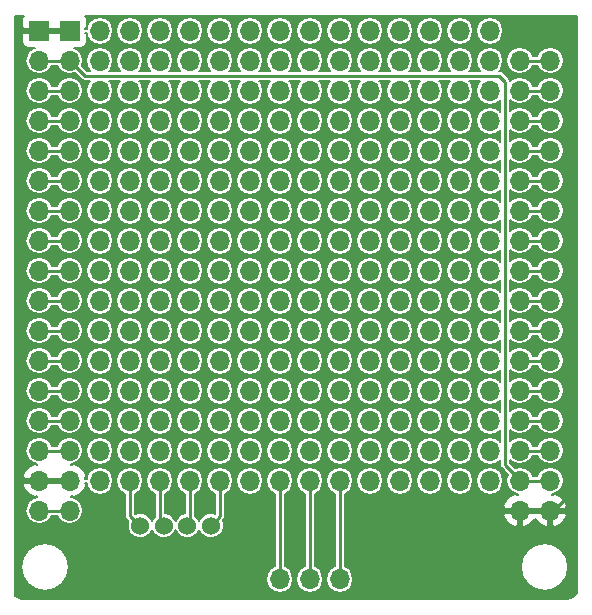
<source format=gtl>
G04 #@! TF.FileFunction,Copper,L1,Top,Signal*
%FSLAX46Y46*%
G04 Gerber Fmt 4.6, Leading zero omitted, Abs format (unit mm)*
G04 Created by KiCad (PCBNEW 4.0.6-e0-6349~52~ubuntu16.10.1) date Fri Apr 28 23:22:40 2017*
%MOMM*%
%LPD*%
G01*
G04 APERTURE LIST*
%ADD10C,0.100000*%
%ADD11C,1.524000*%
%ADD12R,1.700000X1.700000*%
%ADD13O,1.700000X1.700000*%
%ADD14C,0.600000*%
%ADD15C,0.250000*%
%ADD16C,0.200000*%
G04 APERTURE END LIST*
D10*
D11*
X158394400Y-113030000D03*
X160394400Y-113030000D03*
X162394400Y-113030000D03*
X164394400Y-113030000D03*
D12*
X149860000Y-71120000D03*
D13*
X149860000Y-73660000D03*
X149860000Y-76200000D03*
X149860000Y-78740000D03*
X149860000Y-81280000D03*
X149860000Y-83820000D03*
X149860000Y-86360000D03*
X149860000Y-88900000D03*
X149860000Y-91440000D03*
X149860000Y-93980000D03*
X149860000Y-96520000D03*
X149860000Y-99060000D03*
X149860000Y-101600000D03*
X149860000Y-104140000D03*
X149860000Y-106680000D03*
X149860000Y-109220000D03*
X149860000Y-111760000D03*
X193103500Y-73660000D03*
X193103500Y-76200000D03*
X193103500Y-78740000D03*
X193103500Y-81280000D03*
X193103500Y-83820000D03*
X193103500Y-86360000D03*
X193103500Y-88900000D03*
X193103500Y-91440000D03*
X193103500Y-93980000D03*
X193103500Y-96520000D03*
X193103500Y-99060000D03*
X193103500Y-101600000D03*
X193103500Y-104140000D03*
X193103500Y-106680000D03*
X193103500Y-109220000D03*
X193103500Y-111760000D03*
D12*
X152425400Y-71120000D03*
D13*
X152425400Y-73660000D03*
X152425400Y-76200000D03*
X152425400Y-78740000D03*
X152425400Y-81280000D03*
X152425400Y-83820000D03*
X152425400Y-86360000D03*
X152425400Y-88900000D03*
X152425400Y-91440000D03*
X152425400Y-93980000D03*
X152425400Y-96520000D03*
X152425400Y-99060000D03*
X152425400Y-101600000D03*
X152425400Y-104140000D03*
X152425400Y-106680000D03*
X152425400Y-109220000D03*
X152425400Y-111760000D03*
X190550800Y-73660000D03*
X190550800Y-76200000D03*
X190550800Y-78740000D03*
X190550800Y-81280000D03*
X190550800Y-83820000D03*
X190550800Y-86360000D03*
X190550800Y-88900000D03*
X190550800Y-91440000D03*
X190550800Y-93980000D03*
X190550800Y-96520000D03*
X190550800Y-99060000D03*
X190550800Y-101600000D03*
X190550800Y-104140000D03*
X190550800Y-106680000D03*
X190550800Y-109220000D03*
X190550800Y-111760000D03*
X154990800Y-78740000D03*
X157530800Y-78740000D03*
X160070800Y-78740000D03*
X162610800Y-78740000D03*
X165150800Y-78740000D03*
X167690800Y-78740000D03*
X170230800Y-78740000D03*
X172770800Y-78740000D03*
X175310800Y-78740000D03*
X177850800Y-78740000D03*
X180390800Y-78740000D03*
X182930800Y-78740000D03*
X185470800Y-78740000D03*
X188010800Y-78740000D03*
X154990800Y-81280000D03*
X157530800Y-81280000D03*
X160070800Y-81280000D03*
X162610800Y-81280000D03*
X165150800Y-81280000D03*
X167690800Y-81280000D03*
X170230800Y-81280000D03*
X172770800Y-81280000D03*
X175310800Y-81280000D03*
X177850800Y-81280000D03*
X180390800Y-81280000D03*
X182930800Y-81280000D03*
X185470800Y-81280000D03*
X188010800Y-81280000D03*
X154990800Y-86360000D03*
X157530800Y-86360000D03*
X160070800Y-86360000D03*
X162610800Y-86360000D03*
X165150800Y-86360000D03*
X167690800Y-86360000D03*
X170230800Y-86360000D03*
X172770800Y-86360000D03*
X175310800Y-86360000D03*
X177850800Y-86360000D03*
X180390800Y-86360000D03*
X182930800Y-86360000D03*
X185470800Y-86360000D03*
X188010800Y-86360000D03*
X154990800Y-109220000D03*
X157530800Y-109220000D03*
X160070800Y-109220000D03*
X162610800Y-109220000D03*
X165150800Y-109220000D03*
X167690800Y-109220000D03*
X170230800Y-109220000D03*
X172770800Y-109220000D03*
X175310800Y-109220000D03*
X177850800Y-109220000D03*
X180390800Y-109220000D03*
X182930800Y-109220000D03*
X185470800Y-109220000D03*
X188010800Y-109220000D03*
X154990800Y-91440000D03*
X157530800Y-91440000D03*
X160070800Y-91440000D03*
X162610800Y-91440000D03*
X165150800Y-91440000D03*
X167690800Y-91440000D03*
X170230800Y-91440000D03*
X172770800Y-91440000D03*
X175310800Y-91440000D03*
X177850800Y-91440000D03*
X180390800Y-91440000D03*
X182930800Y-91440000D03*
X185470800Y-91440000D03*
X188010800Y-91440000D03*
X154990800Y-101600000D03*
X157530800Y-101600000D03*
X160070800Y-101600000D03*
X162610800Y-101600000D03*
X165150800Y-101600000D03*
X167690800Y-101600000D03*
X170230800Y-101600000D03*
X172770800Y-101600000D03*
X175310800Y-101600000D03*
X177850800Y-101600000D03*
X180390800Y-101600000D03*
X182930800Y-101600000D03*
X185470800Y-101600000D03*
X188010800Y-101600000D03*
X154990800Y-71120000D03*
X157530800Y-71120000D03*
X160070800Y-71120000D03*
X162610800Y-71120000D03*
X165150800Y-71120000D03*
X167690800Y-71120000D03*
X170230800Y-71120000D03*
X172770800Y-71120000D03*
X175310800Y-71120000D03*
X177850800Y-71120000D03*
X180390800Y-71120000D03*
X182930800Y-71120000D03*
X185470800Y-71120000D03*
X188010800Y-71120000D03*
X154990800Y-104140000D03*
X157530800Y-104140000D03*
X160070800Y-104140000D03*
X162610800Y-104140000D03*
X165150800Y-104140000D03*
X167690800Y-104140000D03*
X170230800Y-104140000D03*
X172770800Y-104140000D03*
X175310800Y-104140000D03*
X177850800Y-104140000D03*
X180390800Y-104140000D03*
X182930800Y-104140000D03*
X185470800Y-104140000D03*
X188010800Y-104140000D03*
X154990800Y-106680000D03*
X157530800Y-106680000D03*
X160070800Y-106680000D03*
X162610800Y-106680000D03*
X165150800Y-106680000D03*
X167690800Y-106680000D03*
X170230800Y-106680000D03*
X172770800Y-106680000D03*
X175310800Y-106680000D03*
X177850800Y-106680000D03*
X180390800Y-106680000D03*
X182930800Y-106680000D03*
X185470800Y-106680000D03*
X188010800Y-106680000D03*
X154990800Y-83820000D03*
X157530800Y-83820000D03*
X160070800Y-83820000D03*
X162610800Y-83820000D03*
X165150800Y-83820000D03*
X167690800Y-83820000D03*
X170230800Y-83820000D03*
X172770800Y-83820000D03*
X175310800Y-83820000D03*
X177850800Y-83820000D03*
X180390800Y-83820000D03*
X182930800Y-83820000D03*
X185470800Y-83820000D03*
X188010800Y-83820000D03*
X154990800Y-76200000D03*
X157530800Y-76200000D03*
X160070800Y-76200000D03*
X162610800Y-76200000D03*
X165150800Y-76200000D03*
X167690800Y-76200000D03*
X170230800Y-76200000D03*
X172770800Y-76200000D03*
X175310800Y-76200000D03*
X177850800Y-76200000D03*
X180390800Y-76200000D03*
X182930800Y-76200000D03*
X185470800Y-76200000D03*
X188010800Y-76200000D03*
X154990800Y-73660000D03*
X157530800Y-73660000D03*
X160070800Y-73660000D03*
X162610800Y-73660000D03*
X165150800Y-73660000D03*
X167690800Y-73660000D03*
X170230800Y-73660000D03*
X172770800Y-73660000D03*
X175310800Y-73660000D03*
X177850800Y-73660000D03*
X180390800Y-73660000D03*
X182930800Y-73660000D03*
X185470800Y-73660000D03*
X188010800Y-73660000D03*
X154990800Y-88900000D03*
X157530800Y-88900000D03*
X160070800Y-88900000D03*
X162610800Y-88900000D03*
X165150800Y-88900000D03*
X167690800Y-88900000D03*
X170230800Y-88900000D03*
X172770800Y-88900000D03*
X175310800Y-88900000D03*
X177850800Y-88900000D03*
X180390800Y-88900000D03*
X182930800Y-88900000D03*
X185470800Y-88900000D03*
X188010800Y-88900000D03*
X154990800Y-93980000D03*
X157530800Y-93980000D03*
X160070800Y-93980000D03*
X162610800Y-93980000D03*
X165150800Y-93980000D03*
X167690800Y-93980000D03*
X170230800Y-93980000D03*
X172770800Y-93980000D03*
X175310800Y-93980000D03*
X177850800Y-93980000D03*
X180390800Y-93980000D03*
X182930800Y-93980000D03*
X185470800Y-93980000D03*
X188010800Y-93980000D03*
X154990800Y-96520000D03*
X157530800Y-96520000D03*
X160070800Y-96520000D03*
X162610800Y-96520000D03*
X165150800Y-96520000D03*
X167690800Y-96520000D03*
X170230800Y-96520000D03*
X172770800Y-96520000D03*
X175310800Y-96520000D03*
X177850800Y-96520000D03*
X180390800Y-96520000D03*
X182930800Y-96520000D03*
X185470800Y-96520000D03*
X188010800Y-96520000D03*
X154990800Y-99060000D03*
X157530800Y-99060000D03*
X160070800Y-99060000D03*
X162610800Y-99060000D03*
X165150800Y-99060000D03*
X167690800Y-99060000D03*
X170230800Y-99060000D03*
X172770800Y-99060000D03*
X175310800Y-99060000D03*
X177850800Y-99060000D03*
X180390800Y-99060000D03*
X182930800Y-99060000D03*
X185470800Y-99060000D03*
X188010800Y-99060000D03*
X175310800Y-117551200D03*
X172770800Y-117551200D03*
X170230800Y-117551200D03*
D14*
X195097400Y-71678800D03*
D15*
X190550800Y-109220000D02*
X190550800Y-109143800D01*
X190550800Y-109143800D02*
X189293500Y-107886500D01*
X153695400Y-74930000D02*
X152425400Y-73660000D01*
X188785500Y-74930000D02*
X153695400Y-74930000D01*
X189293500Y-75438000D02*
X188785500Y-74930000D01*
X189293500Y-107886500D02*
X189293500Y-75438000D01*
X149860000Y-73660000D02*
X152425400Y-73660000D01*
X149860000Y-73660000D02*
X150050500Y-73660000D01*
X193167000Y-109220000D02*
X193167000Y-108966000D01*
X190550800Y-109220000D02*
X193103500Y-109220000D01*
X190550800Y-109220000D02*
X189890400Y-109220000D01*
X193103500Y-111760000D02*
X193370200Y-111760000D01*
X193370200Y-111760000D02*
X194945000Y-110185200D01*
X194945000Y-110185200D02*
X194945000Y-71678800D01*
X190550800Y-111760000D02*
X193103500Y-111760000D01*
X149860000Y-71120000D02*
X152425400Y-71120000D01*
X149860000Y-109220000D02*
X152425400Y-109220000D01*
X149860000Y-71120000D02*
X150241000Y-71120000D01*
X193103500Y-111760000D02*
X192570500Y-111760000D01*
X149860000Y-111760000D02*
X152425400Y-111760000D01*
X190550800Y-78740000D02*
X193103500Y-78740000D01*
X190550800Y-81280000D02*
X193103500Y-81280000D01*
X149860000Y-76200000D02*
X152425400Y-76200000D01*
X149860000Y-76200000D02*
X150177500Y-76200000D01*
X149860000Y-78740000D02*
X152425400Y-78740000D01*
X149860000Y-81280000D02*
X152425400Y-81280000D01*
X149860000Y-83820000D02*
X152425400Y-83820000D01*
X149860000Y-86360000D02*
X152425400Y-86360000D01*
X149860000Y-88900000D02*
X152425400Y-88900000D01*
X149860000Y-91440000D02*
X152425400Y-91440000D01*
X149860000Y-93980000D02*
X152425400Y-93980000D01*
X149860000Y-96520000D02*
X152425400Y-96520000D01*
X149860000Y-99060000D02*
X152425400Y-99060000D01*
X149860000Y-101600000D02*
X152425400Y-101600000D01*
X149860000Y-101600000D02*
X150114000Y-101600000D01*
X149860000Y-104140000D02*
X152425400Y-104140000D01*
X149860000Y-104140000D02*
X150241000Y-104140000D01*
X149860000Y-106680000D02*
X152425400Y-106680000D01*
X190550800Y-73660000D02*
X193103500Y-73660000D01*
X190550800Y-76200000D02*
X193103500Y-76200000D01*
X190550800Y-83820000D02*
X193103500Y-83820000D01*
X190550800Y-86360000D02*
X193103500Y-86360000D01*
X190550800Y-88900000D02*
X193103500Y-88900000D01*
X190550800Y-91440000D02*
X193103500Y-91440000D01*
X190550800Y-93980000D02*
X193103500Y-93980000D01*
X190550800Y-96520000D02*
X193103500Y-96520000D01*
X190550800Y-99060000D02*
X193103500Y-99060000D01*
X190550800Y-104140000D02*
X193103500Y-104140000D01*
X190550800Y-106680000D02*
X193103500Y-106680000D01*
X192913000Y-106680000D02*
X193167000Y-106680000D01*
X190550800Y-101600000D02*
X193103500Y-101600000D01*
X175310800Y-109220000D02*
X175310800Y-117856000D01*
X172770800Y-109220000D02*
X172770800Y-117856000D01*
X170230800Y-109220000D02*
X170230800Y-117856000D01*
X157530800Y-109220000D02*
X157530800Y-112191800D01*
X157530800Y-112191800D02*
X158369000Y-113030000D01*
X160070800Y-109220000D02*
X160070800Y-112731800D01*
X160070800Y-112731800D02*
X160369000Y-113030000D01*
X162610800Y-109220000D02*
X162610800Y-112788200D01*
X162610800Y-112788200D02*
X162369000Y-113030000D01*
X165150800Y-109220000D02*
X165150800Y-112248200D01*
X165150800Y-112248200D02*
X164369000Y-113030000D01*
D16*
G36*
X148494562Y-69925596D02*
X148402000Y-70149062D01*
X148402000Y-70814000D01*
X148554000Y-70966000D01*
X149706000Y-70966000D01*
X149706000Y-70946000D01*
X150014000Y-70946000D01*
X150014000Y-70966000D01*
X152271400Y-70966000D01*
X152271400Y-70946000D01*
X152579400Y-70946000D01*
X152579400Y-70966000D01*
X152599400Y-70966000D01*
X152599400Y-71274000D01*
X152579400Y-71274000D01*
X152579400Y-71294000D01*
X152271400Y-71294000D01*
X152271400Y-71274000D01*
X150014000Y-71274000D01*
X150014000Y-71294000D01*
X149706000Y-71294000D01*
X149706000Y-71274000D01*
X148554000Y-71274000D01*
X148402000Y-71426000D01*
X148402000Y-72090938D01*
X148494562Y-72314404D01*
X148665595Y-72485437D01*
X148889061Y-72578000D01*
X149495613Y-72578000D01*
X149397384Y-72597539D01*
X149024297Y-72846827D01*
X148775009Y-73219914D01*
X148687470Y-73660000D01*
X148775009Y-74100086D01*
X149024297Y-74473173D01*
X149397384Y-74722461D01*
X149837470Y-74810000D01*
X149882530Y-74810000D01*
X150322616Y-74722461D01*
X150695703Y-74473173D01*
X150944991Y-74100086D01*
X150947992Y-74085000D01*
X151337408Y-74085000D01*
X151340409Y-74100086D01*
X151589697Y-74473173D01*
X151962784Y-74722461D01*
X152402870Y-74810000D01*
X152447930Y-74810000D01*
X152887019Y-74722659D01*
X153394879Y-75230520D01*
X153461986Y-75275359D01*
X153532760Y-75322649D01*
X153695400Y-75355000D01*
X154191541Y-75355000D01*
X154177627Y-75364297D01*
X153928339Y-75737384D01*
X153840800Y-76177470D01*
X153840800Y-76222530D01*
X153928339Y-76662616D01*
X154177627Y-77035703D01*
X154550714Y-77284991D01*
X154990800Y-77372530D01*
X155430886Y-77284991D01*
X155803973Y-77035703D01*
X156053261Y-76662616D01*
X156140800Y-76222530D01*
X156140800Y-76177470D01*
X156053261Y-75737384D01*
X155803973Y-75364297D01*
X155790059Y-75355000D01*
X156731541Y-75355000D01*
X156717627Y-75364297D01*
X156468339Y-75737384D01*
X156380800Y-76177470D01*
X156380800Y-76222530D01*
X156468339Y-76662616D01*
X156717627Y-77035703D01*
X157090714Y-77284991D01*
X157530800Y-77372530D01*
X157970886Y-77284991D01*
X158343973Y-77035703D01*
X158593261Y-76662616D01*
X158680800Y-76222530D01*
X158680800Y-76177470D01*
X158593261Y-75737384D01*
X158343973Y-75364297D01*
X158330059Y-75355000D01*
X159271541Y-75355000D01*
X159257627Y-75364297D01*
X159008339Y-75737384D01*
X158920800Y-76177470D01*
X158920800Y-76222530D01*
X159008339Y-76662616D01*
X159257627Y-77035703D01*
X159630714Y-77284991D01*
X160070800Y-77372530D01*
X160510886Y-77284991D01*
X160883973Y-77035703D01*
X161133261Y-76662616D01*
X161220800Y-76222530D01*
X161220800Y-76177470D01*
X161133261Y-75737384D01*
X160883973Y-75364297D01*
X160870059Y-75355000D01*
X161811541Y-75355000D01*
X161797627Y-75364297D01*
X161548339Y-75737384D01*
X161460800Y-76177470D01*
X161460800Y-76222530D01*
X161548339Y-76662616D01*
X161797627Y-77035703D01*
X162170714Y-77284991D01*
X162610800Y-77372530D01*
X163050886Y-77284991D01*
X163423973Y-77035703D01*
X163673261Y-76662616D01*
X163760800Y-76222530D01*
X163760800Y-76177470D01*
X163673261Y-75737384D01*
X163423973Y-75364297D01*
X163410059Y-75355000D01*
X164351541Y-75355000D01*
X164337627Y-75364297D01*
X164088339Y-75737384D01*
X164000800Y-76177470D01*
X164000800Y-76222530D01*
X164088339Y-76662616D01*
X164337627Y-77035703D01*
X164710714Y-77284991D01*
X165150800Y-77372530D01*
X165590886Y-77284991D01*
X165963973Y-77035703D01*
X166213261Y-76662616D01*
X166300800Y-76222530D01*
X166300800Y-76177470D01*
X166213261Y-75737384D01*
X165963973Y-75364297D01*
X165950059Y-75355000D01*
X166891541Y-75355000D01*
X166877627Y-75364297D01*
X166628339Y-75737384D01*
X166540800Y-76177470D01*
X166540800Y-76222530D01*
X166628339Y-76662616D01*
X166877627Y-77035703D01*
X167250714Y-77284991D01*
X167690800Y-77372530D01*
X168130886Y-77284991D01*
X168503973Y-77035703D01*
X168753261Y-76662616D01*
X168840800Y-76222530D01*
X168840800Y-76177470D01*
X168753261Y-75737384D01*
X168503973Y-75364297D01*
X168490059Y-75355000D01*
X169431541Y-75355000D01*
X169417627Y-75364297D01*
X169168339Y-75737384D01*
X169080800Y-76177470D01*
X169080800Y-76222530D01*
X169168339Y-76662616D01*
X169417627Y-77035703D01*
X169790714Y-77284991D01*
X170230800Y-77372530D01*
X170670886Y-77284991D01*
X171043973Y-77035703D01*
X171293261Y-76662616D01*
X171380800Y-76222530D01*
X171380800Y-76177470D01*
X171293261Y-75737384D01*
X171043973Y-75364297D01*
X171030059Y-75355000D01*
X171971541Y-75355000D01*
X171957627Y-75364297D01*
X171708339Y-75737384D01*
X171620800Y-76177470D01*
X171620800Y-76222530D01*
X171708339Y-76662616D01*
X171957627Y-77035703D01*
X172330714Y-77284991D01*
X172770800Y-77372530D01*
X173210886Y-77284991D01*
X173583973Y-77035703D01*
X173833261Y-76662616D01*
X173920800Y-76222530D01*
X173920800Y-76177470D01*
X173833261Y-75737384D01*
X173583973Y-75364297D01*
X173570059Y-75355000D01*
X174511541Y-75355000D01*
X174497627Y-75364297D01*
X174248339Y-75737384D01*
X174160800Y-76177470D01*
X174160800Y-76222530D01*
X174248339Y-76662616D01*
X174497627Y-77035703D01*
X174870714Y-77284991D01*
X175310800Y-77372530D01*
X175750886Y-77284991D01*
X176123973Y-77035703D01*
X176373261Y-76662616D01*
X176460800Y-76222530D01*
X176460800Y-76177470D01*
X176373261Y-75737384D01*
X176123973Y-75364297D01*
X176110059Y-75355000D01*
X177051541Y-75355000D01*
X177037627Y-75364297D01*
X176788339Y-75737384D01*
X176700800Y-76177470D01*
X176700800Y-76222530D01*
X176788339Y-76662616D01*
X177037627Y-77035703D01*
X177410714Y-77284991D01*
X177850800Y-77372530D01*
X178290886Y-77284991D01*
X178663973Y-77035703D01*
X178913261Y-76662616D01*
X179000800Y-76222530D01*
X179000800Y-76177470D01*
X178913261Y-75737384D01*
X178663973Y-75364297D01*
X178650059Y-75355000D01*
X179591541Y-75355000D01*
X179577627Y-75364297D01*
X179328339Y-75737384D01*
X179240800Y-76177470D01*
X179240800Y-76222530D01*
X179328339Y-76662616D01*
X179577627Y-77035703D01*
X179950714Y-77284991D01*
X180390800Y-77372530D01*
X180830886Y-77284991D01*
X181203973Y-77035703D01*
X181453261Y-76662616D01*
X181540800Y-76222530D01*
X181540800Y-76177470D01*
X181453261Y-75737384D01*
X181203973Y-75364297D01*
X181190059Y-75355000D01*
X182131541Y-75355000D01*
X182117627Y-75364297D01*
X181868339Y-75737384D01*
X181780800Y-76177470D01*
X181780800Y-76222530D01*
X181868339Y-76662616D01*
X182117627Y-77035703D01*
X182490714Y-77284991D01*
X182930800Y-77372530D01*
X183370886Y-77284991D01*
X183743973Y-77035703D01*
X183993261Y-76662616D01*
X184080800Y-76222530D01*
X184080800Y-76177470D01*
X183993261Y-75737384D01*
X183743973Y-75364297D01*
X183730059Y-75355000D01*
X184671541Y-75355000D01*
X184657627Y-75364297D01*
X184408339Y-75737384D01*
X184320800Y-76177470D01*
X184320800Y-76222530D01*
X184408339Y-76662616D01*
X184657627Y-77035703D01*
X185030714Y-77284991D01*
X185470800Y-77372530D01*
X185910886Y-77284991D01*
X186283973Y-77035703D01*
X186533261Y-76662616D01*
X186620800Y-76222530D01*
X186620800Y-76177470D01*
X186533261Y-75737384D01*
X186283973Y-75364297D01*
X186270059Y-75355000D01*
X187211541Y-75355000D01*
X187197627Y-75364297D01*
X186948339Y-75737384D01*
X186860800Y-76177470D01*
X186860800Y-76222530D01*
X186948339Y-76662616D01*
X187197627Y-77035703D01*
X187570714Y-77284991D01*
X188010800Y-77372530D01*
X188450886Y-77284991D01*
X188823973Y-77035703D01*
X188868500Y-76969063D01*
X188868500Y-77970937D01*
X188823973Y-77904297D01*
X188450886Y-77655009D01*
X188010800Y-77567470D01*
X187570714Y-77655009D01*
X187197627Y-77904297D01*
X186948339Y-78277384D01*
X186860800Y-78717470D01*
X186860800Y-78762530D01*
X186948339Y-79202616D01*
X187197627Y-79575703D01*
X187570714Y-79824991D01*
X188010800Y-79912530D01*
X188450886Y-79824991D01*
X188823973Y-79575703D01*
X188868500Y-79509063D01*
X188868500Y-80510937D01*
X188823973Y-80444297D01*
X188450886Y-80195009D01*
X188010800Y-80107470D01*
X187570714Y-80195009D01*
X187197627Y-80444297D01*
X186948339Y-80817384D01*
X186860800Y-81257470D01*
X186860800Y-81302530D01*
X186948339Y-81742616D01*
X187197627Y-82115703D01*
X187570714Y-82364991D01*
X188010800Y-82452530D01*
X188450886Y-82364991D01*
X188823973Y-82115703D01*
X188868500Y-82049063D01*
X188868500Y-83050937D01*
X188823973Y-82984297D01*
X188450886Y-82735009D01*
X188010800Y-82647470D01*
X187570714Y-82735009D01*
X187197627Y-82984297D01*
X186948339Y-83357384D01*
X186860800Y-83797470D01*
X186860800Y-83842530D01*
X186948339Y-84282616D01*
X187197627Y-84655703D01*
X187570714Y-84904991D01*
X188010800Y-84992530D01*
X188450886Y-84904991D01*
X188823973Y-84655703D01*
X188868500Y-84589063D01*
X188868500Y-85590937D01*
X188823973Y-85524297D01*
X188450886Y-85275009D01*
X188010800Y-85187470D01*
X187570714Y-85275009D01*
X187197627Y-85524297D01*
X186948339Y-85897384D01*
X186860800Y-86337470D01*
X186860800Y-86382530D01*
X186948339Y-86822616D01*
X187197627Y-87195703D01*
X187570714Y-87444991D01*
X188010800Y-87532530D01*
X188450886Y-87444991D01*
X188823973Y-87195703D01*
X188868500Y-87129063D01*
X188868500Y-88130937D01*
X188823973Y-88064297D01*
X188450886Y-87815009D01*
X188010800Y-87727470D01*
X187570714Y-87815009D01*
X187197627Y-88064297D01*
X186948339Y-88437384D01*
X186860800Y-88877470D01*
X186860800Y-88922530D01*
X186948339Y-89362616D01*
X187197627Y-89735703D01*
X187570714Y-89984991D01*
X188010800Y-90072530D01*
X188450886Y-89984991D01*
X188823973Y-89735703D01*
X188868500Y-89669063D01*
X188868500Y-90670937D01*
X188823973Y-90604297D01*
X188450886Y-90355009D01*
X188010800Y-90267470D01*
X187570714Y-90355009D01*
X187197627Y-90604297D01*
X186948339Y-90977384D01*
X186860800Y-91417470D01*
X186860800Y-91462530D01*
X186948339Y-91902616D01*
X187197627Y-92275703D01*
X187570714Y-92524991D01*
X188010800Y-92612530D01*
X188450886Y-92524991D01*
X188823973Y-92275703D01*
X188868500Y-92209063D01*
X188868500Y-93210937D01*
X188823973Y-93144297D01*
X188450886Y-92895009D01*
X188010800Y-92807470D01*
X187570714Y-92895009D01*
X187197627Y-93144297D01*
X186948339Y-93517384D01*
X186860800Y-93957470D01*
X186860800Y-94002530D01*
X186948339Y-94442616D01*
X187197627Y-94815703D01*
X187570714Y-95064991D01*
X188010800Y-95152530D01*
X188450886Y-95064991D01*
X188823973Y-94815703D01*
X188868500Y-94749063D01*
X188868500Y-95750937D01*
X188823973Y-95684297D01*
X188450886Y-95435009D01*
X188010800Y-95347470D01*
X187570714Y-95435009D01*
X187197627Y-95684297D01*
X186948339Y-96057384D01*
X186860800Y-96497470D01*
X186860800Y-96542530D01*
X186948339Y-96982616D01*
X187197627Y-97355703D01*
X187570714Y-97604991D01*
X188010800Y-97692530D01*
X188450886Y-97604991D01*
X188823973Y-97355703D01*
X188868500Y-97289063D01*
X188868500Y-98290937D01*
X188823973Y-98224297D01*
X188450886Y-97975009D01*
X188010800Y-97887470D01*
X187570714Y-97975009D01*
X187197627Y-98224297D01*
X186948339Y-98597384D01*
X186860800Y-99037470D01*
X186860800Y-99082530D01*
X186948339Y-99522616D01*
X187197627Y-99895703D01*
X187570714Y-100144991D01*
X188010800Y-100232530D01*
X188450886Y-100144991D01*
X188823973Y-99895703D01*
X188868500Y-99829063D01*
X188868500Y-100830937D01*
X188823973Y-100764297D01*
X188450886Y-100515009D01*
X188010800Y-100427470D01*
X187570714Y-100515009D01*
X187197627Y-100764297D01*
X186948339Y-101137384D01*
X186860800Y-101577470D01*
X186860800Y-101622530D01*
X186948339Y-102062616D01*
X187197627Y-102435703D01*
X187570714Y-102684991D01*
X188010800Y-102772530D01*
X188450886Y-102684991D01*
X188823973Y-102435703D01*
X188868500Y-102369063D01*
X188868500Y-103370937D01*
X188823973Y-103304297D01*
X188450886Y-103055009D01*
X188010800Y-102967470D01*
X187570714Y-103055009D01*
X187197627Y-103304297D01*
X186948339Y-103677384D01*
X186860800Y-104117470D01*
X186860800Y-104162530D01*
X186948339Y-104602616D01*
X187197627Y-104975703D01*
X187570714Y-105224991D01*
X188010800Y-105312530D01*
X188450886Y-105224991D01*
X188823973Y-104975703D01*
X188868500Y-104909063D01*
X188868500Y-105910937D01*
X188823973Y-105844297D01*
X188450886Y-105595009D01*
X188010800Y-105507470D01*
X187570714Y-105595009D01*
X187197627Y-105844297D01*
X186948339Y-106217384D01*
X186860800Y-106657470D01*
X186860800Y-106702530D01*
X186948339Y-107142616D01*
X187197627Y-107515703D01*
X187570714Y-107764991D01*
X188010800Y-107852530D01*
X188450886Y-107764991D01*
X188823973Y-107515703D01*
X188868500Y-107449063D01*
X188868500Y-107886500D01*
X188895484Y-108022157D01*
X188900851Y-108049141D01*
X188992980Y-108187020D01*
X189513900Y-108707940D01*
X189465809Y-108779914D01*
X189378270Y-109220000D01*
X189465809Y-109660086D01*
X189715097Y-110033173D01*
X190088184Y-110282461D01*
X190396798Y-110343848D01*
X190396798Y-110462143D01*
X190171889Y-110352085D01*
X189661946Y-110604259D01*
X189287323Y-111032384D01*
X189142897Y-111381090D01*
X189253911Y-111606000D01*
X190396800Y-111606000D01*
X190396800Y-111586000D01*
X190704800Y-111586000D01*
X190704800Y-111606000D01*
X192949500Y-111606000D01*
X192949500Y-111586000D01*
X193257500Y-111586000D01*
X193257500Y-111606000D01*
X194400389Y-111606000D01*
X194511403Y-111381090D01*
X194366977Y-111032384D01*
X193992354Y-110604259D01*
X193482411Y-110352085D01*
X193257502Y-110462143D01*
X193257502Y-110343848D01*
X193566116Y-110282461D01*
X193939203Y-110033173D01*
X194188491Y-109660086D01*
X194276030Y-109220000D01*
X194188491Y-108779914D01*
X193939203Y-108406827D01*
X193566116Y-108157539D01*
X193126030Y-108070000D01*
X193080970Y-108070000D01*
X192640884Y-108157539D01*
X192267797Y-108406827D01*
X192018509Y-108779914D01*
X192015508Y-108795000D01*
X191638792Y-108795000D01*
X191635791Y-108779914D01*
X191386503Y-108406827D01*
X191013416Y-108157539D01*
X190573330Y-108070000D01*
X190528270Y-108070000D01*
X190152739Y-108144698D01*
X189718500Y-107710460D01*
X189718500Y-107495447D01*
X190088184Y-107742461D01*
X190528270Y-107830000D01*
X190573330Y-107830000D01*
X191013416Y-107742461D01*
X191386503Y-107493173D01*
X191635791Y-107120086D01*
X191638792Y-107105000D01*
X192015508Y-107105000D01*
X192018509Y-107120086D01*
X192267797Y-107493173D01*
X192640884Y-107742461D01*
X193080970Y-107830000D01*
X193126030Y-107830000D01*
X193566116Y-107742461D01*
X193939203Y-107493173D01*
X194188491Y-107120086D01*
X194276030Y-106680000D01*
X194188491Y-106239914D01*
X193939203Y-105866827D01*
X193566116Y-105617539D01*
X193126030Y-105530000D01*
X193080970Y-105530000D01*
X192640884Y-105617539D01*
X192267797Y-105866827D01*
X192018509Y-106239914D01*
X192015508Y-106255000D01*
X191638792Y-106255000D01*
X191635791Y-106239914D01*
X191386503Y-105866827D01*
X191013416Y-105617539D01*
X190573330Y-105530000D01*
X190528270Y-105530000D01*
X190088184Y-105617539D01*
X189718500Y-105864553D01*
X189718500Y-104955447D01*
X190088184Y-105202461D01*
X190528270Y-105290000D01*
X190573330Y-105290000D01*
X191013416Y-105202461D01*
X191386503Y-104953173D01*
X191635791Y-104580086D01*
X191638792Y-104565000D01*
X192015508Y-104565000D01*
X192018509Y-104580086D01*
X192267797Y-104953173D01*
X192640884Y-105202461D01*
X193080970Y-105290000D01*
X193126030Y-105290000D01*
X193566116Y-105202461D01*
X193939203Y-104953173D01*
X194188491Y-104580086D01*
X194276030Y-104140000D01*
X194188491Y-103699914D01*
X193939203Y-103326827D01*
X193566116Y-103077539D01*
X193126030Y-102990000D01*
X193080970Y-102990000D01*
X192640884Y-103077539D01*
X192267797Y-103326827D01*
X192018509Y-103699914D01*
X192015508Y-103715000D01*
X191638792Y-103715000D01*
X191635791Y-103699914D01*
X191386503Y-103326827D01*
X191013416Y-103077539D01*
X190573330Y-102990000D01*
X190528270Y-102990000D01*
X190088184Y-103077539D01*
X189718500Y-103324553D01*
X189718500Y-102415447D01*
X190088184Y-102662461D01*
X190528270Y-102750000D01*
X190573330Y-102750000D01*
X191013416Y-102662461D01*
X191386503Y-102413173D01*
X191635791Y-102040086D01*
X191638792Y-102025000D01*
X192015508Y-102025000D01*
X192018509Y-102040086D01*
X192267797Y-102413173D01*
X192640884Y-102662461D01*
X193080970Y-102750000D01*
X193126030Y-102750000D01*
X193566116Y-102662461D01*
X193939203Y-102413173D01*
X194188491Y-102040086D01*
X194276030Y-101600000D01*
X194188491Y-101159914D01*
X193939203Y-100786827D01*
X193566116Y-100537539D01*
X193126030Y-100450000D01*
X193080970Y-100450000D01*
X192640884Y-100537539D01*
X192267797Y-100786827D01*
X192018509Y-101159914D01*
X192015508Y-101175000D01*
X191638792Y-101175000D01*
X191635791Y-101159914D01*
X191386503Y-100786827D01*
X191013416Y-100537539D01*
X190573330Y-100450000D01*
X190528270Y-100450000D01*
X190088184Y-100537539D01*
X189718500Y-100784553D01*
X189718500Y-99875447D01*
X190088184Y-100122461D01*
X190528270Y-100210000D01*
X190573330Y-100210000D01*
X191013416Y-100122461D01*
X191386503Y-99873173D01*
X191635791Y-99500086D01*
X191638792Y-99485000D01*
X192015508Y-99485000D01*
X192018509Y-99500086D01*
X192267797Y-99873173D01*
X192640884Y-100122461D01*
X193080970Y-100210000D01*
X193126030Y-100210000D01*
X193566116Y-100122461D01*
X193939203Y-99873173D01*
X194188491Y-99500086D01*
X194276030Y-99060000D01*
X194188491Y-98619914D01*
X193939203Y-98246827D01*
X193566116Y-97997539D01*
X193126030Y-97910000D01*
X193080970Y-97910000D01*
X192640884Y-97997539D01*
X192267797Y-98246827D01*
X192018509Y-98619914D01*
X192015508Y-98635000D01*
X191638792Y-98635000D01*
X191635791Y-98619914D01*
X191386503Y-98246827D01*
X191013416Y-97997539D01*
X190573330Y-97910000D01*
X190528270Y-97910000D01*
X190088184Y-97997539D01*
X189718500Y-98244553D01*
X189718500Y-97335447D01*
X190088184Y-97582461D01*
X190528270Y-97670000D01*
X190573330Y-97670000D01*
X191013416Y-97582461D01*
X191386503Y-97333173D01*
X191635791Y-96960086D01*
X191638792Y-96945000D01*
X192015508Y-96945000D01*
X192018509Y-96960086D01*
X192267797Y-97333173D01*
X192640884Y-97582461D01*
X193080970Y-97670000D01*
X193126030Y-97670000D01*
X193566116Y-97582461D01*
X193939203Y-97333173D01*
X194188491Y-96960086D01*
X194276030Y-96520000D01*
X194188491Y-96079914D01*
X193939203Y-95706827D01*
X193566116Y-95457539D01*
X193126030Y-95370000D01*
X193080970Y-95370000D01*
X192640884Y-95457539D01*
X192267797Y-95706827D01*
X192018509Y-96079914D01*
X192015508Y-96095000D01*
X191638792Y-96095000D01*
X191635791Y-96079914D01*
X191386503Y-95706827D01*
X191013416Y-95457539D01*
X190573330Y-95370000D01*
X190528270Y-95370000D01*
X190088184Y-95457539D01*
X189718500Y-95704553D01*
X189718500Y-94795447D01*
X190088184Y-95042461D01*
X190528270Y-95130000D01*
X190573330Y-95130000D01*
X191013416Y-95042461D01*
X191386503Y-94793173D01*
X191635791Y-94420086D01*
X191638792Y-94405000D01*
X192015508Y-94405000D01*
X192018509Y-94420086D01*
X192267797Y-94793173D01*
X192640884Y-95042461D01*
X193080970Y-95130000D01*
X193126030Y-95130000D01*
X193566116Y-95042461D01*
X193939203Y-94793173D01*
X194188491Y-94420086D01*
X194276030Y-93980000D01*
X194188491Y-93539914D01*
X193939203Y-93166827D01*
X193566116Y-92917539D01*
X193126030Y-92830000D01*
X193080970Y-92830000D01*
X192640884Y-92917539D01*
X192267797Y-93166827D01*
X192018509Y-93539914D01*
X192015508Y-93555000D01*
X191638792Y-93555000D01*
X191635791Y-93539914D01*
X191386503Y-93166827D01*
X191013416Y-92917539D01*
X190573330Y-92830000D01*
X190528270Y-92830000D01*
X190088184Y-92917539D01*
X189718500Y-93164553D01*
X189718500Y-92255447D01*
X190088184Y-92502461D01*
X190528270Y-92590000D01*
X190573330Y-92590000D01*
X191013416Y-92502461D01*
X191386503Y-92253173D01*
X191635791Y-91880086D01*
X191638792Y-91865000D01*
X192015508Y-91865000D01*
X192018509Y-91880086D01*
X192267797Y-92253173D01*
X192640884Y-92502461D01*
X193080970Y-92590000D01*
X193126030Y-92590000D01*
X193566116Y-92502461D01*
X193939203Y-92253173D01*
X194188491Y-91880086D01*
X194276030Y-91440000D01*
X194188491Y-90999914D01*
X193939203Y-90626827D01*
X193566116Y-90377539D01*
X193126030Y-90290000D01*
X193080970Y-90290000D01*
X192640884Y-90377539D01*
X192267797Y-90626827D01*
X192018509Y-90999914D01*
X192015508Y-91015000D01*
X191638792Y-91015000D01*
X191635791Y-90999914D01*
X191386503Y-90626827D01*
X191013416Y-90377539D01*
X190573330Y-90290000D01*
X190528270Y-90290000D01*
X190088184Y-90377539D01*
X189718500Y-90624553D01*
X189718500Y-89715447D01*
X190088184Y-89962461D01*
X190528270Y-90050000D01*
X190573330Y-90050000D01*
X191013416Y-89962461D01*
X191386503Y-89713173D01*
X191635791Y-89340086D01*
X191638792Y-89325000D01*
X192015508Y-89325000D01*
X192018509Y-89340086D01*
X192267797Y-89713173D01*
X192640884Y-89962461D01*
X193080970Y-90050000D01*
X193126030Y-90050000D01*
X193566116Y-89962461D01*
X193939203Y-89713173D01*
X194188491Y-89340086D01*
X194276030Y-88900000D01*
X194188491Y-88459914D01*
X193939203Y-88086827D01*
X193566116Y-87837539D01*
X193126030Y-87750000D01*
X193080970Y-87750000D01*
X192640884Y-87837539D01*
X192267797Y-88086827D01*
X192018509Y-88459914D01*
X192015508Y-88475000D01*
X191638792Y-88475000D01*
X191635791Y-88459914D01*
X191386503Y-88086827D01*
X191013416Y-87837539D01*
X190573330Y-87750000D01*
X190528270Y-87750000D01*
X190088184Y-87837539D01*
X189718500Y-88084553D01*
X189718500Y-87175447D01*
X190088184Y-87422461D01*
X190528270Y-87510000D01*
X190573330Y-87510000D01*
X191013416Y-87422461D01*
X191386503Y-87173173D01*
X191635791Y-86800086D01*
X191638792Y-86785000D01*
X192015508Y-86785000D01*
X192018509Y-86800086D01*
X192267797Y-87173173D01*
X192640884Y-87422461D01*
X193080970Y-87510000D01*
X193126030Y-87510000D01*
X193566116Y-87422461D01*
X193939203Y-87173173D01*
X194188491Y-86800086D01*
X194276030Y-86360000D01*
X194188491Y-85919914D01*
X193939203Y-85546827D01*
X193566116Y-85297539D01*
X193126030Y-85210000D01*
X193080970Y-85210000D01*
X192640884Y-85297539D01*
X192267797Y-85546827D01*
X192018509Y-85919914D01*
X192015508Y-85935000D01*
X191638792Y-85935000D01*
X191635791Y-85919914D01*
X191386503Y-85546827D01*
X191013416Y-85297539D01*
X190573330Y-85210000D01*
X190528270Y-85210000D01*
X190088184Y-85297539D01*
X189718500Y-85544553D01*
X189718500Y-84635447D01*
X190088184Y-84882461D01*
X190528270Y-84970000D01*
X190573330Y-84970000D01*
X191013416Y-84882461D01*
X191386503Y-84633173D01*
X191635791Y-84260086D01*
X191638792Y-84245000D01*
X192015508Y-84245000D01*
X192018509Y-84260086D01*
X192267797Y-84633173D01*
X192640884Y-84882461D01*
X193080970Y-84970000D01*
X193126030Y-84970000D01*
X193566116Y-84882461D01*
X193939203Y-84633173D01*
X194188491Y-84260086D01*
X194276030Y-83820000D01*
X194188491Y-83379914D01*
X193939203Y-83006827D01*
X193566116Y-82757539D01*
X193126030Y-82670000D01*
X193080970Y-82670000D01*
X192640884Y-82757539D01*
X192267797Y-83006827D01*
X192018509Y-83379914D01*
X192015508Y-83395000D01*
X191638792Y-83395000D01*
X191635791Y-83379914D01*
X191386503Y-83006827D01*
X191013416Y-82757539D01*
X190573330Y-82670000D01*
X190528270Y-82670000D01*
X190088184Y-82757539D01*
X189718500Y-83004553D01*
X189718500Y-82095447D01*
X190088184Y-82342461D01*
X190528270Y-82430000D01*
X190573330Y-82430000D01*
X191013416Y-82342461D01*
X191386503Y-82093173D01*
X191635791Y-81720086D01*
X191638792Y-81705000D01*
X192015508Y-81705000D01*
X192018509Y-81720086D01*
X192267797Y-82093173D01*
X192640884Y-82342461D01*
X193080970Y-82430000D01*
X193126030Y-82430000D01*
X193566116Y-82342461D01*
X193939203Y-82093173D01*
X194188491Y-81720086D01*
X194276030Y-81280000D01*
X194188491Y-80839914D01*
X193939203Y-80466827D01*
X193566116Y-80217539D01*
X193126030Y-80130000D01*
X193080970Y-80130000D01*
X192640884Y-80217539D01*
X192267797Y-80466827D01*
X192018509Y-80839914D01*
X192015508Y-80855000D01*
X191638792Y-80855000D01*
X191635791Y-80839914D01*
X191386503Y-80466827D01*
X191013416Y-80217539D01*
X190573330Y-80130000D01*
X190528270Y-80130000D01*
X190088184Y-80217539D01*
X189718500Y-80464553D01*
X189718500Y-79555447D01*
X190088184Y-79802461D01*
X190528270Y-79890000D01*
X190573330Y-79890000D01*
X191013416Y-79802461D01*
X191386503Y-79553173D01*
X191635791Y-79180086D01*
X191638792Y-79165000D01*
X192015508Y-79165000D01*
X192018509Y-79180086D01*
X192267797Y-79553173D01*
X192640884Y-79802461D01*
X193080970Y-79890000D01*
X193126030Y-79890000D01*
X193566116Y-79802461D01*
X193939203Y-79553173D01*
X194188491Y-79180086D01*
X194276030Y-78740000D01*
X194188491Y-78299914D01*
X193939203Y-77926827D01*
X193566116Y-77677539D01*
X193126030Y-77590000D01*
X193080970Y-77590000D01*
X192640884Y-77677539D01*
X192267797Y-77926827D01*
X192018509Y-78299914D01*
X192015508Y-78315000D01*
X191638792Y-78315000D01*
X191635791Y-78299914D01*
X191386503Y-77926827D01*
X191013416Y-77677539D01*
X190573330Y-77590000D01*
X190528270Y-77590000D01*
X190088184Y-77677539D01*
X189718500Y-77924553D01*
X189718500Y-77015447D01*
X190088184Y-77262461D01*
X190528270Y-77350000D01*
X190573330Y-77350000D01*
X191013416Y-77262461D01*
X191386503Y-77013173D01*
X191635791Y-76640086D01*
X191638792Y-76625000D01*
X192015508Y-76625000D01*
X192018509Y-76640086D01*
X192267797Y-77013173D01*
X192640884Y-77262461D01*
X193080970Y-77350000D01*
X193126030Y-77350000D01*
X193566116Y-77262461D01*
X193939203Y-77013173D01*
X194188491Y-76640086D01*
X194276030Y-76200000D01*
X194188491Y-75759914D01*
X193939203Y-75386827D01*
X193566116Y-75137539D01*
X193126030Y-75050000D01*
X193080970Y-75050000D01*
X192640884Y-75137539D01*
X192267797Y-75386827D01*
X192018509Y-75759914D01*
X192015508Y-75775000D01*
X191638792Y-75775000D01*
X191635791Y-75759914D01*
X191386503Y-75386827D01*
X191013416Y-75137539D01*
X190573330Y-75050000D01*
X190528270Y-75050000D01*
X190088184Y-75137539D01*
X189715097Y-75386827D01*
X189709875Y-75394642D01*
X189686149Y-75275360D01*
X189655578Y-75229608D01*
X189594020Y-75137479D01*
X189086020Y-74629480D01*
X188948141Y-74537351D01*
X188921157Y-74531984D01*
X188804425Y-74508764D01*
X188823973Y-74495703D01*
X189073261Y-74122616D01*
X189160800Y-73682530D01*
X189160800Y-73660000D01*
X189378270Y-73660000D01*
X189465809Y-74100086D01*
X189715097Y-74473173D01*
X190088184Y-74722461D01*
X190528270Y-74810000D01*
X190573330Y-74810000D01*
X191013416Y-74722461D01*
X191386503Y-74473173D01*
X191635791Y-74100086D01*
X191638792Y-74085000D01*
X192015508Y-74085000D01*
X192018509Y-74100086D01*
X192267797Y-74473173D01*
X192640884Y-74722461D01*
X193080970Y-74810000D01*
X193126030Y-74810000D01*
X193566116Y-74722461D01*
X193939203Y-74473173D01*
X194188491Y-74100086D01*
X194276030Y-73660000D01*
X194188491Y-73219914D01*
X193939203Y-72846827D01*
X193566116Y-72597539D01*
X193126030Y-72510000D01*
X193080970Y-72510000D01*
X192640884Y-72597539D01*
X192267797Y-72846827D01*
X192018509Y-73219914D01*
X192015508Y-73235000D01*
X191638792Y-73235000D01*
X191635791Y-73219914D01*
X191386503Y-72846827D01*
X191013416Y-72597539D01*
X190573330Y-72510000D01*
X190528270Y-72510000D01*
X190088184Y-72597539D01*
X189715097Y-72846827D01*
X189465809Y-73219914D01*
X189378270Y-73660000D01*
X189160800Y-73660000D01*
X189160800Y-73637470D01*
X189073261Y-73197384D01*
X188823973Y-72824297D01*
X188450886Y-72575009D01*
X188010800Y-72487470D01*
X187570714Y-72575009D01*
X187197627Y-72824297D01*
X186948339Y-73197384D01*
X186860800Y-73637470D01*
X186860800Y-73682530D01*
X186948339Y-74122616D01*
X187197627Y-74495703D01*
X187211541Y-74505000D01*
X186270059Y-74505000D01*
X186283973Y-74495703D01*
X186533261Y-74122616D01*
X186620800Y-73682530D01*
X186620800Y-73637470D01*
X186533261Y-73197384D01*
X186283973Y-72824297D01*
X185910886Y-72575009D01*
X185470800Y-72487470D01*
X185030714Y-72575009D01*
X184657627Y-72824297D01*
X184408339Y-73197384D01*
X184320800Y-73637470D01*
X184320800Y-73682530D01*
X184408339Y-74122616D01*
X184657627Y-74495703D01*
X184671541Y-74505000D01*
X183730059Y-74505000D01*
X183743973Y-74495703D01*
X183993261Y-74122616D01*
X184080800Y-73682530D01*
X184080800Y-73637470D01*
X183993261Y-73197384D01*
X183743973Y-72824297D01*
X183370886Y-72575009D01*
X182930800Y-72487470D01*
X182490714Y-72575009D01*
X182117627Y-72824297D01*
X181868339Y-73197384D01*
X181780800Y-73637470D01*
X181780800Y-73682530D01*
X181868339Y-74122616D01*
X182117627Y-74495703D01*
X182131541Y-74505000D01*
X181190059Y-74505000D01*
X181203973Y-74495703D01*
X181453261Y-74122616D01*
X181540800Y-73682530D01*
X181540800Y-73637470D01*
X181453261Y-73197384D01*
X181203973Y-72824297D01*
X180830886Y-72575009D01*
X180390800Y-72487470D01*
X179950714Y-72575009D01*
X179577627Y-72824297D01*
X179328339Y-73197384D01*
X179240800Y-73637470D01*
X179240800Y-73682530D01*
X179328339Y-74122616D01*
X179577627Y-74495703D01*
X179591541Y-74505000D01*
X178650059Y-74505000D01*
X178663973Y-74495703D01*
X178913261Y-74122616D01*
X179000800Y-73682530D01*
X179000800Y-73637470D01*
X178913261Y-73197384D01*
X178663973Y-72824297D01*
X178290886Y-72575009D01*
X177850800Y-72487470D01*
X177410714Y-72575009D01*
X177037627Y-72824297D01*
X176788339Y-73197384D01*
X176700800Y-73637470D01*
X176700800Y-73682530D01*
X176788339Y-74122616D01*
X177037627Y-74495703D01*
X177051541Y-74505000D01*
X176110059Y-74505000D01*
X176123973Y-74495703D01*
X176373261Y-74122616D01*
X176460800Y-73682530D01*
X176460800Y-73637470D01*
X176373261Y-73197384D01*
X176123973Y-72824297D01*
X175750886Y-72575009D01*
X175310800Y-72487470D01*
X174870714Y-72575009D01*
X174497627Y-72824297D01*
X174248339Y-73197384D01*
X174160800Y-73637470D01*
X174160800Y-73682530D01*
X174248339Y-74122616D01*
X174497627Y-74495703D01*
X174511541Y-74505000D01*
X173570059Y-74505000D01*
X173583973Y-74495703D01*
X173833261Y-74122616D01*
X173920800Y-73682530D01*
X173920800Y-73637470D01*
X173833261Y-73197384D01*
X173583973Y-72824297D01*
X173210886Y-72575009D01*
X172770800Y-72487470D01*
X172330714Y-72575009D01*
X171957627Y-72824297D01*
X171708339Y-73197384D01*
X171620800Y-73637470D01*
X171620800Y-73682530D01*
X171708339Y-74122616D01*
X171957627Y-74495703D01*
X171971541Y-74505000D01*
X171030059Y-74505000D01*
X171043973Y-74495703D01*
X171293261Y-74122616D01*
X171380800Y-73682530D01*
X171380800Y-73637470D01*
X171293261Y-73197384D01*
X171043973Y-72824297D01*
X170670886Y-72575009D01*
X170230800Y-72487470D01*
X169790714Y-72575009D01*
X169417627Y-72824297D01*
X169168339Y-73197384D01*
X169080800Y-73637470D01*
X169080800Y-73682530D01*
X169168339Y-74122616D01*
X169417627Y-74495703D01*
X169431541Y-74505000D01*
X168490059Y-74505000D01*
X168503973Y-74495703D01*
X168753261Y-74122616D01*
X168840800Y-73682530D01*
X168840800Y-73637470D01*
X168753261Y-73197384D01*
X168503973Y-72824297D01*
X168130886Y-72575009D01*
X167690800Y-72487470D01*
X167250714Y-72575009D01*
X166877627Y-72824297D01*
X166628339Y-73197384D01*
X166540800Y-73637470D01*
X166540800Y-73682530D01*
X166628339Y-74122616D01*
X166877627Y-74495703D01*
X166891541Y-74505000D01*
X165950059Y-74505000D01*
X165963973Y-74495703D01*
X166213261Y-74122616D01*
X166300800Y-73682530D01*
X166300800Y-73637470D01*
X166213261Y-73197384D01*
X165963973Y-72824297D01*
X165590886Y-72575009D01*
X165150800Y-72487470D01*
X164710714Y-72575009D01*
X164337627Y-72824297D01*
X164088339Y-73197384D01*
X164000800Y-73637470D01*
X164000800Y-73682530D01*
X164088339Y-74122616D01*
X164337627Y-74495703D01*
X164351541Y-74505000D01*
X163410059Y-74505000D01*
X163423973Y-74495703D01*
X163673261Y-74122616D01*
X163760800Y-73682530D01*
X163760800Y-73637470D01*
X163673261Y-73197384D01*
X163423973Y-72824297D01*
X163050886Y-72575009D01*
X162610800Y-72487470D01*
X162170714Y-72575009D01*
X161797627Y-72824297D01*
X161548339Y-73197384D01*
X161460800Y-73637470D01*
X161460800Y-73682530D01*
X161548339Y-74122616D01*
X161797627Y-74495703D01*
X161811541Y-74505000D01*
X160870059Y-74505000D01*
X160883973Y-74495703D01*
X161133261Y-74122616D01*
X161220800Y-73682530D01*
X161220800Y-73637470D01*
X161133261Y-73197384D01*
X160883973Y-72824297D01*
X160510886Y-72575009D01*
X160070800Y-72487470D01*
X159630714Y-72575009D01*
X159257627Y-72824297D01*
X159008339Y-73197384D01*
X158920800Y-73637470D01*
X158920800Y-73682530D01*
X159008339Y-74122616D01*
X159257627Y-74495703D01*
X159271541Y-74505000D01*
X158330059Y-74505000D01*
X158343973Y-74495703D01*
X158593261Y-74122616D01*
X158680800Y-73682530D01*
X158680800Y-73637470D01*
X158593261Y-73197384D01*
X158343973Y-72824297D01*
X157970886Y-72575009D01*
X157530800Y-72487470D01*
X157090714Y-72575009D01*
X156717627Y-72824297D01*
X156468339Y-73197384D01*
X156380800Y-73637470D01*
X156380800Y-73682530D01*
X156468339Y-74122616D01*
X156717627Y-74495703D01*
X156731541Y-74505000D01*
X155790059Y-74505000D01*
X155803973Y-74495703D01*
X156053261Y-74122616D01*
X156140800Y-73682530D01*
X156140800Y-73637470D01*
X156053261Y-73197384D01*
X155803973Y-72824297D01*
X155430886Y-72575009D01*
X154990800Y-72487470D01*
X154550714Y-72575009D01*
X154177627Y-72824297D01*
X153928339Y-73197384D01*
X153840800Y-73637470D01*
X153840800Y-73682530D01*
X153928339Y-74122616D01*
X154177627Y-74495703D01*
X154191541Y-74505000D01*
X153871441Y-74505000D01*
X153492821Y-74126381D01*
X153510391Y-74100086D01*
X153597930Y-73660000D01*
X153510391Y-73219914D01*
X153261103Y-72846827D01*
X152888016Y-72597539D01*
X152789787Y-72578000D01*
X153396339Y-72578000D01*
X153619805Y-72485437D01*
X153790838Y-72314404D01*
X153883400Y-72090938D01*
X153883400Y-71426000D01*
X153731402Y-71274002D01*
X153866952Y-71274002D01*
X153928339Y-71582616D01*
X154177627Y-71955703D01*
X154550714Y-72204991D01*
X154990800Y-72292530D01*
X155430886Y-72204991D01*
X155803973Y-71955703D01*
X156053261Y-71582616D01*
X156140800Y-71142530D01*
X156140800Y-71097470D01*
X156380800Y-71097470D01*
X156380800Y-71142530D01*
X156468339Y-71582616D01*
X156717627Y-71955703D01*
X157090714Y-72204991D01*
X157530800Y-72292530D01*
X157970886Y-72204991D01*
X158343973Y-71955703D01*
X158593261Y-71582616D01*
X158680800Y-71142530D01*
X158680800Y-71097470D01*
X158920800Y-71097470D01*
X158920800Y-71142530D01*
X159008339Y-71582616D01*
X159257627Y-71955703D01*
X159630714Y-72204991D01*
X160070800Y-72292530D01*
X160510886Y-72204991D01*
X160883973Y-71955703D01*
X161133261Y-71582616D01*
X161220800Y-71142530D01*
X161220800Y-71097470D01*
X161460800Y-71097470D01*
X161460800Y-71142530D01*
X161548339Y-71582616D01*
X161797627Y-71955703D01*
X162170714Y-72204991D01*
X162610800Y-72292530D01*
X163050886Y-72204991D01*
X163423973Y-71955703D01*
X163673261Y-71582616D01*
X163760800Y-71142530D01*
X163760800Y-71097470D01*
X164000800Y-71097470D01*
X164000800Y-71142530D01*
X164088339Y-71582616D01*
X164337627Y-71955703D01*
X164710714Y-72204991D01*
X165150800Y-72292530D01*
X165590886Y-72204991D01*
X165963973Y-71955703D01*
X166213261Y-71582616D01*
X166300800Y-71142530D01*
X166300800Y-71097470D01*
X166540800Y-71097470D01*
X166540800Y-71142530D01*
X166628339Y-71582616D01*
X166877627Y-71955703D01*
X167250714Y-72204991D01*
X167690800Y-72292530D01*
X168130886Y-72204991D01*
X168503973Y-71955703D01*
X168753261Y-71582616D01*
X168840800Y-71142530D01*
X168840800Y-71097470D01*
X169080800Y-71097470D01*
X169080800Y-71142530D01*
X169168339Y-71582616D01*
X169417627Y-71955703D01*
X169790714Y-72204991D01*
X170230800Y-72292530D01*
X170670886Y-72204991D01*
X171043973Y-71955703D01*
X171293261Y-71582616D01*
X171380800Y-71142530D01*
X171380800Y-71097470D01*
X171620800Y-71097470D01*
X171620800Y-71142530D01*
X171708339Y-71582616D01*
X171957627Y-71955703D01*
X172330714Y-72204991D01*
X172770800Y-72292530D01*
X173210886Y-72204991D01*
X173583973Y-71955703D01*
X173833261Y-71582616D01*
X173920800Y-71142530D01*
X173920800Y-71097470D01*
X174160800Y-71097470D01*
X174160800Y-71142530D01*
X174248339Y-71582616D01*
X174497627Y-71955703D01*
X174870714Y-72204991D01*
X175310800Y-72292530D01*
X175750886Y-72204991D01*
X176123973Y-71955703D01*
X176373261Y-71582616D01*
X176460800Y-71142530D01*
X176460800Y-71097470D01*
X176700800Y-71097470D01*
X176700800Y-71142530D01*
X176788339Y-71582616D01*
X177037627Y-71955703D01*
X177410714Y-72204991D01*
X177850800Y-72292530D01*
X178290886Y-72204991D01*
X178663973Y-71955703D01*
X178913261Y-71582616D01*
X179000800Y-71142530D01*
X179000800Y-71097470D01*
X179240800Y-71097470D01*
X179240800Y-71142530D01*
X179328339Y-71582616D01*
X179577627Y-71955703D01*
X179950714Y-72204991D01*
X180390800Y-72292530D01*
X180830886Y-72204991D01*
X181203973Y-71955703D01*
X181453261Y-71582616D01*
X181540800Y-71142530D01*
X181540800Y-71097470D01*
X181780800Y-71097470D01*
X181780800Y-71142530D01*
X181868339Y-71582616D01*
X182117627Y-71955703D01*
X182490714Y-72204991D01*
X182930800Y-72292530D01*
X183370886Y-72204991D01*
X183743973Y-71955703D01*
X183993261Y-71582616D01*
X184080800Y-71142530D01*
X184080800Y-71097470D01*
X184320800Y-71097470D01*
X184320800Y-71142530D01*
X184408339Y-71582616D01*
X184657627Y-71955703D01*
X185030714Y-72204991D01*
X185470800Y-72292530D01*
X185910886Y-72204991D01*
X186283973Y-71955703D01*
X186533261Y-71582616D01*
X186620800Y-71142530D01*
X186620800Y-71097470D01*
X186860800Y-71097470D01*
X186860800Y-71142530D01*
X186948339Y-71582616D01*
X187197627Y-71955703D01*
X187570714Y-72204991D01*
X188010800Y-72292530D01*
X188450886Y-72204991D01*
X188823973Y-71955703D01*
X189073261Y-71582616D01*
X189160800Y-71142530D01*
X189160800Y-71097470D01*
X189073261Y-70657384D01*
X188823973Y-70284297D01*
X188450886Y-70035009D01*
X188010800Y-69947470D01*
X187570714Y-70035009D01*
X187197627Y-70284297D01*
X186948339Y-70657384D01*
X186860800Y-71097470D01*
X186620800Y-71097470D01*
X186533261Y-70657384D01*
X186283973Y-70284297D01*
X185910886Y-70035009D01*
X185470800Y-69947470D01*
X185030714Y-70035009D01*
X184657627Y-70284297D01*
X184408339Y-70657384D01*
X184320800Y-71097470D01*
X184080800Y-71097470D01*
X183993261Y-70657384D01*
X183743973Y-70284297D01*
X183370886Y-70035009D01*
X182930800Y-69947470D01*
X182490714Y-70035009D01*
X182117627Y-70284297D01*
X181868339Y-70657384D01*
X181780800Y-71097470D01*
X181540800Y-71097470D01*
X181453261Y-70657384D01*
X181203973Y-70284297D01*
X180830886Y-70035009D01*
X180390800Y-69947470D01*
X179950714Y-70035009D01*
X179577627Y-70284297D01*
X179328339Y-70657384D01*
X179240800Y-71097470D01*
X179000800Y-71097470D01*
X178913261Y-70657384D01*
X178663973Y-70284297D01*
X178290886Y-70035009D01*
X177850800Y-69947470D01*
X177410714Y-70035009D01*
X177037627Y-70284297D01*
X176788339Y-70657384D01*
X176700800Y-71097470D01*
X176460800Y-71097470D01*
X176373261Y-70657384D01*
X176123973Y-70284297D01*
X175750886Y-70035009D01*
X175310800Y-69947470D01*
X174870714Y-70035009D01*
X174497627Y-70284297D01*
X174248339Y-70657384D01*
X174160800Y-71097470D01*
X173920800Y-71097470D01*
X173833261Y-70657384D01*
X173583973Y-70284297D01*
X173210886Y-70035009D01*
X172770800Y-69947470D01*
X172330714Y-70035009D01*
X171957627Y-70284297D01*
X171708339Y-70657384D01*
X171620800Y-71097470D01*
X171380800Y-71097470D01*
X171293261Y-70657384D01*
X171043973Y-70284297D01*
X170670886Y-70035009D01*
X170230800Y-69947470D01*
X169790714Y-70035009D01*
X169417627Y-70284297D01*
X169168339Y-70657384D01*
X169080800Y-71097470D01*
X168840800Y-71097470D01*
X168753261Y-70657384D01*
X168503973Y-70284297D01*
X168130886Y-70035009D01*
X167690800Y-69947470D01*
X167250714Y-70035009D01*
X166877627Y-70284297D01*
X166628339Y-70657384D01*
X166540800Y-71097470D01*
X166300800Y-71097470D01*
X166213261Y-70657384D01*
X165963973Y-70284297D01*
X165590886Y-70035009D01*
X165150800Y-69947470D01*
X164710714Y-70035009D01*
X164337627Y-70284297D01*
X164088339Y-70657384D01*
X164000800Y-71097470D01*
X163760800Y-71097470D01*
X163673261Y-70657384D01*
X163423973Y-70284297D01*
X163050886Y-70035009D01*
X162610800Y-69947470D01*
X162170714Y-70035009D01*
X161797627Y-70284297D01*
X161548339Y-70657384D01*
X161460800Y-71097470D01*
X161220800Y-71097470D01*
X161133261Y-70657384D01*
X160883973Y-70284297D01*
X160510886Y-70035009D01*
X160070800Y-69947470D01*
X159630714Y-70035009D01*
X159257627Y-70284297D01*
X159008339Y-70657384D01*
X158920800Y-71097470D01*
X158680800Y-71097470D01*
X158593261Y-70657384D01*
X158343973Y-70284297D01*
X157970886Y-70035009D01*
X157530800Y-69947470D01*
X157090714Y-70035009D01*
X156717627Y-70284297D01*
X156468339Y-70657384D01*
X156380800Y-71097470D01*
X156140800Y-71097470D01*
X156053261Y-70657384D01*
X155803973Y-70284297D01*
X155430886Y-70035009D01*
X154990800Y-69947470D01*
X154550714Y-70035009D01*
X154177627Y-70284297D01*
X153928339Y-70657384D01*
X153866952Y-70965998D01*
X153731402Y-70965998D01*
X153883400Y-70814000D01*
X153883400Y-70149062D01*
X153790838Y-69925596D01*
X153751742Y-69886500D01*
X195395900Y-69886500D01*
X195395900Y-118364000D01*
X195404727Y-118408374D01*
X195345985Y-118703689D01*
X195153566Y-118991666D01*
X194865589Y-119184085D01*
X194525826Y-119251669D01*
X194437000Y-119234000D01*
X181419500Y-119234000D01*
X181349650Y-119247894D01*
X181279800Y-119234000D01*
X170611800Y-119234000D01*
X170599100Y-119236526D01*
X170586400Y-119234000D01*
X148437600Y-119234000D01*
X148405926Y-119240300D01*
X148123311Y-119184085D01*
X147835334Y-118991666D01*
X147826400Y-118978295D01*
X147826400Y-116535200D01*
X148347966Y-116535200D01*
X148501732Y-117308234D01*
X148939620Y-117963580D01*
X149594966Y-118401468D01*
X150368000Y-118555234D01*
X151141034Y-118401468D01*
X151796380Y-117963580D01*
X152234268Y-117308234D01*
X152388034Y-116535200D01*
X152234268Y-115762166D01*
X151796380Y-115106820D01*
X151141034Y-114668932D01*
X150368000Y-114515166D01*
X149594966Y-114668932D01*
X148939620Y-115106820D01*
X148501732Y-115762166D01*
X148347966Y-116535200D01*
X147826400Y-116535200D01*
X147826400Y-108841090D01*
X148452097Y-108841090D01*
X148563111Y-109066000D01*
X149706000Y-109066000D01*
X149706000Y-109046000D01*
X150014000Y-109046000D01*
X150014000Y-109066000D01*
X152271400Y-109066000D01*
X152271400Y-109046000D01*
X152579400Y-109046000D01*
X152579400Y-109066000D01*
X152599400Y-109066000D01*
X152599400Y-109374000D01*
X152579400Y-109374000D01*
X152579400Y-109394000D01*
X152271400Y-109394000D01*
X152271400Y-109374000D01*
X150014000Y-109374000D01*
X150014000Y-109394000D01*
X149706000Y-109394000D01*
X149706000Y-109374000D01*
X148563111Y-109374000D01*
X148452097Y-109598910D01*
X148596523Y-109947616D01*
X148971146Y-110375741D01*
X149481089Y-110627915D01*
X149705998Y-110517857D01*
X149705998Y-110636152D01*
X149397384Y-110697539D01*
X149024297Y-110946827D01*
X148775009Y-111319914D01*
X148687470Y-111760000D01*
X148775009Y-112200086D01*
X149024297Y-112573173D01*
X149397384Y-112822461D01*
X149837470Y-112910000D01*
X149882530Y-112910000D01*
X150322616Y-112822461D01*
X150695703Y-112573173D01*
X150944991Y-112200086D01*
X150947992Y-112185000D01*
X151337408Y-112185000D01*
X151340409Y-112200086D01*
X151589697Y-112573173D01*
X151962784Y-112822461D01*
X152402870Y-112910000D01*
X152447930Y-112910000D01*
X152888016Y-112822461D01*
X153261103Y-112573173D01*
X153510391Y-112200086D01*
X153597930Y-111760000D01*
X153510391Y-111319914D01*
X153261103Y-110946827D01*
X152888016Y-110697539D01*
X152579402Y-110636152D01*
X152579402Y-110517857D01*
X152804311Y-110627915D01*
X153314254Y-110375741D01*
X153688877Y-109947616D01*
X153833303Y-109598910D01*
X153722290Y-109374002D01*
X153866952Y-109374002D01*
X153928339Y-109682616D01*
X154177627Y-110055703D01*
X154550714Y-110304991D01*
X154990800Y-110392530D01*
X155430886Y-110304991D01*
X155803973Y-110055703D01*
X156053261Y-109682616D01*
X156140800Y-109242530D01*
X156140800Y-109197470D01*
X156380800Y-109197470D01*
X156380800Y-109242530D01*
X156468339Y-109682616D01*
X156717627Y-110055703D01*
X157090714Y-110304991D01*
X157105800Y-110307992D01*
X157105800Y-112191800D01*
X157117019Y-112248200D01*
X157138151Y-112354441D01*
X157230280Y-112492320D01*
X157398074Y-112660114D01*
X157332585Y-112817828D01*
X157332216Y-113240318D01*
X157493555Y-113630789D01*
X157792040Y-113929795D01*
X158182228Y-114091815D01*
X158604718Y-114092184D01*
X158995189Y-113930845D01*
X159294195Y-113632360D01*
X159394446Y-113390927D01*
X159493555Y-113630789D01*
X159792040Y-113929795D01*
X160182228Y-114091815D01*
X160604718Y-114092184D01*
X160995189Y-113930845D01*
X161294195Y-113632360D01*
X161394446Y-113390927D01*
X161493555Y-113630789D01*
X161792040Y-113929795D01*
X162182228Y-114091815D01*
X162604718Y-114092184D01*
X162995189Y-113930845D01*
X163294195Y-113632360D01*
X163394446Y-113390927D01*
X163493555Y-113630789D01*
X163792040Y-113929795D01*
X164182228Y-114091815D01*
X164604718Y-114092184D01*
X164995189Y-113930845D01*
X165294195Y-113632360D01*
X165456215Y-113242172D01*
X165456584Y-112819682D01*
X165375821Y-112624219D01*
X165451320Y-112548720D01*
X165543449Y-112410841D01*
X165554667Y-112354441D01*
X165575800Y-112248200D01*
X165575800Y-110307992D01*
X165590886Y-110304991D01*
X165963973Y-110055703D01*
X166213261Y-109682616D01*
X166300800Y-109242530D01*
X166300800Y-109197470D01*
X166540800Y-109197470D01*
X166540800Y-109242530D01*
X166628339Y-109682616D01*
X166877627Y-110055703D01*
X167250714Y-110304991D01*
X167690800Y-110392530D01*
X168130886Y-110304991D01*
X168503973Y-110055703D01*
X168753261Y-109682616D01*
X168840800Y-109242530D01*
X168840800Y-109197470D01*
X169080800Y-109197470D01*
X169080800Y-109242530D01*
X169168339Y-109682616D01*
X169417627Y-110055703D01*
X169790714Y-110304991D01*
X169805800Y-110307992D01*
X169805800Y-116463208D01*
X169790714Y-116466209D01*
X169417627Y-116715497D01*
X169168339Y-117088584D01*
X169080800Y-117528670D01*
X169080800Y-117573730D01*
X169168339Y-118013816D01*
X169417627Y-118386903D01*
X169790714Y-118636191D01*
X170230800Y-118723730D01*
X170670886Y-118636191D01*
X171043973Y-118386903D01*
X171293261Y-118013816D01*
X171380800Y-117573730D01*
X171380800Y-117528670D01*
X171293261Y-117088584D01*
X171043973Y-116715497D01*
X170670886Y-116466209D01*
X170655800Y-116463208D01*
X170655800Y-110307992D01*
X170670886Y-110304991D01*
X171043973Y-110055703D01*
X171293261Y-109682616D01*
X171380800Y-109242530D01*
X171380800Y-109197470D01*
X171620800Y-109197470D01*
X171620800Y-109242530D01*
X171708339Y-109682616D01*
X171957627Y-110055703D01*
X172330714Y-110304991D01*
X172345800Y-110307992D01*
X172345800Y-116463208D01*
X172330714Y-116466209D01*
X171957627Y-116715497D01*
X171708339Y-117088584D01*
X171620800Y-117528670D01*
X171620800Y-117573730D01*
X171708339Y-118013816D01*
X171957627Y-118386903D01*
X172330714Y-118636191D01*
X172770800Y-118723730D01*
X173210886Y-118636191D01*
X173583973Y-118386903D01*
X173833261Y-118013816D01*
X173920800Y-117573730D01*
X173920800Y-117528670D01*
X173833261Y-117088584D01*
X173583973Y-116715497D01*
X173210886Y-116466209D01*
X173195800Y-116463208D01*
X173195800Y-110307992D01*
X173210886Y-110304991D01*
X173583973Y-110055703D01*
X173833261Y-109682616D01*
X173920800Y-109242530D01*
X173920800Y-109197470D01*
X174160800Y-109197470D01*
X174160800Y-109242530D01*
X174248339Y-109682616D01*
X174497627Y-110055703D01*
X174870714Y-110304991D01*
X174885800Y-110307992D01*
X174885800Y-116463208D01*
X174870714Y-116466209D01*
X174497627Y-116715497D01*
X174248339Y-117088584D01*
X174160800Y-117528670D01*
X174160800Y-117573730D01*
X174248339Y-118013816D01*
X174497627Y-118386903D01*
X174870714Y-118636191D01*
X175310800Y-118723730D01*
X175750886Y-118636191D01*
X176123973Y-118386903D01*
X176373261Y-118013816D01*
X176460800Y-117573730D01*
X176460800Y-117528670D01*
X176373261Y-117088584D01*
X176123973Y-116715497D01*
X175854139Y-116535200D01*
X190613566Y-116535200D01*
X190767332Y-117308234D01*
X191205220Y-117963580D01*
X191860566Y-118401468D01*
X192633600Y-118555234D01*
X193406634Y-118401468D01*
X194061980Y-117963580D01*
X194499868Y-117308234D01*
X194653634Y-116535200D01*
X194499868Y-115762166D01*
X194061980Y-115106820D01*
X193406634Y-114668932D01*
X192633600Y-114515166D01*
X191860566Y-114668932D01*
X191205220Y-115106820D01*
X190767332Y-115762166D01*
X190613566Y-116535200D01*
X175854139Y-116535200D01*
X175750886Y-116466209D01*
X175735800Y-116463208D01*
X175735800Y-112138910D01*
X189142897Y-112138910D01*
X189287323Y-112487616D01*
X189661946Y-112915741D01*
X190171889Y-113167915D01*
X190396800Y-113057856D01*
X190396800Y-111914000D01*
X190704800Y-111914000D01*
X190704800Y-113057856D01*
X190929711Y-113167915D01*
X191439654Y-112915741D01*
X191814277Y-112487616D01*
X191827150Y-112456535D01*
X191840023Y-112487616D01*
X192214646Y-112915741D01*
X192724589Y-113167915D01*
X192949500Y-113057856D01*
X192949500Y-111914000D01*
X193257500Y-111914000D01*
X193257500Y-113057856D01*
X193482411Y-113167915D01*
X193992354Y-112915741D01*
X194366977Y-112487616D01*
X194511403Y-112138910D01*
X194400389Y-111914000D01*
X193257500Y-111914000D01*
X192949500Y-111914000D01*
X190704800Y-111914000D01*
X190396800Y-111914000D01*
X189253911Y-111914000D01*
X189142897Y-112138910D01*
X175735800Y-112138910D01*
X175735800Y-110307992D01*
X175750886Y-110304991D01*
X176123973Y-110055703D01*
X176373261Y-109682616D01*
X176460800Y-109242530D01*
X176460800Y-109197470D01*
X176700800Y-109197470D01*
X176700800Y-109242530D01*
X176788339Y-109682616D01*
X177037627Y-110055703D01*
X177410714Y-110304991D01*
X177850800Y-110392530D01*
X178290886Y-110304991D01*
X178663973Y-110055703D01*
X178913261Y-109682616D01*
X179000800Y-109242530D01*
X179000800Y-109197470D01*
X179240800Y-109197470D01*
X179240800Y-109242530D01*
X179328339Y-109682616D01*
X179577627Y-110055703D01*
X179950714Y-110304991D01*
X180390800Y-110392530D01*
X180830886Y-110304991D01*
X181203973Y-110055703D01*
X181453261Y-109682616D01*
X181540800Y-109242530D01*
X181540800Y-109197470D01*
X181780800Y-109197470D01*
X181780800Y-109242530D01*
X181868339Y-109682616D01*
X182117627Y-110055703D01*
X182490714Y-110304991D01*
X182930800Y-110392530D01*
X183370886Y-110304991D01*
X183743973Y-110055703D01*
X183993261Y-109682616D01*
X184080800Y-109242530D01*
X184080800Y-109197470D01*
X184320800Y-109197470D01*
X184320800Y-109242530D01*
X184408339Y-109682616D01*
X184657627Y-110055703D01*
X185030714Y-110304991D01*
X185470800Y-110392530D01*
X185910886Y-110304991D01*
X186283973Y-110055703D01*
X186533261Y-109682616D01*
X186620800Y-109242530D01*
X186620800Y-109197470D01*
X186860800Y-109197470D01*
X186860800Y-109242530D01*
X186948339Y-109682616D01*
X187197627Y-110055703D01*
X187570714Y-110304991D01*
X188010800Y-110392530D01*
X188450886Y-110304991D01*
X188823973Y-110055703D01*
X189073261Y-109682616D01*
X189160800Y-109242530D01*
X189160800Y-109197470D01*
X189073261Y-108757384D01*
X188823973Y-108384297D01*
X188450886Y-108135009D01*
X188010800Y-108047470D01*
X187570714Y-108135009D01*
X187197627Y-108384297D01*
X186948339Y-108757384D01*
X186860800Y-109197470D01*
X186620800Y-109197470D01*
X186533261Y-108757384D01*
X186283973Y-108384297D01*
X185910886Y-108135009D01*
X185470800Y-108047470D01*
X185030714Y-108135009D01*
X184657627Y-108384297D01*
X184408339Y-108757384D01*
X184320800Y-109197470D01*
X184080800Y-109197470D01*
X183993261Y-108757384D01*
X183743973Y-108384297D01*
X183370886Y-108135009D01*
X182930800Y-108047470D01*
X182490714Y-108135009D01*
X182117627Y-108384297D01*
X181868339Y-108757384D01*
X181780800Y-109197470D01*
X181540800Y-109197470D01*
X181453261Y-108757384D01*
X181203973Y-108384297D01*
X180830886Y-108135009D01*
X180390800Y-108047470D01*
X179950714Y-108135009D01*
X179577627Y-108384297D01*
X179328339Y-108757384D01*
X179240800Y-109197470D01*
X179000800Y-109197470D01*
X178913261Y-108757384D01*
X178663973Y-108384297D01*
X178290886Y-108135009D01*
X177850800Y-108047470D01*
X177410714Y-108135009D01*
X177037627Y-108384297D01*
X176788339Y-108757384D01*
X176700800Y-109197470D01*
X176460800Y-109197470D01*
X176373261Y-108757384D01*
X176123973Y-108384297D01*
X175750886Y-108135009D01*
X175310800Y-108047470D01*
X174870714Y-108135009D01*
X174497627Y-108384297D01*
X174248339Y-108757384D01*
X174160800Y-109197470D01*
X173920800Y-109197470D01*
X173833261Y-108757384D01*
X173583973Y-108384297D01*
X173210886Y-108135009D01*
X172770800Y-108047470D01*
X172330714Y-108135009D01*
X171957627Y-108384297D01*
X171708339Y-108757384D01*
X171620800Y-109197470D01*
X171380800Y-109197470D01*
X171293261Y-108757384D01*
X171043973Y-108384297D01*
X170670886Y-108135009D01*
X170230800Y-108047470D01*
X169790714Y-108135009D01*
X169417627Y-108384297D01*
X169168339Y-108757384D01*
X169080800Y-109197470D01*
X168840800Y-109197470D01*
X168753261Y-108757384D01*
X168503973Y-108384297D01*
X168130886Y-108135009D01*
X167690800Y-108047470D01*
X167250714Y-108135009D01*
X166877627Y-108384297D01*
X166628339Y-108757384D01*
X166540800Y-109197470D01*
X166300800Y-109197470D01*
X166213261Y-108757384D01*
X165963973Y-108384297D01*
X165590886Y-108135009D01*
X165150800Y-108047470D01*
X164710714Y-108135009D01*
X164337627Y-108384297D01*
X164088339Y-108757384D01*
X164000800Y-109197470D01*
X164000800Y-109242530D01*
X164088339Y-109682616D01*
X164337627Y-110055703D01*
X164710714Y-110304991D01*
X164725800Y-110307992D01*
X164725800Y-112017693D01*
X164606572Y-111968185D01*
X164184082Y-111967816D01*
X163793611Y-112129155D01*
X163494605Y-112427640D01*
X163394354Y-112669073D01*
X163295245Y-112429211D01*
X163035800Y-112169313D01*
X163035800Y-110307992D01*
X163050886Y-110304991D01*
X163423973Y-110055703D01*
X163673261Y-109682616D01*
X163760800Y-109242530D01*
X163760800Y-109197470D01*
X163673261Y-108757384D01*
X163423973Y-108384297D01*
X163050886Y-108135009D01*
X162610800Y-108047470D01*
X162170714Y-108135009D01*
X161797627Y-108384297D01*
X161548339Y-108757384D01*
X161460800Y-109197470D01*
X161460800Y-109242530D01*
X161548339Y-109682616D01*
X161797627Y-110055703D01*
X162170714Y-110304991D01*
X162185800Y-110307992D01*
X162185800Y-111967818D01*
X162184082Y-111967816D01*
X161793611Y-112129155D01*
X161494605Y-112427640D01*
X161394354Y-112669073D01*
X161295245Y-112429211D01*
X160996760Y-112130205D01*
X160606572Y-111968185D01*
X160495800Y-111968088D01*
X160495800Y-110307992D01*
X160510886Y-110304991D01*
X160883973Y-110055703D01*
X161133261Y-109682616D01*
X161220800Y-109242530D01*
X161220800Y-109197470D01*
X161133261Y-108757384D01*
X160883973Y-108384297D01*
X160510886Y-108135009D01*
X160070800Y-108047470D01*
X159630714Y-108135009D01*
X159257627Y-108384297D01*
X159008339Y-108757384D01*
X158920800Y-109197470D01*
X158920800Y-109242530D01*
X159008339Y-109682616D01*
X159257627Y-110055703D01*
X159630714Y-110304991D01*
X159645800Y-110307992D01*
X159645800Y-112276708D01*
X159494605Y-112427640D01*
X159394354Y-112669073D01*
X159295245Y-112429211D01*
X158996760Y-112130205D01*
X158606572Y-111968185D01*
X158184082Y-111967816D01*
X157988619Y-112048579D01*
X157955800Y-112015760D01*
X157955800Y-110307992D01*
X157970886Y-110304991D01*
X158343973Y-110055703D01*
X158593261Y-109682616D01*
X158680800Y-109242530D01*
X158680800Y-109197470D01*
X158593261Y-108757384D01*
X158343973Y-108384297D01*
X157970886Y-108135009D01*
X157530800Y-108047470D01*
X157090714Y-108135009D01*
X156717627Y-108384297D01*
X156468339Y-108757384D01*
X156380800Y-109197470D01*
X156140800Y-109197470D01*
X156053261Y-108757384D01*
X155803973Y-108384297D01*
X155430886Y-108135009D01*
X154990800Y-108047470D01*
X154550714Y-108135009D01*
X154177627Y-108384297D01*
X153928339Y-108757384D01*
X153866952Y-109065998D01*
X153722290Y-109065998D01*
X153833303Y-108841090D01*
X153688877Y-108492384D01*
X153314254Y-108064259D01*
X152804311Y-107812085D01*
X152579402Y-107922143D01*
X152579402Y-107803848D01*
X152888016Y-107742461D01*
X153261103Y-107493173D01*
X153510391Y-107120086D01*
X153597930Y-106680000D01*
X153593449Y-106657470D01*
X153840800Y-106657470D01*
X153840800Y-106702530D01*
X153928339Y-107142616D01*
X154177627Y-107515703D01*
X154550714Y-107764991D01*
X154990800Y-107852530D01*
X155430886Y-107764991D01*
X155803973Y-107515703D01*
X156053261Y-107142616D01*
X156140800Y-106702530D01*
X156140800Y-106657470D01*
X156380800Y-106657470D01*
X156380800Y-106702530D01*
X156468339Y-107142616D01*
X156717627Y-107515703D01*
X157090714Y-107764991D01*
X157530800Y-107852530D01*
X157970886Y-107764991D01*
X158343973Y-107515703D01*
X158593261Y-107142616D01*
X158680800Y-106702530D01*
X158680800Y-106657470D01*
X158920800Y-106657470D01*
X158920800Y-106702530D01*
X159008339Y-107142616D01*
X159257627Y-107515703D01*
X159630714Y-107764991D01*
X160070800Y-107852530D01*
X160510886Y-107764991D01*
X160883973Y-107515703D01*
X161133261Y-107142616D01*
X161220800Y-106702530D01*
X161220800Y-106657470D01*
X161460800Y-106657470D01*
X161460800Y-106702530D01*
X161548339Y-107142616D01*
X161797627Y-107515703D01*
X162170714Y-107764991D01*
X162610800Y-107852530D01*
X163050886Y-107764991D01*
X163423973Y-107515703D01*
X163673261Y-107142616D01*
X163760800Y-106702530D01*
X163760800Y-106657470D01*
X164000800Y-106657470D01*
X164000800Y-106702530D01*
X164088339Y-107142616D01*
X164337627Y-107515703D01*
X164710714Y-107764991D01*
X165150800Y-107852530D01*
X165590886Y-107764991D01*
X165963973Y-107515703D01*
X166213261Y-107142616D01*
X166300800Y-106702530D01*
X166300800Y-106657470D01*
X166540800Y-106657470D01*
X166540800Y-106702530D01*
X166628339Y-107142616D01*
X166877627Y-107515703D01*
X167250714Y-107764991D01*
X167690800Y-107852530D01*
X168130886Y-107764991D01*
X168503973Y-107515703D01*
X168753261Y-107142616D01*
X168840800Y-106702530D01*
X168840800Y-106657470D01*
X169080800Y-106657470D01*
X169080800Y-106702530D01*
X169168339Y-107142616D01*
X169417627Y-107515703D01*
X169790714Y-107764991D01*
X170230800Y-107852530D01*
X170670886Y-107764991D01*
X171043973Y-107515703D01*
X171293261Y-107142616D01*
X171380800Y-106702530D01*
X171380800Y-106657470D01*
X171620800Y-106657470D01*
X171620800Y-106702530D01*
X171708339Y-107142616D01*
X171957627Y-107515703D01*
X172330714Y-107764991D01*
X172770800Y-107852530D01*
X173210886Y-107764991D01*
X173583973Y-107515703D01*
X173833261Y-107142616D01*
X173920800Y-106702530D01*
X173920800Y-106657470D01*
X174160800Y-106657470D01*
X174160800Y-106702530D01*
X174248339Y-107142616D01*
X174497627Y-107515703D01*
X174870714Y-107764991D01*
X175310800Y-107852530D01*
X175750886Y-107764991D01*
X176123973Y-107515703D01*
X176373261Y-107142616D01*
X176460800Y-106702530D01*
X176460800Y-106657470D01*
X176700800Y-106657470D01*
X176700800Y-106702530D01*
X176788339Y-107142616D01*
X177037627Y-107515703D01*
X177410714Y-107764991D01*
X177850800Y-107852530D01*
X178290886Y-107764991D01*
X178663973Y-107515703D01*
X178913261Y-107142616D01*
X179000800Y-106702530D01*
X179000800Y-106657470D01*
X179240800Y-106657470D01*
X179240800Y-106702530D01*
X179328339Y-107142616D01*
X179577627Y-107515703D01*
X179950714Y-107764991D01*
X180390800Y-107852530D01*
X180830886Y-107764991D01*
X181203973Y-107515703D01*
X181453261Y-107142616D01*
X181540800Y-106702530D01*
X181540800Y-106657470D01*
X181780800Y-106657470D01*
X181780800Y-106702530D01*
X181868339Y-107142616D01*
X182117627Y-107515703D01*
X182490714Y-107764991D01*
X182930800Y-107852530D01*
X183370886Y-107764991D01*
X183743973Y-107515703D01*
X183993261Y-107142616D01*
X184080800Y-106702530D01*
X184080800Y-106657470D01*
X184320800Y-106657470D01*
X184320800Y-106702530D01*
X184408339Y-107142616D01*
X184657627Y-107515703D01*
X185030714Y-107764991D01*
X185470800Y-107852530D01*
X185910886Y-107764991D01*
X186283973Y-107515703D01*
X186533261Y-107142616D01*
X186620800Y-106702530D01*
X186620800Y-106657470D01*
X186533261Y-106217384D01*
X186283973Y-105844297D01*
X185910886Y-105595009D01*
X185470800Y-105507470D01*
X185030714Y-105595009D01*
X184657627Y-105844297D01*
X184408339Y-106217384D01*
X184320800Y-106657470D01*
X184080800Y-106657470D01*
X183993261Y-106217384D01*
X183743973Y-105844297D01*
X183370886Y-105595009D01*
X182930800Y-105507470D01*
X182490714Y-105595009D01*
X182117627Y-105844297D01*
X181868339Y-106217384D01*
X181780800Y-106657470D01*
X181540800Y-106657470D01*
X181453261Y-106217384D01*
X181203973Y-105844297D01*
X180830886Y-105595009D01*
X180390800Y-105507470D01*
X179950714Y-105595009D01*
X179577627Y-105844297D01*
X179328339Y-106217384D01*
X179240800Y-106657470D01*
X179000800Y-106657470D01*
X178913261Y-106217384D01*
X178663973Y-105844297D01*
X178290886Y-105595009D01*
X177850800Y-105507470D01*
X177410714Y-105595009D01*
X177037627Y-105844297D01*
X176788339Y-106217384D01*
X176700800Y-106657470D01*
X176460800Y-106657470D01*
X176373261Y-106217384D01*
X176123973Y-105844297D01*
X175750886Y-105595009D01*
X175310800Y-105507470D01*
X174870714Y-105595009D01*
X174497627Y-105844297D01*
X174248339Y-106217384D01*
X174160800Y-106657470D01*
X173920800Y-106657470D01*
X173833261Y-106217384D01*
X173583973Y-105844297D01*
X173210886Y-105595009D01*
X172770800Y-105507470D01*
X172330714Y-105595009D01*
X171957627Y-105844297D01*
X171708339Y-106217384D01*
X171620800Y-106657470D01*
X171380800Y-106657470D01*
X171293261Y-106217384D01*
X171043973Y-105844297D01*
X170670886Y-105595009D01*
X170230800Y-105507470D01*
X169790714Y-105595009D01*
X169417627Y-105844297D01*
X169168339Y-106217384D01*
X169080800Y-106657470D01*
X168840800Y-106657470D01*
X168753261Y-106217384D01*
X168503973Y-105844297D01*
X168130886Y-105595009D01*
X167690800Y-105507470D01*
X167250714Y-105595009D01*
X166877627Y-105844297D01*
X166628339Y-106217384D01*
X166540800Y-106657470D01*
X166300800Y-106657470D01*
X166213261Y-106217384D01*
X165963973Y-105844297D01*
X165590886Y-105595009D01*
X165150800Y-105507470D01*
X164710714Y-105595009D01*
X164337627Y-105844297D01*
X164088339Y-106217384D01*
X164000800Y-106657470D01*
X163760800Y-106657470D01*
X163673261Y-106217384D01*
X163423973Y-105844297D01*
X163050886Y-105595009D01*
X162610800Y-105507470D01*
X162170714Y-105595009D01*
X161797627Y-105844297D01*
X161548339Y-106217384D01*
X161460800Y-106657470D01*
X161220800Y-106657470D01*
X161133261Y-106217384D01*
X160883973Y-105844297D01*
X160510886Y-105595009D01*
X160070800Y-105507470D01*
X159630714Y-105595009D01*
X159257627Y-105844297D01*
X159008339Y-106217384D01*
X158920800Y-106657470D01*
X158680800Y-106657470D01*
X158593261Y-106217384D01*
X158343973Y-105844297D01*
X157970886Y-105595009D01*
X157530800Y-105507470D01*
X157090714Y-105595009D01*
X156717627Y-105844297D01*
X156468339Y-106217384D01*
X156380800Y-106657470D01*
X156140800Y-106657470D01*
X156053261Y-106217384D01*
X155803973Y-105844297D01*
X155430886Y-105595009D01*
X154990800Y-105507470D01*
X154550714Y-105595009D01*
X154177627Y-105844297D01*
X153928339Y-106217384D01*
X153840800Y-106657470D01*
X153593449Y-106657470D01*
X153510391Y-106239914D01*
X153261103Y-105866827D01*
X152888016Y-105617539D01*
X152447930Y-105530000D01*
X152402870Y-105530000D01*
X151962784Y-105617539D01*
X151589697Y-105866827D01*
X151340409Y-106239914D01*
X151337408Y-106255000D01*
X150947992Y-106255000D01*
X150944991Y-106239914D01*
X150695703Y-105866827D01*
X150322616Y-105617539D01*
X149882530Y-105530000D01*
X149837470Y-105530000D01*
X149397384Y-105617539D01*
X149024297Y-105866827D01*
X148775009Y-106239914D01*
X148687470Y-106680000D01*
X148775009Y-107120086D01*
X149024297Y-107493173D01*
X149397384Y-107742461D01*
X149705998Y-107803848D01*
X149705998Y-107922143D01*
X149481089Y-107812085D01*
X148971146Y-108064259D01*
X148596523Y-108492384D01*
X148452097Y-108841090D01*
X147826400Y-108841090D01*
X147826400Y-104140000D01*
X148687470Y-104140000D01*
X148775009Y-104580086D01*
X149024297Y-104953173D01*
X149397384Y-105202461D01*
X149837470Y-105290000D01*
X149882530Y-105290000D01*
X150322616Y-105202461D01*
X150695703Y-104953173D01*
X150944991Y-104580086D01*
X150947992Y-104565000D01*
X151337408Y-104565000D01*
X151340409Y-104580086D01*
X151589697Y-104953173D01*
X151962784Y-105202461D01*
X152402870Y-105290000D01*
X152447930Y-105290000D01*
X152888016Y-105202461D01*
X153261103Y-104953173D01*
X153510391Y-104580086D01*
X153597930Y-104140000D01*
X153593449Y-104117470D01*
X153840800Y-104117470D01*
X153840800Y-104162530D01*
X153928339Y-104602616D01*
X154177627Y-104975703D01*
X154550714Y-105224991D01*
X154990800Y-105312530D01*
X155430886Y-105224991D01*
X155803973Y-104975703D01*
X156053261Y-104602616D01*
X156140800Y-104162530D01*
X156140800Y-104117470D01*
X156380800Y-104117470D01*
X156380800Y-104162530D01*
X156468339Y-104602616D01*
X156717627Y-104975703D01*
X157090714Y-105224991D01*
X157530800Y-105312530D01*
X157970886Y-105224991D01*
X158343973Y-104975703D01*
X158593261Y-104602616D01*
X158680800Y-104162530D01*
X158680800Y-104117470D01*
X158920800Y-104117470D01*
X158920800Y-104162530D01*
X159008339Y-104602616D01*
X159257627Y-104975703D01*
X159630714Y-105224991D01*
X160070800Y-105312530D01*
X160510886Y-105224991D01*
X160883973Y-104975703D01*
X161133261Y-104602616D01*
X161220800Y-104162530D01*
X161220800Y-104117470D01*
X161460800Y-104117470D01*
X161460800Y-104162530D01*
X161548339Y-104602616D01*
X161797627Y-104975703D01*
X162170714Y-105224991D01*
X162610800Y-105312530D01*
X163050886Y-105224991D01*
X163423973Y-104975703D01*
X163673261Y-104602616D01*
X163760800Y-104162530D01*
X163760800Y-104117470D01*
X164000800Y-104117470D01*
X164000800Y-104162530D01*
X164088339Y-104602616D01*
X164337627Y-104975703D01*
X164710714Y-105224991D01*
X165150800Y-105312530D01*
X165590886Y-105224991D01*
X165963973Y-104975703D01*
X166213261Y-104602616D01*
X166300800Y-104162530D01*
X166300800Y-104117470D01*
X166540800Y-104117470D01*
X166540800Y-104162530D01*
X166628339Y-104602616D01*
X166877627Y-104975703D01*
X167250714Y-105224991D01*
X167690800Y-105312530D01*
X168130886Y-105224991D01*
X168503973Y-104975703D01*
X168753261Y-104602616D01*
X168840800Y-104162530D01*
X168840800Y-104117470D01*
X169080800Y-104117470D01*
X169080800Y-104162530D01*
X169168339Y-104602616D01*
X169417627Y-104975703D01*
X169790714Y-105224991D01*
X170230800Y-105312530D01*
X170670886Y-105224991D01*
X171043973Y-104975703D01*
X171293261Y-104602616D01*
X171380800Y-104162530D01*
X171380800Y-104117470D01*
X171620800Y-104117470D01*
X171620800Y-104162530D01*
X171708339Y-104602616D01*
X171957627Y-104975703D01*
X172330714Y-105224991D01*
X172770800Y-105312530D01*
X173210886Y-105224991D01*
X173583973Y-104975703D01*
X173833261Y-104602616D01*
X173920800Y-104162530D01*
X173920800Y-104117470D01*
X174160800Y-104117470D01*
X174160800Y-104162530D01*
X174248339Y-104602616D01*
X174497627Y-104975703D01*
X174870714Y-105224991D01*
X175310800Y-105312530D01*
X175750886Y-105224991D01*
X176123973Y-104975703D01*
X176373261Y-104602616D01*
X176460800Y-104162530D01*
X176460800Y-104117470D01*
X176700800Y-104117470D01*
X176700800Y-104162530D01*
X176788339Y-104602616D01*
X177037627Y-104975703D01*
X177410714Y-105224991D01*
X177850800Y-105312530D01*
X178290886Y-105224991D01*
X178663973Y-104975703D01*
X178913261Y-104602616D01*
X179000800Y-104162530D01*
X179000800Y-104117470D01*
X179240800Y-104117470D01*
X179240800Y-104162530D01*
X179328339Y-104602616D01*
X179577627Y-104975703D01*
X179950714Y-105224991D01*
X180390800Y-105312530D01*
X180830886Y-105224991D01*
X181203973Y-104975703D01*
X181453261Y-104602616D01*
X181540800Y-104162530D01*
X181540800Y-104117470D01*
X181780800Y-104117470D01*
X181780800Y-104162530D01*
X181868339Y-104602616D01*
X182117627Y-104975703D01*
X182490714Y-105224991D01*
X182930800Y-105312530D01*
X183370886Y-105224991D01*
X183743973Y-104975703D01*
X183993261Y-104602616D01*
X184080800Y-104162530D01*
X184080800Y-104117470D01*
X184320800Y-104117470D01*
X184320800Y-104162530D01*
X184408339Y-104602616D01*
X184657627Y-104975703D01*
X185030714Y-105224991D01*
X185470800Y-105312530D01*
X185910886Y-105224991D01*
X186283973Y-104975703D01*
X186533261Y-104602616D01*
X186620800Y-104162530D01*
X186620800Y-104117470D01*
X186533261Y-103677384D01*
X186283973Y-103304297D01*
X185910886Y-103055009D01*
X185470800Y-102967470D01*
X185030714Y-103055009D01*
X184657627Y-103304297D01*
X184408339Y-103677384D01*
X184320800Y-104117470D01*
X184080800Y-104117470D01*
X183993261Y-103677384D01*
X183743973Y-103304297D01*
X183370886Y-103055009D01*
X182930800Y-102967470D01*
X182490714Y-103055009D01*
X182117627Y-103304297D01*
X181868339Y-103677384D01*
X181780800Y-104117470D01*
X181540800Y-104117470D01*
X181453261Y-103677384D01*
X181203973Y-103304297D01*
X180830886Y-103055009D01*
X180390800Y-102967470D01*
X179950714Y-103055009D01*
X179577627Y-103304297D01*
X179328339Y-103677384D01*
X179240800Y-104117470D01*
X179000800Y-104117470D01*
X178913261Y-103677384D01*
X178663973Y-103304297D01*
X178290886Y-103055009D01*
X177850800Y-102967470D01*
X177410714Y-103055009D01*
X177037627Y-103304297D01*
X176788339Y-103677384D01*
X176700800Y-104117470D01*
X176460800Y-104117470D01*
X176373261Y-103677384D01*
X176123973Y-103304297D01*
X175750886Y-103055009D01*
X175310800Y-102967470D01*
X174870714Y-103055009D01*
X174497627Y-103304297D01*
X174248339Y-103677384D01*
X174160800Y-104117470D01*
X173920800Y-104117470D01*
X173833261Y-103677384D01*
X173583973Y-103304297D01*
X173210886Y-103055009D01*
X172770800Y-102967470D01*
X172330714Y-103055009D01*
X171957627Y-103304297D01*
X171708339Y-103677384D01*
X171620800Y-104117470D01*
X171380800Y-104117470D01*
X171293261Y-103677384D01*
X171043973Y-103304297D01*
X170670886Y-103055009D01*
X170230800Y-102967470D01*
X169790714Y-103055009D01*
X169417627Y-103304297D01*
X169168339Y-103677384D01*
X169080800Y-104117470D01*
X168840800Y-104117470D01*
X168753261Y-103677384D01*
X168503973Y-103304297D01*
X168130886Y-103055009D01*
X167690800Y-102967470D01*
X167250714Y-103055009D01*
X166877627Y-103304297D01*
X166628339Y-103677384D01*
X166540800Y-104117470D01*
X166300800Y-104117470D01*
X166213261Y-103677384D01*
X165963973Y-103304297D01*
X165590886Y-103055009D01*
X165150800Y-102967470D01*
X164710714Y-103055009D01*
X164337627Y-103304297D01*
X164088339Y-103677384D01*
X164000800Y-104117470D01*
X163760800Y-104117470D01*
X163673261Y-103677384D01*
X163423973Y-103304297D01*
X163050886Y-103055009D01*
X162610800Y-102967470D01*
X162170714Y-103055009D01*
X161797627Y-103304297D01*
X161548339Y-103677384D01*
X161460800Y-104117470D01*
X161220800Y-104117470D01*
X161133261Y-103677384D01*
X160883973Y-103304297D01*
X160510886Y-103055009D01*
X160070800Y-102967470D01*
X159630714Y-103055009D01*
X159257627Y-103304297D01*
X159008339Y-103677384D01*
X158920800Y-104117470D01*
X158680800Y-104117470D01*
X158593261Y-103677384D01*
X158343973Y-103304297D01*
X157970886Y-103055009D01*
X157530800Y-102967470D01*
X157090714Y-103055009D01*
X156717627Y-103304297D01*
X156468339Y-103677384D01*
X156380800Y-104117470D01*
X156140800Y-104117470D01*
X156053261Y-103677384D01*
X155803973Y-103304297D01*
X155430886Y-103055009D01*
X154990800Y-102967470D01*
X154550714Y-103055009D01*
X154177627Y-103304297D01*
X153928339Y-103677384D01*
X153840800Y-104117470D01*
X153593449Y-104117470D01*
X153510391Y-103699914D01*
X153261103Y-103326827D01*
X152888016Y-103077539D01*
X152447930Y-102990000D01*
X152402870Y-102990000D01*
X151962784Y-103077539D01*
X151589697Y-103326827D01*
X151340409Y-103699914D01*
X151337408Y-103715000D01*
X150947992Y-103715000D01*
X150944991Y-103699914D01*
X150695703Y-103326827D01*
X150322616Y-103077539D01*
X149882530Y-102990000D01*
X149837470Y-102990000D01*
X149397384Y-103077539D01*
X149024297Y-103326827D01*
X148775009Y-103699914D01*
X148687470Y-104140000D01*
X147826400Y-104140000D01*
X147826400Y-101600000D01*
X148687470Y-101600000D01*
X148775009Y-102040086D01*
X149024297Y-102413173D01*
X149397384Y-102662461D01*
X149837470Y-102750000D01*
X149882530Y-102750000D01*
X150322616Y-102662461D01*
X150695703Y-102413173D01*
X150944991Y-102040086D01*
X150947992Y-102025000D01*
X151337408Y-102025000D01*
X151340409Y-102040086D01*
X151589697Y-102413173D01*
X151962784Y-102662461D01*
X152402870Y-102750000D01*
X152447930Y-102750000D01*
X152888016Y-102662461D01*
X153261103Y-102413173D01*
X153510391Y-102040086D01*
X153597930Y-101600000D01*
X153593449Y-101577470D01*
X153840800Y-101577470D01*
X153840800Y-101622530D01*
X153928339Y-102062616D01*
X154177627Y-102435703D01*
X154550714Y-102684991D01*
X154990800Y-102772530D01*
X155430886Y-102684991D01*
X155803973Y-102435703D01*
X156053261Y-102062616D01*
X156140800Y-101622530D01*
X156140800Y-101577470D01*
X156380800Y-101577470D01*
X156380800Y-101622530D01*
X156468339Y-102062616D01*
X156717627Y-102435703D01*
X157090714Y-102684991D01*
X157530800Y-102772530D01*
X157970886Y-102684991D01*
X158343973Y-102435703D01*
X158593261Y-102062616D01*
X158680800Y-101622530D01*
X158680800Y-101577470D01*
X158920800Y-101577470D01*
X158920800Y-101622530D01*
X159008339Y-102062616D01*
X159257627Y-102435703D01*
X159630714Y-102684991D01*
X160070800Y-102772530D01*
X160510886Y-102684991D01*
X160883973Y-102435703D01*
X161133261Y-102062616D01*
X161220800Y-101622530D01*
X161220800Y-101577470D01*
X161460800Y-101577470D01*
X161460800Y-101622530D01*
X161548339Y-102062616D01*
X161797627Y-102435703D01*
X162170714Y-102684991D01*
X162610800Y-102772530D01*
X163050886Y-102684991D01*
X163423973Y-102435703D01*
X163673261Y-102062616D01*
X163760800Y-101622530D01*
X163760800Y-101577470D01*
X164000800Y-101577470D01*
X164000800Y-101622530D01*
X164088339Y-102062616D01*
X164337627Y-102435703D01*
X164710714Y-102684991D01*
X165150800Y-102772530D01*
X165590886Y-102684991D01*
X165963973Y-102435703D01*
X166213261Y-102062616D01*
X166300800Y-101622530D01*
X166300800Y-101577470D01*
X166540800Y-101577470D01*
X166540800Y-101622530D01*
X166628339Y-102062616D01*
X166877627Y-102435703D01*
X167250714Y-102684991D01*
X167690800Y-102772530D01*
X168130886Y-102684991D01*
X168503973Y-102435703D01*
X168753261Y-102062616D01*
X168840800Y-101622530D01*
X168840800Y-101577470D01*
X169080800Y-101577470D01*
X169080800Y-101622530D01*
X169168339Y-102062616D01*
X169417627Y-102435703D01*
X169790714Y-102684991D01*
X170230800Y-102772530D01*
X170670886Y-102684991D01*
X171043973Y-102435703D01*
X171293261Y-102062616D01*
X171380800Y-101622530D01*
X171380800Y-101577470D01*
X171620800Y-101577470D01*
X171620800Y-101622530D01*
X171708339Y-102062616D01*
X171957627Y-102435703D01*
X172330714Y-102684991D01*
X172770800Y-102772530D01*
X173210886Y-102684991D01*
X173583973Y-102435703D01*
X173833261Y-102062616D01*
X173920800Y-101622530D01*
X173920800Y-101577470D01*
X174160800Y-101577470D01*
X174160800Y-101622530D01*
X174248339Y-102062616D01*
X174497627Y-102435703D01*
X174870714Y-102684991D01*
X175310800Y-102772530D01*
X175750886Y-102684991D01*
X176123973Y-102435703D01*
X176373261Y-102062616D01*
X176460800Y-101622530D01*
X176460800Y-101577470D01*
X176700800Y-101577470D01*
X176700800Y-101622530D01*
X176788339Y-102062616D01*
X177037627Y-102435703D01*
X177410714Y-102684991D01*
X177850800Y-102772530D01*
X178290886Y-102684991D01*
X178663973Y-102435703D01*
X178913261Y-102062616D01*
X179000800Y-101622530D01*
X179000800Y-101577470D01*
X179240800Y-101577470D01*
X179240800Y-101622530D01*
X179328339Y-102062616D01*
X179577627Y-102435703D01*
X179950714Y-102684991D01*
X180390800Y-102772530D01*
X180830886Y-102684991D01*
X181203973Y-102435703D01*
X181453261Y-102062616D01*
X181540800Y-101622530D01*
X181540800Y-101577470D01*
X181780800Y-101577470D01*
X181780800Y-101622530D01*
X181868339Y-102062616D01*
X182117627Y-102435703D01*
X182490714Y-102684991D01*
X182930800Y-102772530D01*
X183370886Y-102684991D01*
X183743973Y-102435703D01*
X183993261Y-102062616D01*
X184080800Y-101622530D01*
X184080800Y-101577470D01*
X184320800Y-101577470D01*
X184320800Y-101622530D01*
X184408339Y-102062616D01*
X184657627Y-102435703D01*
X185030714Y-102684991D01*
X185470800Y-102772530D01*
X185910886Y-102684991D01*
X186283973Y-102435703D01*
X186533261Y-102062616D01*
X186620800Y-101622530D01*
X186620800Y-101577470D01*
X186533261Y-101137384D01*
X186283973Y-100764297D01*
X185910886Y-100515009D01*
X185470800Y-100427470D01*
X185030714Y-100515009D01*
X184657627Y-100764297D01*
X184408339Y-101137384D01*
X184320800Y-101577470D01*
X184080800Y-101577470D01*
X183993261Y-101137384D01*
X183743973Y-100764297D01*
X183370886Y-100515009D01*
X182930800Y-100427470D01*
X182490714Y-100515009D01*
X182117627Y-100764297D01*
X181868339Y-101137384D01*
X181780800Y-101577470D01*
X181540800Y-101577470D01*
X181453261Y-101137384D01*
X181203973Y-100764297D01*
X180830886Y-100515009D01*
X180390800Y-100427470D01*
X179950714Y-100515009D01*
X179577627Y-100764297D01*
X179328339Y-101137384D01*
X179240800Y-101577470D01*
X179000800Y-101577470D01*
X178913261Y-101137384D01*
X178663973Y-100764297D01*
X178290886Y-100515009D01*
X177850800Y-100427470D01*
X177410714Y-100515009D01*
X177037627Y-100764297D01*
X176788339Y-101137384D01*
X176700800Y-101577470D01*
X176460800Y-101577470D01*
X176373261Y-101137384D01*
X176123973Y-100764297D01*
X175750886Y-100515009D01*
X175310800Y-100427470D01*
X174870714Y-100515009D01*
X174497627Y-100764297D01*
X174248339Y-101137384D01*
X174160800Y-101577470D01*
X173920800Y-101577470D01*
X173833261Y-101137384D01*
X173583973Y-100764297D01*
X173210886Y-100515009D01*
X172770800Y-100427470D01*
X172330714Y-100515009D01*
X171957627Y-100764297D01*
X171708339Y-101137384D01*
X171620800Y-101577470D01*
X171380800Y-101577470D01*
X171293261Y-101137384D01*
X171043973Y-100764297D01*
X170670886Y-100515009D01*
X170230800Y-100427470D01*
X169790714Y-100515009D01*
X169417627Y-100764297D01*
X169168339Y-101137384D01*
X169080800Y-101577470D01*
X168840800Y-101577470D01*
X168753261Y-101137384D01*
X168503973Y-100764297D01*
X168130886Y-100515009D01*
X167690800Y-100427470D01*
X167250714Y-100515009D01*
X166877627Y-100764297D01*
X166628339Y-101137384D01*
X166540800Y-101577470D01*
X166300800Y-101577470D01*
X166213261Y-101137384D01*
X165963973Y-100764297D01*
X165590886Y-100515009D01*
X165150800Y-100427470D01*
X164710714Y-100515009D01*
X164337627Y-100764297D01*
X164088339Y-101137384D01*
X164000800Y-101577470D01*
X163760800Y-101577470D01*
X163673261Y-101137384D01*
X163423973Y-100764297D01*
X163050886Y-100515009D01*
X162610800Y-100427470D01*
X162170714Y-100515009D01*
X161797627Y-100764297D01*
X161548339Y-101137384D01*
X161460800Y-101577470D01*
X161220800Y-101577470D01*
X161133261Y-101137384D01*
X160883973Y-100764297D01*
X160510886Y-100515009D01*
X160070800Y-100427470D01*
X159630714Y-100515009D01*
X159257627Y-100764297D01*
X159008339Y-101137384D01*
X158920800Y-101577470D01*
X158680800Y-101577470D01*
X158593261Y-101137384D01*
X158343973Y-100764297D01*
X157970886Y-100515009D01*
X157530800Y-100427470D01*
X157090714Y-100515009D01*
X156717627Y-100764297D01*
X156468339Y-101137384D01*
X156380800Y-101577470D01*
X156140800Y-101577470D01*
X156053261Y-101137384D01*
X155803973Y-100764297D01*
X155430886Y-100515009D01*
X154990800Y-100427470D01*
X154550714Y-100515009D01*
X154177627Y-100764297D01*
X153928339Y-101137384D01*
X153840800Y-101577470D01*
X153593449Y-101577470D01*
X153510391Y-101159914D01*
X153261103Y-100786827D01*
X152888016Y-100537539D01*
X152447930Y-100450000D01*
X152402870Y-100450000D01*
X151962784Y-100537539D01*
X151589697Y-100786827D01*
X151340409Y-101159914D01*
X151337408Y-101175000D01*
X150947992Y-101175000D01*
X150944991Y-101159914D01*
X150695703Y-100786827D01*
X150322616Y-100537539D01*
X149882530Y-100450000D01*
X149837470Y-100450000D01*
X149397384Y-100537539D01*
X149024297Y-100786827D01*
X148775009Y-101159914D01*
X148687470Y-101600000D01*
X147826400Y-101600000D01*
X147826400Y-99060000D01*
X148687470Y-99060000D01*
X148775009Y-99500086D01*
X149024297Y-99873173D01*
X149397384Y-100122461D01*
X149837470Y-100210000D01*
X149882530Y-100210000D01*
X150322616Y-100122461D01*
X150695703Y-99873173D01*
X150944991Y-99500086D01*
X150947992Y-99485000D01*
X151337408Y-99485000D01*
X151340409Y-99500086D01*
X151589697Y-99873173D01*
X151962784Y-100122461D01*
X152402870Y-100210000D01*
X152447930Y-100210000D01*
X152888016Y-100122461D01*
X153261103Y-99873173D01*
X153510391Y-99500086D01*
X153597930Y-99060000D01*
X153593449Y-99037470D01*
X153840800Y-99037470D01*
X153840800Y-99082530D01*
X153928339Y-99522616D01*
X154177627Y-99895703D01*
X154550714Y-100144991D01*
X154990800Y-100232530D01*
X155430886Y-100144991D01*
X155803973Y-99895703D01*
X156053261Y-99522616D01*
X156140800Y-99082530D01*
X156140800Y-99037470D01*
X156380800Y-99037470D01*
X156380800Y-99082530D01*
X156468339Y-99522616D01*
X156717627Y-99895703D01*
X157090714Y-100144991D01*
X157530800Y-100232530D01*
X157970886Y-100144991D01*
X158343973Y-99895703D01*
X158593261Y-99522616D01*
X158680800Y-99082530D01*
X158680800Y-99037470D01*
X158920800Y-99037470D01*
X158920800Y-99082530D01*
X159008339Y-99522616D01*
X159257627Y-99895703D01*
X159630714Y-100144991D01*
X160070800Y-100232530D01*
X160510886Y-100144991D01*
X160883973Y-99895703D01*
X161133261Y-99522616D01*
X161220800Y-99082530D01*
X161220800Y-99037470D01*
X161460800Y-99037470D01*
X161460800Y-99082530D01*
X161548339Y-99522616D01*
X161797627Y-99895703D01*
X162170714Y-100144991D01*
X162610800Y-100232530D01*
X163050886Y-100144991D01*
X163423973Y-99895703D01*
X163673261Y-99522616D01*
X163760800Y-99082530D01*
X163760800Y-99037470D01*
X164000800Y-99037470D01*
X164000800Y-99082530D01*
X164088339Y-99522616D01*
X164337627Y-99895703D01*
X164710714Y-100144991D01*
X165150800Y-100232530D01*
X165590886Y-100144991D01*
X165963973Y-99895703D01*
X166213261Y-99522616D01*
X166300800Y-99082530D01*
X166300800Y-99037470D01*
X166540800Y-99037470D01*
X166540800Y-99082530D01*
X166628339Y-99522616D01*
X166877627Y-99895703D01*
X167250714Y-100144991D01*
X167690800Y-100232530D01*
X168130886Y-100144991D01*
X168503973Y-99895703D01*
X168753261Y-99522616D01*
X168840800Y-99082530D01*
X168840800Y-99037470D01*
X169080800Y-99037470D01*
X169080800Y-99082530D01*
X169168339Y-99522616D01*
X169417627Y-99895703D01*
X169790714Y-100144991D01*
X170230800Y-100232530D01*
X170670886Y-100144991D01*
X171043973Y-99895703D01*
X171293261Y-99522616D01*
X171380800Y-99082530D01*
X171380800Y-99037470D01*
X171620800Y-99037470D01*
X171620800Y-99082530D01*
X171708339Y-99522616D01*
X171957627Y-99895703D01*
X172330714Y-100144991D01*
X172770800Y-100232530D01*
X173210886Y-100144991D01*
X173583973Y-99895703D01*
X173833261Y-99522616D01*
X173920800Y-99082530D01*
X173920800Y-99037470D01*
X174160800Y-99037470D01*
X174160800Y-99082530D01*
X174248339Y-99522616D01*
X174497627Y-99895703D01*
X174870714Y-100144991D01*
X175310800Y-100232530D01*
X175750886Y-100144991D01*
X176123973Y-99895703D01*
X176373261Y-99522616D01*
X176460800Y-99082530D01*
X176460800Y-99037470D01*
X176700800Y-99037470D01*
X176700800Y-99082530D01*
X176788339Y-99522616D01*
X177037627Y-99895703D01*
X177410714Y-100144991D01*
X177850800Y-100232530D01*
X178290886Y-100144991D01*
X178663973Y-99895703D01*
X178913261Y-99522616D01*
X179000800Y-99082530D01*
X179000800Y-99037470D01*
X179240800Y-99037470D01*
X179240800Y-99082530D01*
X179328339Y-99522616D01*
X179577627Y-99895703D01*
X179950714Y-100144991D01*
X180390800Y-100232530D01*
X180830886Y-100144991D01*
X181203973Y-99895703D01*
X181453261Y-99522616D01*
X181540800Y-99082530D01*
X181540800Y-99037470D01*
X181780800Y-99037470D01*
X181780800Y-99082530D01*
X181868339Y-99522616D01*
X182117627Y-99895703D01*
X182490714Y-100144991D01*
X182930800Y-100232530D01*
X183370886Y-100144991D01*
X183743973Y-99895703D01*
X183993261Y-99522616D01*
X184080800Y-99082530D01*
X184080800Y-99037470D01*
X184320800Y-99037470D01*
X184320800Y-99082530D01*
X184408339Y-99522616D01*
X184657627Y-99895703D01*
X185030714Y-100144991D01*
X185470800Y-100232530D01*
X185910886Y-100144991D01*
X186283973Y-99895703D01*
X186533261Y-99522616D01*
X186620800Y-99082530D01*
X186620800Y-99037470D01*
X186533261Y-98597384D01*
X186283973Y-98224297D01*
X185910886Y-97975009D01*
X185470800Y-97887470D01*
X185030714Y-97975009D01*
X184657627Y-98224297D01*
X184408339Y-98597384D01*
X184320800Y-99037470D01*
X184080800Y-99037470D01*
X183993261Y-98597384D01*
X183743973Y-98224297D01*
X183370886Y-97975009D01*
X182930800Y-97887470D01*
X182490714Y-97975009D01*
X182117627Y-98224297D01*
X181868339Y-98597384D01*
X181780800Y-99037470D01*
X181540800Y-99037470D01*
X181453261Y-98597384D01*
X181203973Y-98224297D01*
X180830886Y-97975009D01*
X180390800Y-97887470D01*
X179950714Y-97975009D01*
X179577627Y-98224297D01*
X179328339Y-98597384D01*
X179240800Y-99037470D01*
X179000800Y-99037470D01*
X178913261Y-98597384D01*
X178663973Y-98224297D01*
X178290886Y-97975009D01*
X177850800Y-97887470D01*
X177410714Y-97975009D01*
X177037627Y-98224297D01*
X176788339Y-98597384D01*
X176700800Y-99037470D01*
X176460800Y-99037470D01*
X176373261Y-98597384D01*
X176123973Y-98224297D01*
X175750886Y-97975009D01*
X175310800Y-97887470D01*
X174870714Y-97975009D01*
X174497627Y-98224297D01*
X174248339Y-98597384D01*
X174160800Y-99037470D01*
X173920800Y-99037470D01*
X173833261Y-98597384D01*
X173583973Y-98224297D01*
X173210886Y-97975009D01*
X172770800Y-97887470D01*
X172330714Y-97975009D01*
X171957627Y-98224297D01*
X171708339Y-98597384D01*
X171620800Y-99037470D01*
X171380800Y-99037470D01*
X171293261Y-98597384D01*
X171043973Y-98224297D01*
X170670886Y-97975009D01*
X170230800Y-97887470D01*
X169790714Y-97975009D01*
X169417627Y-98224297D01*
X169168339Y-98597384D01*
X169080800Y-99037470D01*
X168840800Y-99037470D01*
X168753261Y-98597384D01*
X168503973Y-98224297D01*
X168130886Y-97975009D01*
X167690800Y-97887470D01*
X167250714Y-97975009D01*
X166877627Y-98224297D01*
X166628339Y-98597384D01*
X166540800Y-99037470D01*
X166300800Y-99037470D01*
X166213261Y-98597384D01*
X165963973Y-98224297D01*
X165590886Y-97975009D01*
X165150800Y-97887470D01*
X164710714Y-97975009D01*
X164337627Y-98224297D01*
X164088339Y-98597384D01*
X164000800Y-99037470D01*
X163760800Y-99037470D01*
X163673261Y-98597384D01*
X163423973Y-98224297D01*
X163050886Y-97975009D01*
X162610800Y-97887470D01*
X162170714Y-97975009D01*
X161797627Y-98224297D01*
X161548339Y-98597384D01*
X161460800Y-99037470D01*
X161220800Y-99037470D01*
X161133261Y-98597384D01*
X160883973Y-98224297D01*
X160510886Y-97975009D01*
X160070800Y-97887470D01*
X159630714Y-97975009D01*
X159257627Y-98224297D01*
X159008339Y-98597384D01*
X158920800Y-99037470D01*
X158680800Y-99037470D01*
X158593261Y-98597384D01*
X158343973Y-98224297D01*
X157970886Y-97975009D01*
X157530800Y-97887470D01*
X157090714Y-97975009D01*
X156717627Y-98224297D01*
X156468339Y-98597384D01*
X156380800Y-99037470D01*
X156140800Y-99037470D01*
X156053261Y-98597384D01*
X155803973Y-98224297D01*
X155430886Y-97975009D01*
X154990800Y-97887470D01*
X154550714Y-97975009D01*
X154177627Y-98224297D01*
X153928339Y-98597384D01*
X153840800Y-99037470D01*
X153593449Y-99037470D01*
X153510391Y-98619914D01*
X153261103Y-98246827D01*
X152888016Y-97997539D01*
X152447930Y-97910000D01*
X152402870Y-97910000D01*
X151962784Y-97997539D01*
X151589697Y-98246827D01*
X151340409Y-98619914D01*
X151337408Y-98635000D01*
X150947992Y-98635000D01*
X150944991Y-98619914D01*
X150695703Y-98246827D01*
X150322616Y-97997539D01*
X149882530Y-97910000D01*
X149837470Y-97910000D01*
X149397384Y-97997539D01*
X149024297Y-98246827D01*
X148775009Y-98619914D01*
X148687470Y-99060000D01*
X147826400Y-99060000D01*
X147826400Y-96520000D01*
X148687470Y-96520000D01*
X148775009Y-96960086D01*
X149024297Y-97333173D01*
X149397384Y-97582461D01*
X149837470Y-97670000D01*
X149882530Y-97670000D01*
X150322616Y-97582461D01*
X150695703Y-97333173D01*
X150944991Y-96960086D01*
X150947992Y-96945000D01*
X151337408Y-96945000D01*
X151340409Y-96960086D01*
X151589697Y-97333173D01*
X151962784Y-97582461D01*
X152402870Y-97670000D01*
X152447930Y-97670000D01*
X152888016Y-97582461D01*
X153261103Y-97333173D01*
X153510391Y-96960086D01*
X153597930Y-96520000D01*
X153593449Y-96497470D01*
X153840800Y-96497470D01*
X153840800Y-96542530D01*
X153928339Y-96982616D01*
X154177627Y-97355703D01*
X154550714Y-97604991D01*
X154990800Y-97692530D01*
X155430886Y-97604991D01*
X155803973Y-97355703D01*
X156053261Y-96982616D01*
X156140800Y-96542530D01*
X156140800Y-96497470D01*
X156380800Y-96497470D01*
X156380800Y-96542530D01*
X156468339Y-96982616D01*
X156717627Y-97355703D01*
X157090714Y-97604991D01*
X157530800Y-97692530D01*
X157970886Y-97604991D01*
X158343973Y-97355703D01*
X158593261Y-96982616D01*
X158680800Y-96542530D01*
X158680800Y-96497470D01*
X158920800Y-96497470D01*
X158920800Y-96542530D01*
X159008339Y-96982616D01*
X159257627Y-97355703D01*
X159630714Y-97604991D01*
X160070800Y-97692530D01*
X160510886Y-97604991D01*
X160883973Y-97355703D01*
X161133261Y-96982616D01*
X161220800Y-96542530D01*
X161220800Y-96497470D01*
X161460800Y-96497470D01*
X161460800Y-96542530D01*
X161548339Y-96982616D01*
X161797627Y-97355703D01*
X162170714Y-97604991D01*
X162610800Y-97692530D01*
X163050886Y-97604991D01*
X163423973Y-97355703D01*
X163673261Y-96982616D01*
X163760800Y-96542530D01*
X163760800Y-96497470D01*
X164000800Y-96497470D01*
X164000800Y-96542530D01*
X164088339Y-96982616D01*
X164337627Y-97355703D01*
X164710714Y-97604991D01*
X165150800Y-97692530D01*
X165590886Y-97604991D01*
X165963973Y-97355703D01*
X166213261Y-96982616D01*
X166300800Y-96542530D01*
X166300800Y-96497470D01*
X166540800Y-96497470D01*
X166540800Y-96542530D01*
X166628339Y-96982616D01*
X166877627Y-97355703D01*
X167250714Y-97604991D01*
X167690800Y-97692530D01*
X168130886Y-97604991D01*
X168503973Y-97355703D01*
X168753261Y-96982616D01*
X168840800Y-96542530D01*
X168840800Y-96497470D01*
X169080800Y-96497470D01*
X169080800Y-96542530D01*
X169168339Y-96982616D01*
X169417627Y-97355703D01*
X169790714Y-97604991D01*
X170230800Y-97692530D01*
X170670886Y-97604991D01*
X171043973Y-97355703D01*
X171293261Y-96982616D01*
X171380800Y-96542530D01*
X171380800Y-96497470D01*
X171620800Y-96497470D01*
X171620800Y-96542530D01*
X171708339Y-96982616D01*
X171957627Y-97355703D01*
X172330714Y-97604991D01*
X172770800Y-97692530D01*
X173210886Y-97604991D01*
X173583973Y-97355703D01*
X173833261Y-96982616D01*
X173920800Y-96542530D01*
X173920800Y-96497470D01*
X174160800Y-96497470D01*
X174160800Y-96542530D01*
X174248339Y-96982616D01*
X174497627Y-97355703D01*
X174870714Y-97604991D01*
X175310800Y-97692530D01*
X175750886Y-97604991D01*
X176123973Y-97355703D01*
X176373261Y-96982616D01*
X176460800Y-96542530D01*
X176460800Y-96497470D01*
X176700800Y-96497470D01*
X176700800Y-96542530D01*
X176788339Y-96982616D01*
X177037627Y-97355703D01*
X177410714Y-97604991D01*
X177850800Y-97692530D01*
X178290886Y-97604991D01*
X178663973Y-97355703D01*
X178913261Y-96982616D01*
X179000800Y-96542530D01*
X179000800Y-96497470D01*
X179240800Y-96497470D01*
X179240800Y-96542530D01*
X179328339Y-96982616D01*
X179577627Y-97355703D01*
X179950714Y-97604991D01*
X180390800Y-97692530D01*
X180830886Y-97604991D01*
X181203973Y-97355703D01*
X181453261Y-96982616D01*
X181540800Y-96542530D01*
X181540800Y-96497470D01*
X181780800Y-96497470D01*
X181780800Y-96542530D01*
X181868339Y-96982616D01*
X182117627Y-97355703D01*
X182490714Y-97604991D01*
X182930800Y-97692530D01*
X183370886Y-97604991D01*
X183743973Y-97355703D01*
X183993261Y-96982616D01*
X184080800Y-96542530D01*
X184080800Y-96497470D01*
X184320800Y-96497470D01*
X184320800Y-96542530D01*
X184408339Y-96982616D01*
X184657627Y-97355703D01*
X185030714Y-97604991D01*
X185470800Y-97692530D01*
X185910886Y-97604991D01*
X186283973Y-97355703D01*
X186533261Y-96982616D01*
X186620800Y-96542530D01*
X186620800Y-96497470D01*
X186533261Y-96057384D01*
X186283973Y-95684297D01*
X185910886Y-95435009D01*
X185470800Y-95347470D01*
X185030714Y-95435009D01*
X184657627Y-95684297D01*
X184408339Y-96057384D01*
X184320800Y-96497470D01*
X184080800Y-96497470D01*
X183993261Y-96057384D01*
X183743973Y-95684297D01*
X183370886Y-95435009D01*
X182930800Y-95347470D01*
X182490714Y-95435009D01*
X182117627Y-95684297D01*
X181868339Y-96057384D01*
X181780800Y-96497470D01*
X181540800Y-96497470D01*
X181453261Y-96057384D01*
X181203973Y-95684297D01*
X180830886Y-95435009D01*
X180390800Y-95347470D01*
X179950714Y-95435009D01*
X179577627Y-95684297D01*
X179328339Y-96057384D01*
X179240800Y-96497470D01*
X179000800Y-96497470D01*
X178913261Y-96057384D01*
X178663973Y-95684297D01*
X178290886Y-95435009D01*
X177850800Y-95347470D01*
X177410714Y-95435009D01*
X177037627Y-95684297D01*
X176788339Y-96057384D01*
X176700800Y-96497470D01*
X176460800Y-96497470D01*
X176373261Y-96057384D01*
X176123973Y-95684297D01*
X175750886Y-95435009D01*
X175310800Y-95347470D01*
X174870714Y-95435009D01*
X174497627Y-95684297D01*
X174248339Y-96057384D01*
X174160800Y-96497470D01*
X173920800Y-96497470D01*
X173833261Y-96057384D01*
X173583973Y-95684297D01*
X173210886Y-95435009D01*
X172770800Y-95347470D01*
X172330714Y-95435009D01*
X171957627Y-95684297D01*
X171708339Y-96057384D01*
X171620800Y-96497470D01*
X171380800Y-96497470D01*
X171293261Y-96057384D01*
X171043973Y-95684297D01*
X170670886Y-95435009D01*
X170230800Y-95347470D01*
X169790714Y-95435009D01*
X169417627Y-95684297D01*
X169168339Y-96057384D01*
X169080800Y-96497470D01*
X168840800Y-96497470D01*
X168753261Y-96057384D01*
X168503973Y-95684297D01*
X168130886Y-95435009D01*
X167690800Y-95347470D01*
X167250714Y-95435009D01*
X166877627Y-95684297D01*
X166628339Y-96057384D01*
X166540800Y-96497470D01*
X166300800Y-96497470D01*
X166213261Y-96057384D01*
X165963973Y-95684297D01*
X165590886Y-95435009D01*
X165150800Y-95347470D01*
X164710714Y-95435009D01*
X164337627Y-95684297D01*
X164088339Y-96057384D01*
X164000800Y-96497470D01*
X163760800Y-96497470D01*
X163673261Y-96057384D01*
X163423973Y-95684297D01*
X163050886Y-95435009D01*
X162610800Y-95347470D01*
X162170714Y-95435009D01*
X161797627Y-95684297D01*
X161548339Y-96057384D01*
X161460800Y-96497470D01*
X161220800Y-96497470D01*
X161133261Y-96057384D01*
X160883973Y-95684297D01*
X160510886Y-95435009D01*
X160070800Y-95347470D01*
X159630714Y-95435009D01*
X159257627Y-95684297D01*
X159008339Y-96057384D01*
X158920800Y-96497470D01*
X158680800Y-96497470D01*
X158593261Y-96057384D01*
X158343973Y-95684297D01*
X157970886Y-95435009D01*
X157530800Y-95347470D01*
X157090714Y-95435009D01*
X156717627Y-95684297D01*
X156468339Y-96057384D01*
X156380800Y-96497470D01*
X156140800Y-96497470D01*
X156053261Y-96057384D01*
X155803973Y-95684297D01*
X155430886Y-95435009D01*
X154990800Y-95347470D01*
X154550714Y-95435009D01*
X154177627Y-95684297D01*
X153928339Y-96057384D01*
X153840800Y-96497470D01*
X153593449Y-96497470D01*
X153510391Y-96079914D01*
X153261103Y-95706827D01*
X152888016Y-95457539D01*
X152447930Y-95370000D01*
X152402870Y-95370000D01*
X151962784Y-95457539D01*
X151589697Y-95706827D01*
X151340409Y-96079914D01*
X151337408Y-96095000D01*
X150947992Y-96095000D01*
X150944991Y-96079914D01*
X150695703Y-95706827D01*
X150322616Y-95457539D01*
X149882530Y-95370000D01*
X149837470Y-95370000D01*
X149397384Y-95457539D01*
X149024297Y-95706827D01*
X148775009Y-96079914D01*
X148687470Y-96520000D01*
X147826400Y-96520000D01*
X147826400Y-93980000D01*
X148687470Y-93980000D01*
X148775009Y-94420086D01*
X149024297Y-94793173D01*
X149397384Y-95042461D01*
X149837470Y-95130000D01*
X149882530Y-95130000D01*
X150322616Y-95042461D01*
X150695703Y-94793173D01*
X150944991Y-94420086D01*
X150947992Y-94405000D01*
X151337408Y-94405000D01*
X151340409Y-94420086D01*
X151589697Y-94793173D01*
X151962784Y-95042461D01*
X152402870Y-95130000D01*
X152447930Y-95130000D01*
X152888016Y-95042461D01*
X153261103Y-94793173D01*
X153510391Y-94420086D01*
X153597930Y-93980000D01*
X153593449Y-93957470D01*
X153840800Y-93957470D01*
X153840800Y-94002530D01*
X153928339Y-94442616D01*
X154177627Y-94815703D01*
X154550714Y-95064991D01*
X154990800Y-95152530D01*
X155430886Y-95064991D01*
X155803973Y-94815703D01*
X156053261Y-94442616D01*
X156140800Y-94002530D01*
X156140800Y-93957470D01*
X156380800Y-93957470D01*
X156380800Y-94002530D01*
X156468339Y-94442616D01*
X156717627Y-94815703D01*
X157090714Y-95064991D01*
X157530800Y-95152530D01*
X157970886Y-95064991D01*
X158343973Y-94815703D01*
X158593261Y-94442616D01*
X158680800Y-94002530D01*
X158680800Y-93957470D01*
X158920800Y-93957470D01*
X158920800Y-94002530D01*
X159008339Y-94442616D01*
X159257627Y-94815703D01*
X159630714Y-95064991D01*
X160070800Y-95152530D01*
X160510886Y-95064991D01*
X160883973Y-94815703D01*
X161133261Y-94442616D01*
X161220800Y-94002530D01*
X161220800Y-93957470D01*
X161460800Y-93957470D01*
X161460800Y-94002530D01*
X161548339Y-94442616D01*
X161797627Y-94815703D01*
X162170714Y-95064991D01*
X162610800Y-95152530D01*
X163050886Y-95064991D01*
X163423973Y-94815703D01*
X163673261Y-94442616D01*
X163760800Y-94002530D01*
X163760800Y-93957470D01*
X164000800Y-93957470D01*
X164000800Y-94002530D01*
X164088339Y-94442616D01*
X164337627Y-94815703D01*
X164710714Y-95064991D01*
X165150800Y-95152530D01*
X165590886Y-95064991D01*
X165963973Y-94815703D01*
X166213261Y-94442616D01*
X166300800Y-94002530D01*
X166300800Y-93957470D01*
X166540800Y-93957470D01*
X166540800Y-94002530D01*
X166628339Y-94442616D01*
X166877627Y-94815703D01*
X167250714Y-95064991D01*
X167690800Y-95152530D01*
X168130886Y-95064991D01*
X168503973Y-94815703D01*
X168753261Y-94442616D01*
X168840800Y-94002530D01*
X168840800Y-93957470D01*
X169080800Y-93957470D01*
X169080800Y-94002530D01*
X169168339Y-94442616D01*
X169417627Y-94815703D01*
X169790714Y-95064991D01*
X170230800Y-95152530D01*
X170670886Y-95064991D01*
X171043973Y-94815703D01*
X171293261Y-94442616D01*
X171380800Y-94002530D01*
X171380800Y-93957470D01*
X171620800Y-93957470D01*
X171620800Y-94002530D01*
X171708339Y-94442616D01*
X171957627Y-94815703D01*
X172330714Y-95064991D01*
X172770800Y-95152530D01*
X173210886Y-95064991D01*
X173583973Y-94815703D01*
X173833261Y-94442616D01*
X173920800Y-94002530D01*
X173920800Y-93957470D01*
X174160800Y-93957470D01*
X174160800Y-94002530D01*
X174248339Y-94442616D01*
X174497627Y-94815703D01*
X174870714Y-95064991D01*
X175310800Y-95152530D01*
X175750886Y-95064991D01*
X176123973Y-94815703D01*
X176373261Y-94442616D01*
X176460800Y-94002530D01*
X176460800Y-93957470D01*
X176700800Y-93957470D01*
X176700800Y-94002530D01*
X176788339Y-94442616D01*
X177037627Y-94815703D01*
X177410714Y-95064991D01*
X177850800Y-95152530D01*
X178290886Y-95064991D01*
X178663973Y-94815703D01*
X178913261Y-94442616D01*
X179000800Y-94002530D01*
X179000800Y-93957470D01*
X179240800Y-93957470D01*
X179240800Y-94002530D01*
X179328339Y-94442616D01*
X179577627Y-94815703D01*
X179950714Y-95064991D01*
X180390800Y-95152530D01*
X180830886Y-95064991D01*
X181203973Y-94815703D01*
X181453261Y-94442616D01*
X181540800Y-94002530D01*
X181540800Y-93957470D01*
X181780800Y-93957470D01*
X181780800Y-94002530D01*
X181868339Y-94442616D01*
X182117627Y-94815703D01*
X182490714Y-95064991D01*
X182930800Y-95152530D01*
X183370886Y-95064991D01*
X183743973Y-94815703D01*
X183993261Y-94442616D01*
X184080800Y-94002530D01*
X184080800Y-93957470D01*
X184320800Y-93957470D01*
X184320800Y-94002530D01*
X184408339Y-94442616D01*
X184657627Y-94815703D01*
X185030714Y-95064991D01*
X185470800Y-95152530D01*
X185910886Y-95064991D01*
X186283973Y-94815703D01*
X186533261Y-94442616D01*
X186620800Y-94002530D01*
X186620800Y-93957470D01*
X186533261Y-93517384D01*
X186283973Y-93144297D01*
X185910886Y-92895009D01*
X185470800Y-92807470D01*
X185030714Y-92895009D01*
X184657627Y-93144297D01*
X184408339Y-93517384D01*
X184320800Y-93957470D01*
X184080800Y-93957470D01*
X183993261Y-93517384D01*
X183743973Y-93144297D01*
X183370886Y-92895009D01*
X182930800Y-92807470D01*
X182490714Y-92895009D01*
X182117627Y-93144297D01*
X181868339Y-93517384D01*
X181780800Y-93957470D01*
X181540800Y-93957470D01*
X181453261Y-93517384D01*
X181203973Y-93144297D01*
X180830886Y-92895009D01*
X180390800Y-92807470D01*
X179950714Y-92895009D01*
X179577627Y-93144297D01*
X179328339Y-93517384D01*
X179240800Y-93957470D01*
X179000800Y-93957470D01*
X178913261Y-93517384D01*
X178663973Y-93144297D01*
X178290886Y-92895009D01*
X177850800Y-92807470D01*
X177410714Y-92895009D01*
X177037627Y-93144297D01*
X176788339Y-93517384D01*
X176700800Y-93957470D01*
X176460800Y-93957470D01*
X176373261Y-93517384D01*
X176123973Y-93144297D01*
X175750886Y-92895009D01*
X175310800Y-92807470D01*
X174870714Y-92895009D01*
X174497627Y-93144297D01*
X174248339Y-93517384D01*
X174160800Y-93957470D01*
X173920800Y-93957470D01*
X173833261Y-93517384D01*
X173583973Y-93144297D01*
X173210886Y-92895009D01*
X172770800Y-92807470D01*
X172330714Y-92895009D01*
X171957627Y-93144297D01*
X171708339Y-93517384D01*
X171620800Y-93957470D01*
X171380800Y-93957470D01*
X171293261Y-93517384D01*
X171043973Y-93144297D01*
X170670886Y-92895009D01*
X170230800Y-92807470D01*
X169790714Y-92895009D01*
X169417627Y-93144297D01*
X169168339Y-93517384D01*
X169080800Y-93957470D01*
X168840800Y-93957470D01*
X168753261Y-93517384D01*
X168503973Y-93144297D01*
X168130886Y-92895009D01*
X167690800Y-92807470D01*
X167250714Y-92895009D01*
X166877627Y-93144297D01*
X166628339Y-93517384D01*
X166540800Y-93957470D01*
X166300800Y-93957470D01*
X166213261Y-93517384D01*
X165963973Y-93144297D01*
X165590886Y-92895009D01*
X165150800Y-92807470D01*
X164710714Y-92895009D01*
X164337627Y-93144297D01*
X164088339Y-93517384D01*
X164000800Y-93957470D01*
X163760800Y-93957470D01*
X163673261Y-93517384D01*
X163423973Y-93144297D01*
X163050886Y-92895009D01*
X162610800Y-92807470D01*
X162170714Y-92895009D01*
X161797627Y-93144297D01*
X161548339Y-93517384D01*
X161460800Y-93957470D01*
X161220800Y-93957470D01*
X161133261Y-93517384D01*
X160883973Y-93144297D01*
X160510886Y-92895009D01*
X160070800Y-92807470D01*
X159630714Y-92895009D01*
X159257627Y-93144297D01*
X159008339Y-93517384D01*
X158920800Y-93957470D01*
X158680800Y-93957470D01*
X158593261Y-93517384D01*
X158343973Y-93144297D01*
X157970886Y-92895009D01*
X157530800Y-92807470D01*
X157090714Y-92895009D01*
X156717627Y-93144297D01*
X156468339Y-93517384D01*
X156380800Y-93957470D01*
X156140800Y-93957470D01*
X156053261Y-93517384D01*
X155803973Y-93144297D01*
X155430886Y-92895009D01*
X154990800Y-92807470D01*
X154550714Y-92895009D01*
X154177627Y-93144297D01*
X153928339Y-93517384D01*
X153840800Y-93957470D01*
X153593449Y-93957470D01*
X153510391Y-93539914D01*
X153261103Y-93166827D01*
X152888016Y-92917539D01*
X152447930Y-92830000D01*
X152402870Y-92830000D01*
X151962784Y-92917539D01*
X151589697Y-93166827D01*
X151340409Y-93539914D01*
X151337408Y-93555000D01*
X150947992Y-93555000D01*
X150944991Y-93539914D01*
X150695703Y-93166827D01*
X150322616Y-92917539D01*
X149882530Y-92830000D01*
X149837470Y-92830000D01*
X149397384Y-92917539D01*
X149024297Y-93166827D01*
X148775009Y-93539914D01*
X148687470Y-93980000D01*
X147826400Y-93980000D01*
X147826400Y-91440000D01*
X148687470Y-91440000D01*
X148775009Y-91880086D01*
X149024297Y-92253173D01*
X149397384Y-92502461D01*
X149837470Y-92590000D01*
X149882530Y-92590000D01*
X150322616Y-92502461D01*
X150695703Y-92253173D01*
X150944991Y-91880086D01*
X150947992Y-91865000D01*
X151337408Y-91865000D01*
X151340409Y-91880086D01*
X151589697Y-92253173D01*
X151962784Y-92502461D01*
X152402870Y-92590000D01*
X152447930Y-92590000D01*
X152888016Y-92502461D01*
X153261103Y-92253173D01*
X153510391Y-91880086D01*
X153597930Y-91440000D01*
X153593449Y-91417470D01*
X153840800Y-91417470D01*
X153840800Y-91462530D01*
X153928339Y-91902616D01*
X154177627Y-92275703D01*
X154550714Y-92524991D01*
X154990800Y-92612530D01*
X155430886Y-92524991D01*
X155803973Y-92275703D01*
X156053261Y-91902616D01*
X156140800Y-91462530D01*
X156140800Y-91417470D01*
X156380800Y-91417470D01*
X156380800Y-91462530D01*
X156468339Y-91902616D01*
X156717627Y-92275703D01*
X157090714Y-92524991D01*
X157530800Y-92612530D01*
X157970886Y-92524991D01*
X158343973Y-92275703D01*
X158593261Y-91902616D01*
X158680800Y-91462530D01*
X158680800Y-91417470D01*
X158920800Y-91417470D01*
X158920800Y-91462530D01*
X159008339Y-91902616D01*
X159257627Y-92275703D01*
X159630714Y-92524991D01*
X160070800Y-92612530D01*
X160510886Y-92524991D01*
X160883973Y-92275703D01*
X161133261Y-91902616D01*
X161220800Y-91462530D01*
X161220800Y-91417470D01*
X161460800Y-91417470D01*
X161460800Y-91462530D01*
X161548339Y-91902616D01*
X161797627Y-92275703D01*
X162170714Y-92524991D01*
X162610800Y-92612530D01*
X163050886Y-92524991D01*
X163423973Y-92275703D01*
X163673261Y-91902616D01*
X163760800Y-91462530D01*
X163760800Y-91417470D01*
X164000800Y-91417470D01*
X164000800Y-91462530D01*
X164088339Y-91902616D01*
X164337627Y-92275703D01*
X164710714Y-92524991D01*
X165150800Y-92612530D01*
X165590886Y-92524991D01*
X165963973Y-92275703D01*
X166213261Y-91902616D01*
X166300800Y-91462530D01*
X166300800Y-91417470D01*
X166540800Y-91417470D01*
X166540800Y-91462530D01*
X166628339Y-91902616D01*
X166877627Y-92275703D01*
X167250714Y-92524991D01*
X167690800Y-92612530D01*
X168130886Y-92524991D01*
X168503973Y-92275703D01*
X168753261Y-91902616D01*
X168840800Y-91462530D01*
X168840800Y-91417470D01*
X169080800Y-91417470D01*
X169080800Y-91462530D01*
X169168339Y-91902616D01*
X169417627Y-92275703D01*
X169790714Y-92524991D01*
X170230800Y-92612530D01*
X170670886Y-92524991D01*
X171043973Y-92275703D01*
X171293261Y-91902616D01*
X171380800Y-91462530D01*
X171380800Y-91417470D01*
X171620800Y-91417470D01*
X171620800Y-91462530D01*
X171708339Y-91902616D01*
X171957627Y-92275703D01*
X172330714Y-92524991D01*
X172770800Y-92612530D01*
X173210886Y-92524991D01*
X173583973Y-92275703D01*
X173833261Y-91902616D01*
X173920800Y-91462530D01*
X173920800Y-91417470D01*
X174160800Y-91417470D01*
X174160800Y-91462530D01*
X174248339Y-91902616D01*
X174497627Y-92275703D01*
X174870714Y-92524991D01*
X175310800Y-92612530D01*
X175750886Y-92524991D01*
X176123973Y-92275703D01*
X176373261Y-91902616D01*
X176460800Y-91462530D01*
X176460800Y-91417470D01*
X176700800Y-91417470D01*
X176700800Y-91462530D01*
X176788339Y-91902616D01*
X177037627Y-92275703D01*
X177410714Y-92524991D01*
X177850800Y-92612530D01*
X178290886Y-92524991D01*
X178663973Y-92275703D01*
X178913261Y-91902616D01*
X179000800Y-91462530D01*
X179000800Y-91417470D01*
X179240800Y-91417470D01*
X179240800Y-91462530D01*
X179328339Y-91902616D01*
X179577627Y-92275703D01*
X179950714Y-92524991D01*
X180390800Y-92612530D01*
X180830886Y-92524991D01*
X181203973Y-92275703D01*
X181453261Y-91902616D01*
X181540800Y-91462530D01*
X181540800Y-91417470D01*
X181780800Y-91417470D01*
X181780800Y-91462530D01*
X181868339Y-91902616D01*
X182117627Y-92275703D01*
X182490714Y-92524991D01*
X182930800Y-92612530D01*
X183370886Y-92524991D01*
X183743973Y-92275703D01*
X183993261Y-91902616D01*
X184080800Y-91462530D01*
X184080800Y-91417470D01*
X184320800Y-91417470D01*
X184320800Y-91462530D01*
X184408339Y-91902616D01*
X184657627Y-92275703D01*
X185030714Y-92524991D01*
X185470800Y-92612530D01*
X185910886Y-92524991D01*
X186283973Y-92275703D01*
X186533261Y-91902616D01*
X186620800Y-91462530D01*
X186620800Y-91417470D01*
X186533261Y-90977384D01*
X186283973Y-90604297D01*
X185910886Y-90355009D01*
X185470800Y-90267470D01*
X185030714Y-90355009D01*
X184657627Y-90604297D01*
X184408339Y-90977384D01*
X184320800Y-91417470D01*
X184080800Y-91417470D01*
X183993261Y-90977384D01*
X183743973Y-90604297D01*
X183370886Y-90355009D01*
X182930800Y-90267470D01*
X182490714Y-90355009D01*
X182117627Y-90604297D01*
X181868339Y-90977384D01*
X181780800Y-91417470D01*
X181540800Y-91417470D01*
X181453261Y-90977384D01*
X181203973Y-90604297D01*
X180830886Y-90355009D01*
X180390800Y-90267470D01*
X179950714Y-90355009D01*
X179577627Y-90604297D01*
X179328339Y-90977384D01*
X179240800Y-91417470D01*
X179000800Y-91417470D01*
X178913261Y-90977384D01*
X178663973Y-90604297D01*
X178290886Y-90355009D01*
X177850800Y-90267470D01*
X177410714Y-90355009D01*
X177037627Y-90604297D01*
X176788339Y-90977384D01*
X176700800Y-91417470D01*
X176460800Y-91417470D01*
X176373261Y-90977384D01*
X176123973Y-90604297D01*
X175750886Y-90355009D01*
X175310800Y-90267470D01*
X174870714Y-90355009D01*
X174497627Y-90604297D01*
X174248339Y-90977384D01*
X174160800Y-91417470D01*
X173920800Y-91417470D01*
X173833261Y-90977384D01*
X173583973Y-90604297D01*
X173210886Y-90355009D01*
X172770800Y-90267470D01*
X172330714Y-90355009D01*
X171957627Y-90604297D01*
X171708339Y-90977384D01*
X171620800Y-91417470D01*
X171380800Y-91417470D01*
X171293261Y-90977384D01*
X171043973Y-90604297D01*
X170670886Y-90355009D01*
X170230800Y-90267470D01*
X169790714Y-90355009D01*
X169417627Y-90604297D01*
X169168339Y-90977384D01*
X169080800Y-91417470D01*
X168840800Y-91417470D01*
X168753261Y-90977384D01*
X168503973Y-90604297D01*
X168130886Y-90355009D01*
X167690800Y-90267470D01*
X167250714Y-90355009D01*
X166877627Y-90604297D01*
X166628339Y-90977384D01*
X166540800Y-91417470D01*
X166300800Y-91417470D01*
X166213261Y-90977384D01*
X165963973Y-90604297D01*
X165590886Y-90355009D01*
X165150800Y-90267470D01*
X164710714Y-90355009D01*
X164337627Y-90604297D01*
X164088339Y-90977384D01*
X164000800Y-91417470D01*
X163760800Y-91417470D01*
X163673261Y-90977384D01*
X163423973Y-90604297D01*
X163050886Y-90355009D01*
X162610800Y-90267470D01*
X162170714Y-90355009D01*
X161797627Y-90604297D01*
X161548339Y-90977384D01*
X161460800Y-91417470D01*
X161220800Y-91417470D01*
X161133261Y-90977384D01*
X160883973Y-90604297D01*
X160510886Y-90355009D01*
X160070800Y-90267470D01*
X159630714Y-90355009D01*
X159257627Y-90604297D01*
X159008339Y-90977384D01*
X158920800Y-91417470D01*
X158680800Y-91417470D01*
X158593261Y-90977384D01*
X158343973Y-90604297D01*
X157970886Y-90355009D01*
X157530800Y-90267470D01*
X157090714Y-90355009D01*
X156717627Y-90604297D01*
X156468339Y-90977384D01*
X156380800Y-91417470D01*
X156140800Y-91417470D01*
X156053261Y-90977384D01*
X155803973Y-90604297D01*
X155430886Y-90355009D01*
X154990800Y-90267470D01*
X154550714Y-90355009D01*
X154177627Y-90604297D01*
X153928339Y-90977384D01*
X153840800Y-91417470D01*
X153593449Y-91417470D01*
X153510391Y-90999914D01*
X153261103Y-90626827D01*
X152888016Y-90377539D01*
X152447930Y-90290000D01*
X152402870Y-90290000D01*
X151962784Y-90377539D01*
X151589697Y-90626827D01*
X151340409Y-90999914D01*
X151337408Y-91015000D01*
X150947992Y-91015000D01*
X150944991Y-90999914D01*
X150695703Y-90626827D01*
X150322616Y-90377539D01*
X149882530Y-90290000D01*
X149837470Y-90290000D01*
X149397384Y-90377539D01*
X149024297Y-90626827D01*
X148775009Y-90999914D01*
X148687470Y-91440000D01*
X147826400Y-91440000D01*
X147826400Y-88900000D01*
X148687470Y-88900000D01*
X148775009Y-89340086D01*
X149024297Y-89713173D01*
X149397384Y-89962461D01*
X149837470Y-90050000D01*
X149882530Y-90050000D01*
X150322616Y-89962461D01*
X150695703Y-89713173D01*
X150944991Y-89340086D01*
X150947992Y-89325000D01*
X151337408Y-89325000D01*
X151340409Y-89340086D01*
X151589697Y-89713173D01*
X151962784Y-89962461D01*
X152402870Y-90050000D01*
X152447930Y-90050000D01*
X152888016Y-89962461D01*
X153261103Y-89713173D01*
X153510391Y-89340086D01*
X153597930Y-88900000D01*
X153593449Y-88877470D01*
X153840800Y-88877470D01*
X153840800Y-88922530D01*
X153928339Y-89362616D01*
X154177627Y-89735703D01*
X154550714Y-89984991D01*
X154990800Y-90072530D01*
X155430886Y-89984991D01*
X155803973Y-89735703D01*
X156053261Y-89362616D01*
X156140800Y-88922530D01*
X156140800Y-88877470D01*
X156380800Y-88877470D01*
X156380800Y-88922530D01*
X156468339Y-89362616D01*
X156717627Y-89735703D01*
X157090714Y-89984991D01*
X157530800Y-90072530D01*
X157970886Y-89984991D01*
X158343973Y-89735703D01*
X158593261Y-89362616D01*
X158680800Y-88922530D01*
X158680800Y-88877470D01*
X158920800Y-88877470D01*
X158920800Y-88922530D01*
X159008339Y-89362616D01*
X159257627Y-89735703D01*
X159630714Y-89984991D01*
X160070800Y-90072530D01*
X160510886Y-89984991D01*
X160883973Y-89735703D01*
X161133261Y-89362616D01*
X161220800Y-88922530D01*
X161220800Y-88877470D01*
X161460800Y-88877470D01*
X161460800Y-88922530D01*
X161548339Y-89362616D01*
X161797627Y-89735703D01*
X162170714Y-89984991D01*
X162610800Y-90072530D01*
X163050886Y-89984991D01*
X163423973Y-89735703D01*
X163673261Y-89362616D01*
X163760800Y-88922530D01*
X163760800Y-88877470D01*
X164000800Y-88877470D01*
X164000800Y-88922530D01*
X164088339Y-89362616D01*
X164337627Y-89735703D01*
X164710714Y-89984991D01*
X165150800Y-90072530D01*
X165590886Y-89984991D01*
X165963973Y-89735703D01*
X166213261Y-89362616D01*
X166300800Y-88922530D01*
X166300800Y-88877470D01*
X166540800Y-88877470D01*
X166540800Y-88922530D01*
X166628339Y-89362616D01*
X166877627Y-89735703D01*
X167250714Y-89984991D01*
X167690800Y-90072530D01*
X168130886Y-89984991D01*
X168503973Y-89735703D01*
X168753261Y-89362616D01*
X168840800Y-88922530D01*
X168840800Y-88877470D01*
X169080800Y-88877470D01*
X169080800Y-88922530D01*
X169168339Y-89362616D01*
X169417627Y-89735703D01*
X169790714Y-89984991D01*
X170230800Y-90072530D01*
X170670886Y-89984991D01*
X171043973Y-89735703D01*
X171293261Y-89362616D01*
X171380800Y-88922530D01*
X171380800Y-88877470D01*
X171620800Y-88877470D01*
X171620800Y-88922530D01*
X171708339Y-89362616D01*
X171957627Y-89735703D01*
X172330714Y-89984991D01*
X172770800Y-90072530D01*
X173210886Y-89984991D01*
X173583973Y-89735703D01*
X173833261Y-89362616D01*
X173920800Y-88922530D01*
X173920800Y-88877470D01*
X174160800Y-88877470D01*
X174160800Y-88922530D01*
X174248339Y-89362616D01*
X174497627Y-89735703D01*
X174870714Y-89984991D01*
X175310800Y-90072530D01*
X175750886Y-89984991D01*
X176123973Y-89735703D01*
X176373261Y-89362616D01*
X176460800Y-88922530D01*
X176460800Y-88877470D01*
X176700800Y-88877470D01*
X176700800Y-88922530D01*
X176788339Y-89362616D01*
X177037627Y-89735703D01*
X177410714Y-89984991D01*
X177850800Y-90072530D01*
X178290886Y-89984991D01*
X178663973Y-89735703D01*
X178913261Y-89362616D01*
X179000800Y-88922530D01*
X179000800Y-88877470D01*
X179240800Y-88877470D01*
X179240800Y-88922530D01*
X179328339Y-89362616D01*
X179577627Y-89735703D01*
X179950714Y-89984991D01*
X180390800Y-90072530D01*
X180830886Y-89984991D01*
X181203973Y-89735703D01*
X181453261Y-89362616D01*
X181540800Y-88922530D01*
X181540800Y-88877470D01*
X181780800Y-88877470D01*
X181780800Y-88922530D01*
X181868339Y-89362616D01*
X182117627Y-89735703D01*
X182490714Y-89984991D01*
X182930800Y-90072530D01*
X183370886Y-89984991D01*
X183743973Y-89735703D01*
X183993261Y-89362616D01*
X184080800Y-88922530D01*
X184080800Y-88877470D01*
X184320800Y-88877470D01*
X184320800Y-88922530D01*
X184408339Y-89362616D01*
X184657627Y-89735703D01*
X185030714Y-89984991D01*
X185470800Y-90072530D01*
X185910886Y-89984991D01*
X186283973Y-89735703D01*
X186533261Y-89362616D01*
X186620800Y-88922530D01*
X186620800Y-88877470D01*
X186533261Y-88437384D01*
X186283973Y-88064297D01*
X185910886Y-87815009D01*
X185470800Y-87727470D01*
X185030714Y-87815009D01*
X184657627Y-88064297D01*
X184408339Y-88437384D01*
X184320800Y-88877470D01*
X184080800Y-88877470D01*
X183993261Y-88437384D01*
X183743973Y-88064297D01*
X183370886Y-87815009D01*
X182930800Y-87727470D01*
X182490714Y-87815009D01*
X182117627Y-88064297D01*
X181868339Y-88437384D01*
X181780800Y-88877470D01*
X181540800Y-88877470D01*
X181453261Y-88437384D01*
X181203973Y-88064297D01*
X180830886Y-87815009D01*
X180390800Y-87727470D01*
X179950714Y-87815009D01*
X179577627Y-88064297D01*
X179328339Y-88437384D01*
X179240800Y-88877470D01*
X179000800Y-88877470D01*
X178913261Y-88437384D01*
X178663973Y-88064297D01*
X178290886Y-87815009D01*
X177850800Y-87727470D01*
X177410714Y-87815009D01*
X177037627Y-88064297D01*
X176788339Y-88437384D01*
X176700800Y-88877470D01*
X176460800Y-88877470D01*
X176373261Y-88437384D01*
X176123973Y-88064297D01*
X175750886Y-87815009D01*
X175310800Y-87727470D01*
X174870714Y-87815009D01*
X174497627Y-88064297D01*
X174248339Y-88437384D01*
X174160800Y-88877470D01*
X173920800Y-88877470D01*
X173833261Y-88437384D01*
X173583973Y-88064297D01*
X173210886Y-87815009D01*
X172770800Y-87727470D01*
X172330714Y-87815009D01*
X171957627Y-88064297D01*
X171708339Y-88437384D01*
X171620800Y-88877470D01*
X171380800Y-88877470D01*
X171293261Y-88437384D01*
X171043973Y-88064297D01*
X170670886Y-87815009D01*
X170230800Y-87727470D01*
X169790714Y-87815009D01*
X169417627Y-88064297D01*
X169168339Y-88437384D01*
X169080800Y-88877470D01*
X168840800Y-88877470D01*
X168753261Y-88437384D01*
X168503973Y-88064297D01*
X168130886Y-87815009D01*
X167690800Y-87727470D01*
X167250714Y-87815009D01*
X166877627Y-88064297D01*
X166628339Y-88437384D01*
X166540800Y-88877470D01*
X166300800Y-88877470D01*
X166213261Y-88437384D01*
X165963973Y-88064297D01*
X165590886Y-87815009D01*
X165150800Y-87727470D01*
X164710714Y-87815009D01*
X164337627Y-88064297D01*
X164088339Y-88437384D01*
X164000800Y-88877470D01*
X163760800Y-88877470D01*
X163673261Y-88437384D01*
X163423973Y-88064297D01*
X163050886Y-87815009D01*
X162610800Y-87727470D01*
X162170714Y-87815009D01*
X161797627Y-88064297D01*
X161548339Y-88437384D01*
X161460800Y-88877470D01*
X161220800Y-88877470D01*
X161133261Y-88437384D01*
X160883973Y-88064297D01*
X160510886Y-87815009D01*
X160070800Y-87727470D01*
X159630714Y-87815009D01*
X159257627Y-88064297D01*
X159008339Y-88437384D01*
X158920800Y-88877470D01*
X158680800Y-88877470D01*
X158593261Y-88437384D01*
X158343973Y-88064297D01*
X157970886Y-87815009D01*
X157530800Y-87727470D01*
X157090714Y-87815009D01*
X156717627Y-88064297D01*
X156468339Y-88437384D01*
X156380800Y-88877470D01*
X156140800Y-88877470D01*
X156053261Y-88437384D01*
X155803973Y-88064297D01*
X155430886Y-87815009D01*
X154990800Y-87727470D01*
X154550714Y-87815009D01*
X154177627Y-88064297D01*
X153928339Y-88437384D01*
X153840800Y-88877470D01*
X153593449Y-88877470D01*
X153510391Y-88459914D01*
X153261103Y-88086827D01*
X152888016Y-87837539D01*
X152447930Y-87750000D01*
X152402870Y-87750000D01*
X151962784Y-87837539D01*
X151589697Y-88086827D01*
X151340409Y-88459914D01*
X151337408Y-88475000D01*
X150947992Y-88475000D01*
X150944991Y-88459914D01*
X150695703Y-88086827D01*
X150322616Y-87837539D01*
X149882530Y-87750000D01*
X149837470Y-87750000D01*
X149397384Y-87837539D01*
X149024297Y-88086827D01*
X148775009Y-88459914D01*
X148687470Y-88900000D01*
X147826400Y-88900000D01*
X147826400Y-86360000D01*
X148687470Y-86360000D01*
X148775009Y-86800086D01*
X149024297Y-87173173D01*
X149397384Y-87422461D01*
X149837470Y-87510000D01*
X149882530Y-87510000D01*
X150322616Y-87422461D01*
X150695703Y-87173173D01*
X150944991Y-86800086D01*
X150947992Y-86785000D01*
X151337408Y-86785000D01*
X151340409Y-86800086D01*
X151589697Y-87173173D01*
X151962784Y-87422461D01*
X152402870Y-87510000D01*
X152447930Y-87510000D01*
X152888016Y-87422461D01*
X153261103Y-87173173D01*
X153510391Y-86800086D01*
X153597930Y-86360000D01*
X153593449Y-86337470D01*
X153840800Y-86337470D01*
X153840800Y-86382530D01*
X153928339Y-86822616D01*
X154177627Y-87195703D01*
X154550714Y-87444991D01*
X154990800Y-87532530D01*
X155430886Y-87444991D01*
X155803973Y-87195703D01*
X156053261Y-86822616D01*
X156140800Y-86382530D01*
X156140800Y-86337470D01*
X156380800Y-86337470D01*
X156380800Y-86382530D01*
X156468339Y-86822616D01*
X156717627Y-87195703D01*
X157090714Y-87444991D01*
X157530800Y-87532530D01*
X157970886Y-87444991D01*
X158343973Y-87195703D01*
X158593261Y-86822616D01*
X158680800Y-86382530D01*
X158680800Y-86337470D01*
X158920800Y-86337470D01*
X158920800Y-86382530D01*
X159008339Y-86822616D01*
X159257627Y-87195703D01*
X159630714Y-87444991D01*
X160070800Y-87532530D01*
X160510886Y-87444991D01*
X160883973Y-87195703D01*
X161133261Y-86822616D01*
X161220800Y-86382530D01*
X161220800Y-86337470D01*
X161460800Y-86337470D01*
X161460800Y-86382530D01*
X161548339Y-86822616D01*
X161797627Y-87195703D01*
X162170714Y-87444991D01*
X162610800Y-87532530D01*
X163050886Y-87444991D01*
X163423973Y-87195703D01*
X163673261Y-86822616D01*
X163760800Y-86382530D01*
X163760800Y-86337470D01*
X164000800Y-86337470D01*
X164000800Y-86382530D01*
X164088339Y-86822616D01*
X164337627Y-87195703D01*
X164710714Y-87444991D01*
X165150800Y-87532530D01*
X165590886Y-87444991D01*
X165963973Y-87195703D01*
X166213261Y-86822616D01*
X166300800Y-86382530D01*
X166300800Y-86337470D01*
X166540800Y-86337470D01*
X166540800Y-86382530D01*
X166628339Y-86822616D01*
X166877627Y-87195703D01*
X167250714Y-87444991D01*
X167690800Y-87532530D01*
X168130886Y-87444991D01*
X168503973Y-87195703D01*
X168753261Y-86822616D01*
X168840800Y-86382530D01*
X168840800Y-86337470D01*
X169080800Y-86337470D01*
X169080800Y-86382530D01*
X169168339Y-86822616D01*
X169417627Y-87195703D01*
X169790714Y-87444991D01*
X170230800Y-87532530D01*
X170670886Y-87444991D01*
X171043973Y-87195703D01*
X171293261Y-86822616D01*
X171380800Y-86382530D01*
X171380800Y-86337470D01*
X171620800Y-86337470D01*
X171620800Y-86382530D01*
X171708339Y-86822616D01*
X171957627Y-87195703D01*
X172330714Y-87444991D01*
X172770800Y-87532530D01*
X173210886Y-87444991D01*
X173583973Y-87195703D01*
X173833261Y-86822616D01*
X173920800Y-86382530D01*
X173920800Y-86337470D01*
X174160800Y-86337470D01*
X174160800Y-86382530D01*
X174248339Y-86822616D01*
X174497627Y-87195703D01*
X174870714Y-87444991D01*
X175310800Y-87532530D01*
X175750886Y-87444991D01*
X176123973Y-87195703D01*
X176373261Y-86822616D01*
X176460800Y-86382530D01*
X176460800Y-86337470D01*
X176700800Y-86337470D01*
X176700800Y-86382530D01*
X176788339Y-86822616D01*
X177037627Y-87195703D01*
X177410714Y-87444991D01*
X177850800Y-87532530D01*
X178290886Y-87444991D01*
X178663973Y-87195703D01*
X178913261Y-86822616D01*
X179000800Y-86382530D01*
X179000800Y-86337470D01*
X179240800Y-86337470D01*
X179240800Y-86382530D01*
X179328339Y-86822616D01*
X179577627Y-87195703D01*
X179950714Y-87444991D01*
X180390800Y-87532530D01*
X180830886Y-87444991D01*
X181203973Y-87195703D01*
X181453261Y-86822616D01*
X181540800Y-86382530D01*
X181540800Y-86337470D01*
X181780800Y-86337470D01*
X181780800Y-86382530D01*
X181868339Y-86822616D01*
X182117627Y-87195703D01*
X182490714Y-87444991D01*
X182930800Y-87532530D01*
X183370886Y-87444991D01*
X183743973Y-87195703D01*
X183993261Y-86822616D01*
X184080800Y-86382530D01*
X184080800Y-86337470D01*
X184320800Y-86337470D01*
X184320800Y-86382530D01*
X184408339Y-86822616D01*
X184657627Y-87195703D01*
X185030714Y-87444991D01*
X185470800Y-87532530D01*
X185910886Y-87444991D01*
X186283973Y-87195703D01*
X186533261Y-86822616D01*
X186620800Y-86382530D01*
X186620800Y-86337470D01*
X186533261Y-85897384D01*
X186283973Y-85524297D01*
X185910886Y-85275009D01*
X185470800Y-85187470D01*
X185030714Y-85275009D01*
X184657627Y-85524297D01*
X184408339Y-85897384D01*
X184320800Y-86337470D01*
X184080800Y-86337470D01*
X183993261Y-85897384D01*
X183743973Y-85524297D01*
X183370886Y-85275009D01*
X182930800Y-85187470D01*
X182490714Y-85275009D01*
X182117627Y-85524297D01*
X181868339Y-85897384D01*
X181780800Y-86337470D01*
X181540800Y-86337470D01*
X181453261Y-85897384D01*
X181203973Y-85524297D01*
X180830886Y-85275009D01*
X180390800Y-85187470D01*
X179950714Y-85275009D01*
X179577627Y-85524297D01*
X179328339Y-85897384D01*
X179240800Y-86337470D01*
X179000800Y-86337470D01*
X178913261Y-85897384D01*
X178663973Y-85524297D01*
X178290886Y-85275009D01*
X177850800Y-85187470D01*
X177410714Y-85275009D01*
X177037627Y-85524297D01*
X176788339Y-85897384D01*
X176700800Y-86337470D01*
X176460800Y-86337470D01*
X176373261Y-85897384D01*
X176123973Y-85524297D01*
X175750886Y-85275009D01*
X175310800Y-85187470D01*
X174870714Y-85275009D01*
X174497627Y-85524297D01*
X174248339Y-85897384D01*
X174160800Y-86337470D01*
X173920800Y-86337470D01*
X173833261Y-85897384D01*
X173583973Y-85524297D01*
X173210886Y-85275009D01*
X172770800Y-85187470D01*
X172330714Y-85275009D01*
X171957627Y-85524297D01*
X171708339Y-85897384D01*
X171620800Y-86337470D01*
X171380800Y-86337470D01*
X171293261Y-85897384D01*
X171043973Y-85524297D01*
X170670886Y-85275009D01*
X170230800Y-85187470D01*
X169790714Y-85275009D01*
X169417627Y-85524297D01*
X169168339Y-85897384D01*
X169080800Y-86337470D01*
X168840800Y-86337470D01*
X168753261Y-85897384D01*
X168503973Y-85524297D01*
X168130886Y-85275009D01*
X167690800Y-85187470D01*
X167250714Y-85275009D01*
X166877627Y-85524297D01*
X166628339Y-85897384D01*
X166540800Y-86337470D01*
X166300800Y-86337470D01*
X166213261Y-85897384D01*
X165963973Y-85524297D01*
X165590886Y-85275009D01*
X165150800Y-85187470D01*
X164710714Y-85275009D01*
X164337627Y-85524297D01*
X164088339Y-85897384D01*
X164000800Y-86337470D01*
X163760800Y-86337470D01*
X163673261Y-85897384D01*
X163423973Y-85524297D01*
X163050886Y-85275009D01*
X162610800Y-85187470D01*
X162170714Y-85275009D01*
X161797627Y-85524297D01*
X161548339Y-85897384D01*
X161460800Y-86337470D01*
X161220800Y-86337470D01*
X161133261Y-85897384D01*
X160883973Y-85524297D01*
X160510886Y-85275009D01*
X160070800Y-85187470D01*
X159630714Y-85275009D01*
X159257627Y-85524297D01*
X159008339Y-85897384D01*
X158920800Y-86337470D01*
X158680800Y-86337470D01*
X158593261Y-85897384D01*
X158343973Y-85524297D01*
X157970886Y-85275009D01*
X157530800Y-85187470D01*
X157090714Y-85275009D01*
X156717627Y-85524297D01*
X156468339Y-85897384D01*
X156380800Y-86337470D01*
X156140800Y-86337470D01*
X156053261Y-85897384D01*
X155803973Y-85524297D01*
X155430886Y-85275009D01*
X154990800Y-85187470D01*
X154550714Y-85275009D01*
X154177627Y-85524297D01*
X153928339Y-85897384D01*
X153840800Y-86337470D01*
X153593449Y-86337470D01*
X153510391Y-85919914D01*
X153261103Y-85546827D01*
X152888016Y-85297539D01*
X152447930Y-85210000D01*
X152402870Y-85210000D01*
X151962784Y-85297539D01*
X151589697Y-85546827D01*
X151340409Y-85919914D01*
X151337408Y-85935000D01*
X150947992Y-85935000D01*
X150944991Y-85919914D01*
X150695703Y-85546827D01*
X150322616Y-85297539D01*
X149882530Y-85210000D01*
X149837470Y-85210000D01*
X149397384Y-85297539D01*
X149024297Y-85546827D01*
X148775009Y-85919914D01*
X148687470Y-86360000D01*
X147826400Y-86360000D01*
X147826400Y-83820000D01*
X148687470Y-83820000D01*
X148775009Y-84260086D01*
X149024297Y-84633173D01*
X149397384Y-84882461D01*
X149837470Y-84970000D01*
X149882530Y-84970000D01*
X150322616Y-84882461D01*
X150695703Y-84633173D01*
X150944991Y-84260086D01*
X150947992Y-84245000D01*
X151337408Y-84245000D01*
X151340409Y-84260086D01*
X151589697Y-84633173D01*
X151962784Y-84882461D01*
X152402870Y-84970000D01*
X152447930Y-84970000D01*
X152888016Y-84882461D01*
X153261103Y-84633173D01*
X153510391Y-84260086D01*
X153597930Y-83820000D01*
X153593449Y-83797470D01*
X153840800Y-83797470D01*
X153840800Y-83842530D01*
X153928339Y-84282616D01*
X154177627Y-84655703D01*
X154550714Y-84904991D01*
X154990800Y-84992530D01*
X155430886Y-84904991D01*
X155803973Y-84655703D01*
X156053261Y-84282616D01*
X156140800Y-83842530D01*
X156140800Y-83797470D01*
X156380800Y-83797470D01*
X156380800Y-83842530D01*
X156468339Y-84282616D01*
X156717627Y-84655703D01*
X157090714Y-84904991D01*
X157530800Y-84992530D01*
X157970886Y-84904991D01*
X158343973Y-84655703D01*
X158593261Y-84282616D01*
X158680800Y-83842530D01*
X158680800Y-83797470D01*
X158920800Y-83797470D01*
X158920800Y-83842530D01*
X159008339Y-84282616D01*
X159257627Y-84655703D01*
X159630714Y-84904991D01*
X160070800Y-84992530D01*
X160510886Y-84904991D01*
X160883973Y-84655703D01*
X161133261Y-84282616D01*
X161220800Y-83842530D01*
X161220800Y-83797470D01*
X161460800Y-83797470D01*
X161460800Y-83842530D01*
X161548339Y-84282616D01*
X161797627Y-84655703D01*
X162170714Y-84904991D01*
X162610800Y-84992530D01*
X163050886Y-84904991D01*
X163423973Y-84655703D01*
X163673261Y-84282616D01*
X163760800Y-83842530D01*
X163760800Y-83797470D01*
X164000800Y-83797470D01*
X164000800Y-83842530D01*
X164088339Y-84282616D01*
X164337627Y-84655703D01*
X164710714Y-84904991D01*
X165150800Y-84992530D01*
X165590886Y-84904991D01*
X165963973Y-84655703D01*
X166213261Y-84282616D01*
X166300800Y-83842530D01*
X166300800Y-83797470D01*
X166540800Y-83797470D01*
X166540800Y-83842530D01*
X166628339Y-84282616D01*
X166877627Y-84655703D01*
X167250714Y-84904991D01*
X167690800Y-84992530D01*
X168130886Y-84904991D01*
X168503973Y-84655703D01*
X168753261Y-84282616D01*
X168840800Y-83842530D01*
X168840800Y-83797470D01*
X169080800Y-83797470D01*
X169080800Y-83842530D01*
X169168339Y-84282616D01*
X169417627Y-84655703D01*
X169790714Y-84904991D01*
X170230800Y-84992530D01*
X170670886Y-84904991D01*
X171043973Y-84655703D01*
X171293261Y-84282616D01*
X171380800Y-83842530D01*
X171380800Y-83797470D01*
X171620800Y-83797470D01*
X171620800Y-83842530D01*
X171708339Y-84282616D01*
X171957627Y-84655703D01*
X172330714Y-84904991D01*
X172770800Y-84992530D01*
X173210886Y-84904991D01*
X173583973Y-84655703D01*
X173833261Y-84282616D01*
X173920800Y-83842530D01*
X173920800Y-83797470D01*
X174160800Y-83797470D01*
X174160800Y-83842530D01*
X174248339Y-84282616D01*
X174497627Y-84655703D01*
X174870714Y-84904991D01*
X175310800Y-84992530D01*
X175750886Y-84904991D01*
X176123973Y-84655703D01*
X176373261Y-84282616D01*
X176460800Y-83842530D01*
X176460800Y-83797470D01*
X176700800Y-83797470D01*
X176700800Y-83842530D01*
X176788339Y-84282616D01*
X177037627Y-84655703D01*
X177410714Y-84904991D01*
X177850800Y-84992530D01*
X178290886Y-84904991D01*
X178663973Y-84655703D01*
X178913261Y-84282616D01*
X179000800Y-83842530D01*
X179000800Y-83797470D01*
X179240800Y-83797470D01*
X179240800Y-83842530D01*
X179328339Y-84282616D01*
X179577627Y-84655703D01*
X179950714Y-84904991D01*
X180390800Y-84992530D01*
X180830886Y-84904991D01*
X181203973Y-84655703D01*
X181453261Y-84282616D01*
X181540800Y-83842530D01*
X181540800Y-83797470D01*
X181780800Y-83797470D01*
X181780800Y-83842530D01*
X181868339Y-84282616D01*
X182117627Y-84655703D01*
X182490714Y-84904991D01*
X182930800Y-84992530D01*
X183370886Y-84904991D01*
X183743973Y-84655703D01*
X183993261Y-84282616D01*
X184080800Y-83842530D01*
X184080800Y-83797470D01*
X184320800Y-83797470D01*
X184320800Y-83842530D01*
X184408339Y-84282616D01*
X184657627Y-84655703D01*
X185030714Y-84904991D01*
X185470800Y-84992530D01*
X185910886Y-84904991D01*
X186283973Y-84655703D01*
X186533261Y-84282616D01*
X186620800Y-83842530D01*
X186620800Y-83797470D01*
X186533261Y-83357384D01*
X186283973Y-82984297D01*
X185910886Y-82735009D01*
X185470800Y-82647470D01*
X185030714Y-82735009D01*
X184657627Y-82984297D01*
X184408339Y-83357384D01*
X184320800Y-83797470D01*
X184080800Y-83797470D01*
X183993261Y-83357384D01*
X183743973Y-82984297D01*
X183370886Y-82735009D01*
X182930800Y-82647470D01*
X182490714Y-82735009D01*
X182117627Y-82984297D01*
X181868339Y-83357384D01*
X181780800Y-83797470D01*
X181540800Y-83797470D01*
X181453261Y-83357384D01*
X181203973Y-82984297D01*
X180830886Y-82735009D01*
X180390800Y-82647470D01*
X179950714Y-82735009D01*
X179577627Y-82984297D01*
X179328339Y-83357384D01*
X179240800Y-83797470D01*
X179000800Y-83797470D01*
X178913261Y-83357384D01*
X178663973Y-82984297D01*
X178290886Y-82735009D01*
X177850800Y-82647470D01*
X177410714Y-82735009D01*
X177037627Y-82984297D01*
X176788339Y-83357384D01*
X176700800Y-83797470D01*
X176460800Y-83797470D01*
X176373261Y-83357384D01*
X176123973Y-82984297D01*
X175750886Y-82735009D01*
X175310800Y-82647470D01*
X174870714Y-82735009D01*
X174497627Y-82984297D01*
X174248339Y-83357384D01*
X174160800Y-83797470D01*
X173920800Y-83797470D01*
X173833261Y-83357384D01*
X173583973Y-82984297D01*
X173210886Y-82735009D01*
X172770800Y-82647470D01*
X172330714Y-82735009D01*
X171957627Y-82984297D01*
X171708339Y-83357384D01*
X171620800Y-83797470D01*
X171380800Y-83797470D01*
X171293261Y-83357384D01*
X171043973Y-82984297D01*
X170670886Y-82735009D01*
X170230800Y-82647470D01*
X169790714Y-82735009D01*
X169417627Y-82984297D01*
X169168339Y-83357384D01*
X169080800Y-83797470D01*
X168840800Y-83797470D01*
X168753261Y-83357384D01*
X168503973Y-82984297D01*
X168130886Y-82735009D01*
X167690800Y-82647470D01*
X167250714Y-82735009D01*
X166877627Y-82984297D01*
X166628339Y-83357384D01*
X166540800Y-83797470D01*
X166300800Y-83797470D01*
X166213261Y-83357384D01*
X165963973Y-82984297D01*
X165590886Y-82735009D01*
X165150800Y-82647470D01*
X164710714Y-82735009D01*
X164337627Y-82984297D01*
X164088339Y-83357384D01*
X164000800Y-83797470D01*
X163760800Y-83797470D01*
X163673261Y-83357384D01*
X163423973Y-82984297D01*
X163050886Y-82735009D01*
X162610800Y-82647470D01*
X162170714Y-82735009D01*
X161797627Y-82984297D01*
X161548339Y-83357384D01*
X161460800Y-83797470D01*
X161220800Y-83797470D01*
X161133261Y-83357384D01*
X160883973Y-82984297D01*
X160510886Y-82735009D01*
X160070800Y-82647470D01*
X159630714Y-82735009D01*
X159257627Y-82984297D01*
X159008339Y-83357384D01*
X158920800Y-83797470D01*
X158680800Y-83797470D01*
X158593261Y-83357384D01*
X158343973Y-82984297D01*
X157970886Y-82735009D01*
X157530800Y-82647470D01*
X157090714Y-82735009D01*
X156717627Y-82984297D01*
X156468339Y-83357384D01*
X156380800Y-83797470D01*
X156140800Y-83797470D01*
X156053261Y-83357384D01*
X155803973Y-82984297D01*
X155430886Y-82735009D01*
X154990800Y-82647470D01*
X154550714Y-82735009D01*
X154177627Y-82984297D01*
X153928339Y-83357384D01*
X153840800Y-83797470D01*
X153593449Y-83797470D01*
X153510391Y-83379914D01*
X153261103Y-83006827D01*
X152888016Y-82757539D01*
X152447930Y-82670000D01*
X152402870Y-82670000D01*
X151962784Y-82757539D01*
X151589697Y-83006827D01*
X151340409Y-83379914D01*
X151337408Y-83395000D01*
X150947992Y-83395000D01*
X150944991Y-83379914D01*
X150695703Y-83006827D01*
X150322616Y-82757539D01*
X149882530Y-82670000D01*
X149837470Y-82670000D01*
X149397384Y-82757539D01*
X149024297Y-83006827D01*
X148775009Y-83379914D01*
X148687470Y-83820000D01*
X147826400Y-83820000D01*
X147826400Y-81280000D01*
X148687470Y-81280000D01*
X148775009Y-81720086D01*
X149024297Y-82093173D01*
X149397384Y-82342461D01*
X149837470Y-82430000D01*
X149882530Y-82430000D01*
X150322616Y-82342461D01*
X150695703Y-82093173D01*
X150944991Y-81720086D01*
X150947992Y-81705000D01*
X151337408Y-81705000D01*
X151340409Y-81720086D01*
X151589697Y-82093173D01*
X151962784Y-82342461D01*
X152402870Y-82430000D01*
X152447930Y-82430000D01*
X152888016Y-82342461D01*
X153261103Y-82093173D01*
X153510391Y-81720086D01*
X153597930Y-81280000D01*
X153593449Y-81257470D01*
X153840800Y-81257470D01*
X153840800Y-81302530D01*
X153928339Y-81742616D01*
X154177627Y-82115703D01*
X154550714Y-82364991D01*
X154990800Y-82452530D01*
X155430886Y-82364991D01*
X155803973Y-82115703D01*
X156053261Y-81742616D01*
X156140800Y-81302530D01*
X156140800Y-81257470D01*
X156380800Y-81257470D01*
X156380800Y-81302530D01*
X156468339Y-81742616D01*
X156717627Y-82115703D01*
X157090714Y-82364991D01*
X157530800Y-82452530D01*
X157970886Y-82364991D01*
X158343973Y-82115703D01*
X158593261Y-81742616D01*
X158680800Y-81302530D01*
X158680800Y-81257470D01*
X158920800Y-81257470D01*
X158920800Y-81302530D01*
X159008339Y-81742616D01*
X159257627Y-82115703D01*
X159630714Y-82364991D01*
X160070800Y-82452530D01*
X160510886Y-82364991D01*
X160883973Y-82115703D01*
X161133261Y-81742616D01*
X161220800Y-81302530D01*
X161220800Y-81257470D01*
X161460800Y-81257470D01*
X161460800Y-81302530D01*
X161548339Y-81742616D01*
X161797627Y-82115703D01*
X162170714Y-82364991D01*
X162610800Y-82452530D01*
X163050886Y-82364991D01*
X163423973Y-82115703D01*
X163673261Y-81742616D01*
X163760800Y-81302530D01*
X163760800Y-81257470D01*
X164000800Y-81257470D01*
X164000800Y-81302530D01*
X164088339Y-81742616D01*
X164337627Y-82115703D01*
X164710714Y-82364991D01*
X165150800Y-82452530D01*
X165590886Y-82364991D01*
X165963973Y-82115703D01*
X166213261Y-81742616D01*
X166300800Y-81302530D01*
X166300800Y-81257470D01*
X166540800Y-81257470D01*
X166540800Y-81302530D01*
X166628339Y-81742616D01*
X166877627Y-82115703D01*
X167250714Y-82364991D01*
X167690800Y-82452530D01*
X168130886Y-82364991D01*
X168503973Y-82115703D01*
X168753261Y-81742616D01*
X168840800Y-81302530D01*
X168840800Y-81257470D01*
X169080800Y-81257470D01*
X169080800Y-81302530D01*
X169168339Y-81742616D01*
X169417627Y-82115703D01*
X169790714Y-82364991D01*
X170230800Y-82452530D01*
X170670886Y-82364991D01*
X171043973Y-82115703D01*
X171293261Y-81742616D01*
X171380800Y-81302530D01*
X171380800Y-81257470D01*
X171620800Y-81257470D01*
X171620800Y-81302530D01*
X171708339Y-81742616D01*
X171957627Y-82115703D01*
X172330714Y-82364991D01*
X172770800Y-82452530D01*
X173210886Y-82364991D01*
X173583973Y-82115703D01*
X173833261Y-81742616D01*
X173920800Y-81302530D01*
X173920800Y-81257470D01*
X174160800Y-81257470D01*
X174160800Y-81302530D01*
X174248339Y-81742616D01*
X174497627Y-82115703D01*
X174870714Y-82364991D01*
X175310800Y-82452530D01*
X175750886Y-82364991D01*
X176123973Y-82115703D01*
X176373261Y-81742616D01*
X176460800Y-81302530D01*
X176460800Y-81257470D01*
X176700800Y-81257470D01*
X176700800Y-81302530D01*
X176788339Y-81742616D01*
X177037627Y-82115703D01*
X177410714Y-82364991D01*
X177850800Y-82452530D01*
X178290886Y-82364991D01*
X178663973Y-82115703D01*
X178913261Y-81742616D01*
X179000800Y-81302530D01*
X179000800Y-81257470D01*
X179240800Y-81257470D01*
X179240800Y-81302530D01*
X179328339Y-81742616D01*
X179577627Y-82115703D01*
X179950714Y-82364991D01*
X180390800Y-82452530D01*
X180830886Y-82364991D01*
X181203973Y-82115703D01*
X181453261Y-81742616D01*
X181540800Y-81302530D01*
X181540800Y-81257470D01*
X181780800Y-81257470D01*
X181780800Y-81302530D01*
X181868339Y-81742616D01*
X182117627Y-82115703D01*
X182490714Y-82364991D01*
X182930800Y-82452530D01*
X183370886Y-82364991D01*
X183743973Y-82115703D01*
X183993261Y-81742616D01*
X184080800Y-81302530D01*
X184080800Y-81257470D01*
X184320800Y-81257470D01*
X184320800Y-81302530D01*
X184408339Y-81742616D01*
X184657627Y-82115703D01*
X185030714Y-82364991D01*
X185470800Y-82452530D01*
X185910886Y-82364991D01*
X186283973Y-82115703D01*
X186533261Y-81742616D01*
X186620800Y-81302530D01*
X186620800Y-81257470D01*
X186533261Y-80817384D01*
X186283973Y-80444297D01*
X185910886Y-80195009D01*
X185470800Y-80107470D01*
X185030714Y-80195009D01*
X184657627Y-80444297D01*
X184408339Y-80817384D01*
X184320800Y-81257470D01*
X184080800Y-81257470D01*
X183993261Y-80817384D01*
X183743973Y-80444297D01*
X183370886Y-80195009D01*
X182930800Y-80107470D01*
X182490714Y-80195009D01*
X182117627Y-80444297D01*
X181868339Y-80817384D01*
X181780800Y-81257470D01*
X181540800Y-81257470D01*
X181453261Y-80817384D01*
X181203973Y-80444297D01*
X180830886Y-80195009D01*
X180390800Y-80107470D01*
X179950714Y-80195009D01*
X179577627Y-80444297D01*
X179328339Y-80817384D01*
X179240800Y-81257470D01*
X179000800Y-81257470D01*
X178913261Y-80817384D01*
X178663973Y-80444297D01*
X178290886Y-80195009D01*
X177850800Y-80107470D01*
X177410714Y-80195009D01*
X177037627Y-80444297D01*
X176788339Y-80817384D01*
X176700800Y-81257470D01*
X176460800Y-81257470D01*
X176373261Y-80817384D01*
X176123973Y-80444297D01*
X175750886Y-80195009D01*
X175310800Y-80107470D01*
X174870714Y-80195009D01*
X174497627Y-80444297D01*
X174248339Y-80817384D01*
X174160800Y-81257470D01*
X173920800Y-81257470D01*
X173833261Y-80817384D01*
X173583973Y-80444297D01*
X173210886Y-80195009D01*
X172770800Y-80107470D01*
X172330714Y-80195009D01*
X171957627Y-80444297D01*
X171708339Y-80817384D01*
X171620800Y-81257470D01*
X171380800Y-81257470D01*
X171293261Y-80817384D01*
X171043973Y-80444297D01*
X170670886Y-80195009D01*
X170230800Y-80107470D01*
X169790714Y-80195009D01*
X169417627Y-80444297D01*
X169168339Y-80817384D01*
X169080800Y-81257470D01*
X168840800Y-81257470D01*
X168753261Y-80817384D01*
X168503973Y-80444297D01*
X168130886Y-80195009D01*
X167690800Y-80107470D01*
X167250714Y-80195009D01*
X166877627Y-80444297D01*
X166628339Y-80817384D01*
X166540800Y-81257470D01*
X166300800Y-81257470D01*
X166213261Y-80817384D01*
X165963973Y-80444297D01*
X165590886Y-80195009D01*
X165150800Y-80107470D01*
X164710714Y-80195009D01*
X164337627Y-80444297D01*
X164088339Y-80817384D01*
X164000800Y-81257470D01*
X163760800Y-81257470D01*
X163673261Y-80817384D01*
X163423973Y-80444297D01*
X163050886Y-80195009D01*
X162610800Y-80107470D01*
X162170714Y-80195009D01*
X161797627Y-80444297D01*
X161548339Y-80817384D01*
X161460800Y-81257470D01*
X161220800Y-81257470D01*
X161133261Y-80817384D01*
X160883973Y-80444297D01*
X160510886Y-80195009D01*
X160070800Y-80107470D01*
X159630714Y-80195009D01*
X159257627Y-80444297D01*
X159008339Y-80817384D01*
X158920800Y-81257470D01*
X158680800Y-81257470D01*
X158593261Y-80817384D01*
X158343973Y-80444297D01*
X157970886Y-80195009D01*
X157530800Y-80107470D01*
X157090714Y-80195009D01*
X156717627Y-80444297D01*
X156468339Y-80817384D01*
X156380800Y-81257470D01*
X156140800Y-81257470D01*
X156053261Y-80817384D01*
X155803973Y-80444297D01*
X155430886Y-80195009D01*
X154990800Y-80107470D01*
X154550714Y-80195009D01*
X154177627Y-80444297D01*
X153928339Y-80817384D01*
X153840800Y-81257470D01*
X153593449Y-81257470D01*
X153510391Y-80839914D01*
X153261103Y-80466827D01*
X152888016Y-80217539D01*
X152447930Y-80130000D01*
X152402870Y-80130000D01*
X151962784Y-80217539D01*
X151589697Y-80466827D01*
X151340409Y-80839914D01*
X151337408Y-80855000D01*
X150947992Y-80855000D01*
X150944991Y-80839914D01*
X150695703Y-80466827D01*
X150322616Y-80217539D01*
X149882530Y-80130000D01*
X149837470Y-80130000D01*
X149397384Y-80217539D01*
X149024297Y-80466827D01*
X148775009Y-80839914D01*
X148687470Y-81280000D01*
X147826400Y-81280000D01*
X147826400Y-78740000D01*
X148687470Y-78740000D01*
X148775009Y-79180086D01*
X149024297Y-79553173D01*
X149397384Y-79802461D01*
X149837470Y-79890000D01*
X149882530Y-79890000D01*
X150322616Y-79802461D01*
X150695703Y-79553173D01*
X150944991Y-79180086D01*
X150947992Y-79165000D01*
X151337408Y-79165000D01*
X151340409Y-79180086D01*
X151589697Y-79553173D01*
X151962784Y-79802461D01*
X152402870Y-79890000D01*
X152447930Y-79890000D01*
X152888016Y-79802461D01*
X153261103Y-79553173D01*
X153510391Y-79180086D01*
X153597930Y-78740000D01*
X153593449Y-78717470D01*
X153840800Y-78717470D01*
X153840800Y-78762530D01*
X153928339Y-79202616D01*
X154177627Y-79575703D01*
X154550714Y-79824991D01*
X154990800Y-79912530D01*
X155430886Y-79824991D01*
X155803973Y-79575703D01*
X156053261Y-79202616D01*
X156140800Y-78762530D01*
X156140800Y-78717470D01*
X156380800Y-78717470D01*
X156380800Y-78762530D01*
X156468339Y-79202616D01*
X156717627Y-79575703D01*
X157090714Y-79824991D01*
X157530800Y-79912530D01*
X157970886Y-79824991D01*
X158343973Y-79575703D01*
X158593261Y-79202616D01*
X158680800Y-78762530D01*
X158680800Y-78717470D01*
X158920800Y-78717470D01*
X158920800Y-78762530D01*
X159008339Y-79202616D01*
X159257627Y-79575703D01*
X159630714Y-79824991D01*
X160070800Y-79912530D01*
X160510886Y-79824991D01*
X160883973Y-79575703D01*
X161133261Y-79202616D01*
X161220800Y-78762530D01*
X161220800Y-78717470D01*
X161460800Y-78717470D01*
X161460800Y-78762530D01*
X161548339Y-79202616D01*
X161797627Y-79575703D01*
X162170714Y-79824991D01*
X162610800Y-79912530D01*
X163050886Y-79824991D01*
X163423973Y-79575703D01*
X163673261Y-79202616D01*
X163760800Y-78762530D01*
X163760800Y-78717470D01*
X164000800Y-78717470D01*
X164000800Y-78762530D01*
X164088339Y-79202616D01*
X164337627Y-79575703D01*
X164710714Y-79824991D01*
X165150800Y-79912530D01*
X165590886Y-79824991D01*
X165963973Y-79575703D01*
X166213261Y-79202616D01*
X166300800Y-78762530D01*
X166300800Y-78717470D01*
X166540800Y-78717470D01*
X166540800Y-78762530D01*
X166628339Y-79202616D01*
X166877627Y-79575703D01*
X167250714Y-79824991D01*
X167690800Y-79912530D01*
X168130886Y-79824991D01*
X168503973Y-79575703D01*
X168753261Y-79202616D01*
X168840800Y-78762530D01*
X168840800Y-78717470D01*
X169080800Y-78717470D01*
X169080800Y-78762530D01*
X169168339Y-79202616D01*
X169417627Y-79575703D01*
X169790714Y-79824991D01*
X170230800Y-79912530D01*
X170670886Y-79824991D01*
X171043973Y-79575703D01*
X171293261Y-79202616D01*
X171380800Y-78762530D01*
X171380800Y-78717470D01*
X171620800Y-78717470D01*
X171620800Y-78762530D01*
X171708339Y-79202616D01*
X171957627Y-79575703D01*
X172330714Y-79824991D01*
X172770800Y-79912530D01*
X173210886Y-79824991D01*
X173583973Y-79575703D01*
X173833261Y-79202616D01*
X173920800Y-78762530D01*
X173920800Y-78717470D01*
X174160800Y-78717470D01*
X174160800Y-78762530D01*
X174248339Y-79202616D01*
X174497627Y-79575703D01*
X174870714Y-79824991D01*
X175310800Y-79912530D01*
X175750886Y-79824991D01*
X176123973Y-79575703D01*
X176373261Y-79202616D01*
X176460800Y-78762530D01*
X176460800Y-78717470D01*
X176700800Y-78717470D01*
X176700800Y-78762530D01*
X176788339Y-79202616D01*
X177037627Y-79575703D01*
X177410714Y-79824991D01*
X177850800Y-79912530D01*
X178290886Y-79824991D01*
X178663973Y-79575703D01*
X178913261Y-79202616D01*
X179000800Y-78762530D01*
X179000800Y-78717470D01*
X179240800Y-78717470D01*
X179240800Y-78762530D01*
X179328339Y-79202616D01*
X179577627Y-79575703D01*
X179950714Y-79824991D01*
X180390800Y-79912530D01*
X180830886Y-79824991D01*
X181203973Y-79575703D01*
X181453261Y-79202616D01*
X181540800Y-78762530D01*
X181540800Y-78717470D01*
X181780800Y-78717470D01*
X181780800Y-78762530D01*
X181868339Y-79202616D01*
X182117627Y-79575703D01*
X182490714Y-79824991D01*
X182930800Y-79912530D01*
X183370886Y-79824991D01*
X183743973Y-79575703D01*
X183993261Y-79202616D01*
X184080800Y-78762530D01*
X184080800Y-78717470D01*
X184320800Y-78717470D01*
X184320800Y-78762530D01*
X184408339Y-79202616D01*
X184657627Y-79575703D01*
X185030714Y-79824991D01*
X185470800Y-79912530D01*
X185910886Y-79824991D01*
X186283973Y-79575703D01*
X186533261Y-79202616D01*
X186620800Y-78762530D01*
X186620800Y-78717470D01*
X186533261Y-78277384D01*
X186283973Y-77904297D01*
X185910886Y-77655009D01*
X185470800Y-77567470D01*
X185030714Y-77655009D01*
X184657627Y-77904297D01*
X184408339Y-78277384D01*
X184320800Y-78717470D01*
X184080800Y-78717470D01*
X183993261Y-78277384D01*
X183743973Y-77904297D01*
X183370886Y-77655009D01*
X182930800Y-77567470D01*
X182490714Y-77655009D01*
X182117627Y-77904297D01*
X181868339Y-78277384D01*
X181780800Y-78717470D01*
X181540800Y-78717470D01*
X181453261Y-78277384D01*
X181203973Y-77904297D01*
X180830886Y-77655009D01*
X180390800Y-77567470D01*
X179950714Y-77655009D01*
X179577627Y-77904297D01*
X179328339Y-78277384D01*
X179240800Y-78717470D01*
X179000800Y-78717470D01*
X178913261Y-78277384D01*
X178663973Y-77904297D01*
X178290886Y-77655009D01*
X177850800Y-77567470D01*
X177410714Y-77655009D01*
X177037627Y-77904297D01*
X176788339Y-78277384D01*
X176700800Y-78717470D01*
X176460800Y-78717470D01*
X176373261Y-78277384D01*
X176123973Y-77904297D01*
X175750886Y-77655009D01*
X175310800Y-77567470D01*
X174870714Y-77655009D01*
X174497627Y-77904297D01*
X174248339Y-78277384D01*
X174160800Y-78717470D01*
X173920800Y-78717470D01*
X173833261Y-78277384D01*
X173583973Y-77904297D01*
X173210886Y-77655009D01*
X172770800Y-77567470D01*
X172330714Y-77655009D01*
X171957627Y-77904297D01*
X171708339Y-78277384D01*
X171620800Y-78717470D01*
X171380800Y-78717470D01*
X171293261Y-78277384D01*
X171043973Y-77904297D01*
X170670886Y-77655009D01*
X170230800Y-77567470D01*
X169790714Y-77655009D01*
X169417627Y-77904297D01*
X169168339Y-78277384D01*
X169080800Y-78717470D01*
X168840800Y-78717470D01*
X168753261Y-78277384D01*
X168503973Y-77904297D01*
X168130886Y-77655009D01*
X167690800Y-77567470D01*
X167250714Y-77655009D01*
X166877627Y-77904297D01*
X166628339Y-78277384D01*
X166540800Y-78717470D01*
X166300800Y-78717470D01*
X166213261Y-78277384D01*
X165963973Y-77904297D01*
X165590886Y-77655009D01*
X165150800Y-77567470D01*
X164710714Y-77655009D01*
X164337627Y-77904297D01*
X164088339Y-78277384D01*
X164000800Y-78717470D01*
X163760800Y-78717470D01*
X163673261Y-78277384D01*
X163423973Y-77904297D01*
X163050886Y-77655009D01*
X162610800Y-77567470D01*
X162170714Y-77655009D01*
X161797627Y-77904297D01*
X161548339Y-78277384D01*
X161460800Y-78717470D01*
X161220800Y-78717470D01*
X161133261Y-78277384D01*
X160883973Y-77904297D01*
X160510886Y-77655009D01*
X160070800Y-77567470D01*
X159630714Y-77655009D01*
X159257627Y-77904297D01*
X159008339Y-78277384D01*
X158920800Y-78717470D01*
X158680800Y-78717470D01*
X158593261Y-78277384D01*
X158343973Y-77904297D01*
X157970886Y-77655009D01*
X157530800Y-77567470D01*
X157090714Y-77655009D01*
X156717627Y-77904297D01*
X156468339Y-78277384D01*
X156380800Y-78717470D01*
X156140800Y-78717470D01*
X156053261Y-78277384D01*
X155803973Y-77904297D01*
X155430886Y-77655009D01*
X154990800Y-77567470D01*
X154550714Y-77655009D01*
X154177627Y-77904297D01*
X153928339Y-78277384D01*
X153840800Y-78717470D01*
X153593449Y-78717470D01*
X153510391Y-78299914D01*
X153261103Y-77926827D01*
X152888016Y-77677539D01*
X152447930Y-77590000D01*
X152402870Y-77590000D01*
X151962784Y-77677539D01*
X151589697Y-77926827D01*
X151340409Y-78299914D01*
X151337408Y-78315000D01*
X150947992Y-78315000D01*
X150944991Y-78299914D01*
X150695703Y-77926827D01*
X150322616Y-77677539D01*
X149882530Y-77590000D01*
X149837470Y-77590000D01*
X149397384Y-77677539D01*
X149024297Y-77926827D01*
X148775009Y-78299914D01*
X148687470Y-78740000D01*
X147826400Y-78740000D01*
X147826400Y-76200000D01*
X148687470Y-76200000D01*
X148775009Y-76640086D01*
X149024297Y-77013173D01*
X149397384Y-77262461D01*
X149837470Y-77350000D01*
X149882530Y-77350000D01*
X150322616Y-77262461D01*
X150695703Y-77013173D01*
X150944991Y-76640086D01*
X150947992Y-76625000D01*
X151337408Y-76625000D01*
X151340409Y-76640086D01*
X151589697Y-77013173D01*
X151962784Y-77262461D01*
X152402870Y-77350000D01*
X152447930Y-77350000D01*
X152888016Y-77262461D01*
X153261103Y-77013173D01*
X153510391Y-76640086D01*
X153597930Y-76200000D01*
X153510391Y-75759914D01*
X153261103Y-75386827D01*
X152888016Y-75137539D01*
X152447930Y-75050000D01*
X152402870Y-75050000D01*
X151962784Y-75137539D01*
X151589697Y-75386827D01*
X151340409Y-75759914D01*
X151337408Y-75775000D01*
X150947992Y-75775000D01*
X150944991Y-75759914D01*
X150695703Y-75386827D01*
X150322616Y-75137539D01*
X149882530Y-75050000D01*
X149837470Y-75050000D01*
X149397384Y-75137539D01*
X149024297Y-75386827D01*
X148775009Y-75759914D01*
X148687470Y-76200000D01*
X147826400Y-76200000D01*
X147826400Y-69886500D01*
X148533658Y-69886500D01*
X148494562Y-69925596D01*
X148494562Y-69925596D01*
G37*
X148494562Y-69925596D02*
X148402000Y-70149062D01*
X148402000Y-70814000D01*
X148554000Y-70966000D01*
X149706000Y-70966000D01*
X149706000Y-70946000D01*
X150014000Y-70946000D01*
X150014000Y-70966000D01*
X152271400Y-70966000D01*
X152271400Y-70946000D01*
X152579400Y-70946000D01*
X152579400Y-70966000D01*
X152599400Y-70966000D01*
X152599400Y-71274000D01*
X152579400Y-71274000D01*
X152579400Y-71294000D01*
X152271400Y-71294000D01*
X152271400Y-71274000D01*
X150014000Y-71274000D01*
X150014000Y-71294000D01*
X149706000Y-71294000D01*
X149706000Y-71274000D01*
X148554000Y-71274000D01*
X148402000Y-71426000D01*
X148402000Y-72090938D01*
X148494562Y-72314404D01*
X148665595Y-72485437D01*
X148889061Y-72578000D01*
X149495613Y-72578000D01*
X149397384Y-72597539D01*
X149024297Y-72846827D01*
X148775009Y-73219914D01*
X148687470Y-73660000D01*
X148775009Y-74100086D01*
X149024297Y-74473173D01*
X149397384Y-74722461D01*
X149837470Y-74810000D01*
X149882530Y-74810000D01*
X150322616Y-74722461D01*
X150695703Y-74473173D01*
X150944991Y-74100086D01*
X150947992Y-74085000D01*
X151337408Y-74085000D01*
X151340409Y-74100086D01*
X151589697Y-74473173D01*
X151962784Y-74722461D01*
X152402870Y-74810000D01*
X152447930Y-74810000D01*
X152887019Y-74722659D01*
X153394879Y-75230520D01*
X153461986Y-75275359D01*
X153532760Y-75322649D01*
X153695400Y-75355000D01*
X154191541Y-75355000D01*
X154177627Y-75364297D01*
X153928339Y-75737384D01*
X153840800Y-76177470D01*
X153840800Y-76222530D01*
X153928339Y-76662616D01*
X154177627Y-77035703D01*
X154550714Y-77284991D01*
X154990800Y-77372530D01*
X155430886Y-77284991D01*
X155803973Y-77035703D01*
X156053261Y-76662616D01*
X156140800Y-76222530D01*
X156140800Y-76177470D01*
X156053261Y-75737384D01*
X155803973Y-75364297D01*
X155790059Y-75355000D01*
X156731541Y-75355000D01*
X156717627Y-75364297D01*
X156468339Y-75737384D01*
X156380800Y-76177470D01*
X156380800Y-76222530D01*
X156468339Y-76662616D01*
X156717627Y-77035703D01*
X157090714Y-77284991D01*
X157530800Y-77372530D01*
X157970886Y-77284991D01*
X158343973Y-77035703D01*
X158593261Y-76662616D01*
X158680800Y-76222530D01*
X158680800Y-76177470D01*
X158593261Y-75737384D01*
X158343973Y-75364297D01*
X158330059Y-75355000D01*
X159271541Y-75355000D01*
X159257627Y-75364297D01*
X159008339Y-75737384D01*
X158920800Y-76177470D01*
X158920800Y-76222530D01*
X159008339Y-76662616D01*
X159257627Y-77035703D01*
X159630714Y-77284991D01*
X160070800Y-77372530D01*
X160510886Y-77284991D01*
X160883973Y-77035703D01*
X161133261Y-76662616D01*
X161220800Y-76222530D01*
X161220800Y-76177470D01*
X161133261Y-75737384D01*
X160883973Y-75364297D01*
X160870059Y-75355000D01*
X161811541Y-75355000D01*
X161797627Y-75364297D01*
X161548339Y-75737384D01*
X161460800Y-76177470D01*
X161460800Y-76222530D01*
X161548339Y-76662616D01*
X161797627Y-77035703D01*
X162170714Y-77284991D01*
X162610800Y-77372530D01*
X163050886Y-77284991D01*
X163423973Y-77035703D01*
X163673261Y-76662616D01*
X163760800Y-76222530D01*
X163760800Y-76177470D01*
X163673261Y-75737384D01*
X163423973Y-75364297D01*
X163410059Y-75355000D01*
X164351541Y-75355000D01*
X164337627Y-75364297D01*
X164088339Y-75737384D01*
X164000800Y-76177470D01*
X164000800Y-76222530D01*
X164088339Y-76662616D01*
X164337627Y-77035703D01*
X164710714Y-77284991D01*
X165150800Y-77372530D01*
X165590886Y-77284991D01*
X165963973Y-77035703D01*
X166213261Y-76662616D01*
X166300800Y-76222530D01*
X166300800Y-76177470D01*
X166213261Y-75737384D01*
X165963973Y-75364297D01*
X165950059Y-75355000D01*
X166891541Y-75355000D01*
X166877627Y-75364297D01*
X166628339Y-75737384D01*
X166540800Y-76177470D01*
X166540800Y-76222530D01*
X166628339Y-76662616D01*
X166877627Y-77035703D01*
X167250714Y-77284991D01*
X167690800Y-77372530D01*
X168130886Y-77284991D01*
X168503973Y-77035703D01*
X168753261Y-76662616D01*
X168840800Y-76222530D01*
X168840800Y-76177470D01*
X168753261Y-75737384D01*
X168503973Y-75364297D01*
X168490059Y-75355000D01*
X169431541Y-75355000D01*
X169417627Y-75364297D01*
X169168339Y-75737384D01*
X169080800Y-76177470D01*
X169080800Y-76222530D01*
X169168339Y-76662616D01*
X169417627Y-77035703D01*
X169790714Y-77284991D01*
X170230800Y-77372530D01*
X170670886Y-77284991D01*
X171043973Y-77035703D01*
X171293261Y-76662616D01*
X171380800Y-76222530D01*
X171380800Y-76177470D01*
X171293261Y-75737384D01*
X171043973Y-75364297D01*
X171030059Y-75355000D01*
X171971541Y-75355000D01*
X171957627Y-75364297D01*
X171708339Y-75737384D01*
X171620800Y-76177470D01*
X171620800Y-76222530D01*
X171708339Y-76662616D01*
X171957627Y-77035703D01*
X172330714Y-77284991D01*
X172770800Y-77372530D01*
X173210886Y-77284991D01*
X173583973Y-77035703D01*
X173833261Y-76662616D01*
X173920800Y-76222530D01*
X173920800Y-76177470D01*
X173833261Y-75737384D01*
X173583973Y-75364297D01*
X173570059Y-75355000D01*
X174511541Y-75355000D01*
X174497627Y-75364297D01*
X174248339Y-75737384D01*
X174160800Y-76177470D01*
X174160800Y-76222530D01*
X174248339Y-76662616D01*
X174497627Y-77035703D01*
X174870714Y-77284991D01*
X175310800Y-77372530D01*
X175750886Y-77284991D01*
X176123973Y-77035703D01*
X176373261Y-76662616D01*
X176460800Y-76222530D01*
X176460800Y-76177470D01*
X176373261Y-75737384D01*
X176123973Y-75364297D01*
X176110059Y-75355000D01*
X177051541Y-75355000D01*
X177037627Y-75364297D01*
X176788339Y-75737384D01*
X176700800Y-76177470D01*
X176700800Y-76222530D01*
X176788339Y-76662616D01*
X177037627Y-77035703D01*
X177410714Y-77284991D01*
X177850800Y-77372530D01*
X178290886Y-77284991D01*
X178663973Y-77035703D01*
X178913261Y-76662616D01*
X179000800Y-76222530D01*
X179000800Y-76177470D01*
X178913261Y-75737384D01*
X178663973Y-75364297D01*
X178650059Y-75355000D01*
X179591541Y-75355000D01*
X179577627Y-75364297D01*
X179328339Y-75737384D01*
X179240800Y-76177470D01*
X179240800Y-76222530D01*
X179328339Y-76662616D01*
X179577627Y-77035703D01*
X179950714Y-77284991D01*
X180390800Y-77372530D01*
X180830886Y-77284991D01*
X181203973Y-77035703D01*
X181453261Y-76662616D01*
X181540800Y-76222530D01*
X181540800Y-76177470D01*
X181453261Y-75737384D01*
X181203973Y-75364297D01*
X181190059Y-75355000D01*
X182131541Y-75355000D01*
X182117627Y-75364297D01*
X181868339Y-75737384D01*
X181780800Y-76177470D01*
X181780800Y-76222530D01*
X181868339Y-76662616D01*
X182117627Y-77035703D01*
X182490714Y-77284991D01*
X182930800Y-77372530D01*
X183370886Y-77284991D01*
X183743973Y-77035703D01*
X183993261Y-76662616D01*
X184080800Y-76222530D01*
X184080800Y-76177470D01*
X183993261Y-75737384D01*
X183743973Y-75364297D01*
X183730059Y-75355000D01*
X184671541Y-75355000D01*
X184657627Y-75364297D01*
X184408339Y-75737384D01*
X184320800Y-76177470D01*
X184320800Y-76222530D01*
X184408339Y-76662616D01*
X184657627Y-77035703D01*
X185030714Y-77284991D01*
X185470800Y-77372530D01*
X185910886Y-77284991D01*
X186283973Y-77035703D01*
X186533261Y-76662616D01*
X186620800Y-76222530D01*
X186620800Y-76177470D01*
X186533261Y-75737384D01*
X186283973Y-75364297D01*
X186270059Y-75355000D01*
X187211541Y-75355000D01*
X187197627Y-75364297D01*
X186948339Y-75737384D01*
X186860800Y-76177470D01*
X186860800Y-76222530D01*
X186948339Y-76662616D01*
X187197627Y-77035703D01*
X187570714Y-77284991D01*
X188010800Y-77372530D01*
X188450886Y-77284991D01*
X188823973Y-77035703D01*
X188868500Y-76969063D01*
X188868500Y-77970937D01*
X188823973Y-77904297D01*
X188450886Y-77655009D01*
X188010800Y-77567470D01*
X187570714Y-77655009D01*
X187197627Y-77904297D01*
X186948339Y-78277384D01*
X186860800Y-78717470D01*
X186860800Y-78762530D01*
X186948339Y-79202616D01*
X187197627Y-79575703D01*
X187570714Y-79824991D01*
X188010800Y-79912530D01*
X188450886Y-79824991D01*
X188823973Y-79575703D01*
X188868500Y-79509063D01*
X188868500Y-80510937D01*
X188823973Y-80444297D01*
X188450886Y-80195009D01*
X188010800Y-80107470D01*
X187570714Y-80195009D01*
X187197627Y-80444297D01*
X186948339Y-80817384D01*
X186860800Y-81257470D01*
X186860800Y-81302530D01*
X186948339Y-81742616D01*
X187197627Y-82115703D01*
X187570714Y-82364991D01*
X188010800Y-82452530D01*
X188450886Y-82364991D01*
X188823973Y-82115703D01*
X188868500Y-82049063D01*
X188868500Y-83050937D01*
X188823973Y-82984297D01*
X188450886Y-82735009D01*
X188010800Y-82647470D01*
X187570714Y-82735009D01*
X187197627Y-82984297D01*
X186948339Y-83357384D01*
X186860800Y-83797470D01*
X186860800Y-83842530D01*
X186948339Y-84282616D01*
X187197627Y-84655703D01*
X187570714Y-84904991D01*
X188010800Y-84992530D01*
X188450886Y-84904991D01*
X188823973Y-84655703D01*
X188868500Y-84589063D01*
X188868500Y-85590937D01*
X188823973Y-85524297D01*
X188450886Y-85275009D01*
X188010800Y-85187470D01*
X187570714Y-85275009D01*
X187197627Y-85524297D01*
X186948339Y-85897384D01*
X186860800Y-86337470D01*
X186860800Y-86382530D01*
X186948339Y-86822616D01*
X187197627Y-87195703D01*
X187570714Y-87444991D01*
X188010800Y-87532530D01*
X188450886Y-87444991D01*
X188823973Y-87195703D01*
X188868500Y-87129063D01*
X188868500Y-88130937D01*
X188823973Y-88064297D01*
X188450886Y-87815009D01*
X188010800Y-87727470D01*
X187570714Y-87815009D01*
X187197627Y-88064297D01*
X186948339Y-88437384D01*
X186860800Y-88877470D01*
X186860800Y-88922530D01*
X186948339Y-89362616D01*
X187197627Y-89735703D01*
X187570714Y-89984991D01*
X188010800Y-90072530D01*
X188450886Y-89984991D01*
X188823973Y-89735703D01*
X188868500Y-89669063D01*
X188868500Y-90670937D01*
X188823973Y-90604297D01*
X188450886Y-90355009D01*
X188010800Y-90267470D01*
X187570714Y-90355009D01*
X187197627Y-90604297D01*
X186948339Y-90977384D01*
X186860800Y-91417470D01*
X186860800Y-91462530D01*
X186948339Y-91902616D01*
X187197627Y-92275703D01*
X187570714Y-92524991D01*
X188010800Y-92612530D01*
X188450886Y-92524991D01*
X188823973Y-92275703D01*
X188868500Y-92209063D01*
X188868500Y-93210937D01*
X188823973Y-93144297D01*
X188450886Y-92895009D01*
X188010800Y-92807470D01*
X187570714Y-92895009D01*
X187197627Y-93144297D01*
X186948339Y-93517384D01*
X186860800Y-93957470D01*
X186860800Y-94002530D01*
X186948339Y-94442616D01*
X187197627Y-94815703D01*
X187570714Y-95064991D01*
X188010800Y-95152530D01*
X188450886Y-95064991D01*
X188823973Y-94815703D01*
X188868500Y-94749063D01*
X188868500Y-95750937D01*
X188823973Y-95684297D01*
X188450886Y-95435009D01*
X188010800Y-95347470D01*
X187570714Y-95435009D01*
X187197627Y-95684297D01*
X186948339Y-96057384D01*
X186860800Y-96497470D01*
X186860800Y-96542530D01*
X186948339Y-96982616D01*
X187197627Y-97355703D01*
X187570714Y-97604991D01*
X188010800Y-97692530D01*
X188450886Y-97604991D01*
X188823973Y-97355703D01*
X188868500Y-97289063D01*
X188868500Y-98290937D01*
X188823973Y-98224297D01*
X188450886Y-97975009D01*
X188010800Y-97887470D01*
X187570714Y-97975009D01*
X187197627Y-98224297D01*
X186948339Y-98597384D01*
X186860800Y-99037470D01*
X186860800Y-99082530D01*
X186948339Y-99522616D01*
X187197627Y-99895703D01*
X187570714Y-100144991D01*
X188010800Y-100232530D01*
X188450886Y-100144991D01*
X188823973Y-99895703D01*
X188868500Y-99829063D01*
X188868500Y-100830937D01*
X188823973Y-100764297D01*
X188450886Y-100515009D01*
X188010800Y-100427470D01*
X187570714Y-100515009D01*
X187197627Y-100764297D01*
X186948339Y-101137384D01*
X186860800Y-101577470D01*
X186860800Y-101622530D01*
X186948339Y-102062616D01*
X187197627Y-102435703D01*
X187570714Y-102684991D01*
X188010800Y-102772530D01*
X188450886Y-102684991D01*
X188823973Y-102435703D01*
X188868500Y-102369063D01*
X188868500Y-103370937D01*
X188823973Y-103304297D01*
X188450886Y-103055009D01*
X188010800Y-102967470D01*
X187570714Y-103055009D01*
X187197627Y-103304297D01*
X186948339Y-103677384D01*
X186860800Y-104117470D01*
X186860800Y-104162530D01*
X186948339Y-104602616D01*
X187197627Y-104975703D01*
X187570714Y-105224991D01*
X188010800Y-105312530D01*
X188450886Y-105224991D01*
X188823973Y-104975703D01*
X188868500Y-104909063D01*
X188868500Y-105910937D01*
X188823973Y-105844297D01*
X188450886Y-105595009D01*
X188010800Y-105507470D01*
X187570714Y-105595009D01*
X187197627Y-105844297D01*
X186948339Y-106217384D01*
X186860800Y-106657470D01*
X186860800Y-106702530D01*
X186948339Y-107142616D01*
X187197627Y-107515703D01*
X187570714Y-107764991D01*
X188010800Y-107852530D01*
X188450886Y-107764991D01*
X188823973Y-107515703D01*
X188868500Y-107449063D01*
X188868500Y-107886500D01*
X188895484Y-108022157D01*
X188900851Y-108049141D01*
X188992980Y-108187020D01*
X189513900Y-108707940D01*
X189465809Y-108779914D01*
X189378270Y-109220000D01*
X189465809Y-109660086D01*
X189715097Y-110033173D01*
X190088184Y-110282461D01*
X190396798Y-110343848D01*
X190396798Y-110462143D01*
X190171889Y-110352085D01*
X189661946Y-110604259D01*
X189287323Y-111032384D01*
X189142897Y-111381090D01*
X189253911Y-111606000D01*
X190396800Y-111606000D01*
X190396800Y-111586000D01*
X190704800Y-111586000D01*
X190704800Y-111606000D01*
X192949500Y-111606000D01*
X192949500Y-111586000D01*
X193257500Y-111586000D01*
X193257500Y-111606000D01*
X194400389Y-111606000D01*
X194511403Y-111381090D01*
X194366977Y-111032384D01*
X193992354Y-110604259D01*
X193482411Y-110352085D01*
X193257502Y-110462143D01*
X193257502Y-110343848D01*
X193566116Y-110282461D01*
X193939203Y-110033173D01*
X194188491Y-109660086D01*
X194276030Y-109220000D01*
X194188491Y-108779914D01*
X193939203Y-108406827D01*
X193566116Y-108157539D01*
X193126030Y-108070000D01*
X193080970Y-108070000D01*
X192640884Y-108157539D01*
X192267797Y-108406827D01*
X192018509Y-108779914D01*
X192015508Y-108795000D01*
X191638792Y-108795000D01*
X191635791Y-108779914D01*
X191386503Y-108406827D01*
X191013416Y-108157539D01*
X190573330Y-108070000D01*
X190528270Y-108070000D01*
X190152739Y-108144698D01*
X189718500Y-107710460D01*
X189718500Y-107495447D01*
X190088184Y-107742461D01*
X190528270Y-107830000D01*
X190573330Y-107830000D01*
X191013416Y-107742461D01*
X191386503Y-107493173D01*
X191635791Y-107120086D01*
X191638792Y-107105000D01*
X192015508Y-107105000D01*
X192018509Y-107120086D01*
X192267797Y-107493173D01*
X192640884Y-107742461D01*
X193080970Y-107830000D01*
X193126030Y-107830000D01*
X193566116Y-107742461D01*
X193939203Y-107493173D01*
X194188491Y-107120086D01*
X194276030Y-106680000D01*
X194188491Y-106239914D01*
X193939203Y-105866827D01*
X193566116Y-105617539D01*
X193126030Y-105530000D01*
X193080970Y-105530000D01*
X192640884Y-105617539D01*
X192267797Y-105866827D01*
X192018509Y-106239914D01*
X192015508Y-106255000D01*
X191638792Y-106255000D01*
X191635791Y-106239914D01*
X191386503Y-105866827D01*
X191013416Y-105617539D01*
X190573330Y-105530000D01*
X190528270Y-105530000D01*
X190088184Y-105617539D01*
X189718500Y-105864553D01*
X189718500Y-104955447D01*
X190088184Y-105202461D01*
X190528270Y-105290000D01*
X190573330Y-105290000D01*
X191013416Y-105202461D01*
X191386503Y-104953173D01*
X191635791Y-104580086D01*
X191638792Y-104565000D01*
X192015508Y-104565000D01*
X192018509Y-104580086D01*
X192267797Y-104953173D01*
X192640884Y-105202461D01*
X193080970Y-105290000D01*
X193126030Y-105290000D01*
X193566116Y-105202461D01*
X193939203Y-104953173D01*
X194188491Y-104580086D01*
X194276030Y-104140000D01*
X194188491Y-103699914D01*
X193939203Y-103326827D01*
X193566116Y-103077539D01*
X193126030Y-102990000D01*
X193080970Y-102990000D01*
X192640884Y-103077539D01*
X192267797Y-103326827D01*
X192018509Y-103699914D01*
X192015508Y-103715000D01*
X191638792Y-103715000D01*
X191635791Y-103699914D01*
X191386503Y-103326827D01*
X191013416Y-103077539D01*
X190573330Y-102990000D01*
X190528270Y-102990000D01*
X190088184Y-103077539D01*
X189718500Y-103324553D01*
X189718500Y-102415447D01*
X190088184Y-102662461D01*
X190528270Y-102750000D01*
X190573330Y-102750000D01*
X191013416Y-102662461D01*
X191386503Y-102413173D01*
X191635791Y-102040086D01*
X191638792Y-102025000D01*
X192015508Y-102025000D01*
X192018509Y-102040086D01*
X192267797Y-102413173D01*
X192640884Y-102662461D01*
X193080970Y-102750000D01*
X193126030Y-102750000D01*
X193566116Y-102662461D01*
X193939203Y-102413173D01*
X194188491Y-102040086D01*
X194276030Y-101600000D01*
X194188491Y-101159914D01*
X193939203Y-100786827D01*
X193566116Y-100537539D01*
X193126030Y-100450000D01*
X193080970Y-100450000D01*
X192640884Y-100537539D01*
X192267797Y-100786827D01*
X192018509Y-101159914D01*
X192015508Y-101175000D01*
X191638792Y-101175000D01*
X191635791Y-101159914D01*
X191386503Y-100786827D01*
X191013416Y-100537539D01*
X190573330Y-100450000D01*
X190528270Y-100450000D01*
X190088184Y-100537539D01*
X189718500Y-100784553D01*
X189718500Y-99875447D01*
X190088184Y-100122461D01*
X190528270Y-100210000D01*
X190573330Y-100210000D01*
X191013416Y-100122461D01*
X191386503Y-99873173D01*
X191635791Y-99500086D01*
X191638792Y-99485000D01*
X192015508Y-99485000D01*
X192018509Y-99500086D01*
X192267797Y-99873173D01*
X192640884Y-100122461D01*
X193080970Y-100210000D01*
X193126030Y-100210000D01*
X193566116Y-100122461D01*
X193939203Y-99873173D01*
X194188491Y-99500086D01*
X194276030Y-99060000D01*
X194188491Y-98619914D01*
X193939203Y-98246827D01*
X193566116Y-97997539D01*
X193126030Y-97910000D01*
X193080970Y-97910000D01*
X192640884Y-97997539D01*
X192267797Y-98246827D01*
X192018509Y-98619914D01*
X192015508Y-98635000D01*
X191638792Y-98635000D01*
X191635791Y-98619914D01*
X191386503Y-98246827D01*
X191013416Y-97997539D01*
X190573330Y-97910000D01*
X190528270Y-97910000D01*
X190088184Y-97997539D01*
X189718500Y-98244553D01*
X189718500Y-97335447D01*
X190088184Y-97582461D01*
X190528270Y-97670000D01*
X190573330Y-97670000D01*
X191013416Y-97582461D01*
X191386503Y-97333173D01*
X191635791Y-96960086D01*
X191638792Y-96945000D01*
X192015508Y-96945000D01*
X192018509Y-96960086D01*
X192267797Y-97333173D01*
X192640884Y-97582461D01*
X193080970Y-97670000D01*
X193126030Y-97670000D01*
X193566116Y-97582461D01*
X193939203Y-97333173D01*
X194188491Y-96960086D01*
X194276030Y-96520000D01*
X194188491Y-96079914D01*
X193939203Y-95706827D01*
X193566116Y-95457539D01*
X193126030Y-95370000D01*
X193080970Y-95370000D01*
X192640884Y-95457539D01*
X192267797Y-95706827D01*
X192018509Y-96079914D01*
X192015508Y-96095000D01*
X191638792Y-96095000D01*
X191635791Y-96079914D01*
X191386503Y-95706827D01*
X191013416Y-95457539D01*
X190573330Y-95370000D01*
X190528270Y-95370000D01*
X190088184Y-95457539D01*
X189718500Y-95704553D01*
X189718500Y-94795447D01*
X190088184Y-95042461D01*
X190528270Y-95130000D01*
X190573330Y-95130000D01*
X191013416Y-95042461D01*
X191386503Y-94793173D01*
X191635791Y-94420086D01*
X191638792Y-94405000D01*
X192015508Y-94405000D01*
X192018509Y-94420086D01*
X192267797Y-94793173D01*
X192640884Y-95042461D01*
X193080970Y-95130000D01*
X193126030Y-95130000D01*
X193566116Y-95042461D01*
X193939203Y-94793173D01*
X194188491Y-94420086D01*
X194276030Y-93980000D01*
X194188491Y-93539914D01*
X193939203Y-93166827D01*
X193566116Y-92917539D01*
X193126030Y-92830000D01*
X193080970Y-92830000D01*
X192640884Y-92917539D01*
X192267797Y-93166827D01*
X192018509Y-93539914D01*
X192015508Y-93555000D01*
X191638792Y-93555000D01*
X191635791Y-93539914D01*
X191386503Y-93166827D01*
X191013416Y-92917539D01*
X190573330Y-92830000D01*
X190528270Y-92830000D01*
X190088184Y-92917539D01*
X189718500Y-93164553D01*
X189718500Y-92255447D01*
X190088184Y-92502461D01*
X190528270Y-92590000D01*
X190573330Y-92590000D01*
X191013416Y-92502461D01*
X191386503Y-92253173D01*
X191635791Y-91880086D01*
X191638792Y-91865000D01*
X192015508Y-91865000D01*
X192018509Y-91880086D01*
X192267797Y-92253173D01*
X192640884Y-92502461D01*
X193080970Y-92590000D01*
X193126030Y-92590000D01*
X193566116Y-92502461D01*
X193939203Y-92253173D01*
X194188491Y-91880086D01*
X194276030Y-91440000D01*
X194188491Y-90999914D01*
X193939203Y-90626827D01*
X193566116Y-90377539D01*
X193126030Y-90290000D01*
X193080970Y-90290000D01*
X192640884Y-90377539D01*
X192267797Y-90626827D01*
X192018509Y-90999914D01*
X192015508Y-91015000D01*
X191638792Y-91015000D01*
X191635791Y-90999914D01*
X191386503Y-90626827D01*
X191013416Y-90377539D01*
X190573330Y-90290000D01*
X190528270Y-90290000D01*
X190088184Y-90377539D01*
X189718500Y-90624553D01*
X189718500Y-89715447D01*
X190088184Y-89962461D01*
X190528270Y-90050000D01*
X190573330Y-90050000D01*
X191013416Y-89962461D01*
X191386503Y-89713173D01*
X191635791Y-89340086D01*
X191638792Y-89325000D01*
X192015508Y-89325000D01*
X192018509Y-89340086D01*
X192267797Y-89713173D01*
X192640884Y-89962461D01*
X193080970Y-90050000D01*
X193126030Y-90050000D01*
X193566116Y-89962461D01*
X193939203Y-89713173D01*
X194188491Y-89340086D01*
X194276030Y-88900000D01*
X194188491Y-88459914D01*
X193939203Y-88086827D01*
X193566116Y-87837539D01*
X193126030Y-87750000D01*
X193080970Y-87750000D01*
X192640884Y-87837539D01*
X192267797Y-88086827D01*
X192018509Y-88459914D01*
X192015508Y-88475000D01*
X191638792Y-88475000D01*
X191635791Y-88459914D01*
X191386503Y-88086827D01*
X191013416Y-87837539D01*
X190573330Y-87750000D01*
X190528270Y-87750000D01*
X190088184Y-87837539D01*
X189718500Y-88084553D01*
X189718500Y-87175447D01*
X190088184Y-87422461D01*
X190528270Y-87510000D01*
X190573330Y-87510000D01*
X191013416Y-87422461D01*
X191386503Y-87173173D01*
X191635791Y-86800086D01*
X191638792Y-86785000D01*
X192015508Y-86785000D01*
X192018509Y-86800086D01*
X192267797Y-87173173D01*
X192640884Y-87422461D01*
X193080970Y-87510000D01*
X193126030Y-87510000D01*
X193566116Y-87422461D01*
X193939203Y-87173173D01*
X194188491Y-86800086D01*
X194276030Y-86360000D01*
X194188491Y-85919914D01*
X193939203Y-85546827D01*
X193566116Y-85297539D01*
X193126030Y-85210000D01*
X193080970Y-85210000D01*
X192640884Y-85297539D01*
X192267797Y-85546827D01*
X192018509Y-85919914D01*
X192015508Y-85935000D01*
X191638792Y-85935000D01*
X191635791Y-85919914D01*
X191386503Y-85546827D01*
X191013416Y-85297539D01*
X190573330Y-85210000D01*
X190528270Y-85210000D01*
X190088184Y-85297539D01*
X189718500Y-85544553D01*
X189718500Y-84635447D01*
X190088184Y-84882461D01*
X190528270Y-84970000D01*
X190573330Y-84970000D01*
X191013416Y-84882461D01*
X191386503Y-84633173D01*
X191635791Y-84260086D01*
X191638792Y-84245000D01*
X192015508Y-84245000D01*
X192018509Y-84260086D01*
X192267797Y-84633173D01*
X192640884Y-84882461D01*
X193080970Y-84970000D01*
X193126030Y-84970000D01*
X193566116Y-84882461D01*
X193939203Y-84633173D01*
X194188491Y-84260086D01*
X194276030Y-83820000D01*
X194188491Y-83379914D01*
X193939203Y-83006827D01*
X193566116Y-82757539D01*
X193126030Y-82670000D01*
X193080970Y-82670000D01*
X192640884Y-82757539D01*
X192267797Y-83006827D01*
X192018509Y-83379914D01*
X192015508Y-83395000D01*
X191638792Y-83395000D01*
X191635791Y-83379914D01*
X191386503Y-83006827D01*
X191013416Y-82757539D01*
X190573330Y-82670000D01*
X190528270Y-82670000D01*
X190088184Y-82757539D01*
X189718500Y-83004553D01*
X189718500Y-82095447D01*
X190088184Y-82342461D01*
X190528270Y-82430000D01*
X190573330Y-82430000D01*
X191013416Y-82342461D01*
X191386503Y-82093173D01*
X191635791Y-81720086D01*
X191638792Y-81705000D01*
X192015508Y-81705000D01*
X192018509Y-81720086D01*
X192267797Y-82093173D01*
X192640884Y-82342461D01*
X193080970Y-82430000D01*
X193126030Y-82430000D01*
X193566116Y-82342461D01*
X193939203Y-82093173D01*
X194188491Y-81720086D01*
X194276030Y-81280000D01*
X194188491Y-80839914D01*
X193939203Y-80466827D01*
X193566116Y-80217539D01*
X193126030Y-80130000D01*
X193080970Y-80130000D01*
X192640884Y-80217539D01*
X192267797Y-80466827D01*
X192018509Y-80839914D01*
X192015508Y-80855000D01*
X191638792Y-80855000D01*
X191635791Y-80839914D01*
X191386503Y-80466827D01*
X191013416Y-80217539D01*
X190573330Y-80130000D01*
X190528270Y-80130000D01*
X190088184Y-80217539D01*
X189718500Y-80464553D01*
X189718500Y-79555447D01*
X190088184Y-79802461D01*
X190528270Y-79890000D01*
X190573330Y-79890000D01*
X191013416Y-79802461D01*
X191386503Y-79553173D01*
X191635791Y-79180086D01*
X191638792Y-79165000D01*
X192015508Y-79165000D01*
X192018509Y-79180086D01*
X192267797Y-79553173D01*
X192640884Y-79802461D01*
X193080970Y-79890000D01*
X193126030Y-79890000D01*
X193566116Y-79802461D01*
X193939203Y-79553173D01*
X194188491Y-79180086D01*
X194276030Y-78740000D01*
X194188491Y-78299914D01*
X193939203Y-77926827D01*
X193566116Y-77677539D01*
X193126030Y-77590000D01*
X193080970Y-77590000D01*
X192640884Y-77677539D01*
X192267797Y-77926827D01*
X192018509Y-78299914D01*
X192015508Y-78315000D01*
X191638792Y-78315000D01*
X191635791Y-78299914D01*
X191386503Y-77926827D01*
X191013416Y-77677539D01*
X190573330Y-77590000D01*
X190528270Y-77590000D01*
X190088184Y-77677539D01*
X189718500Y-77924553D01*
X189718500Y-77015447D01*
X190088184Y-77262461D01*
X190528270Y-77350000D01*
X190573330Y-77350000D01*
X191013416Y-77262461D01*
X191386503Y-77013173D01*
X191635791Y-76640086D01*
X191638792Y-76625000D01*
X192015508Y-76625000D01*
X192018509Y-76640086D01*
X192267797Y-77013173D01*
X192640884Y-77262461D01*
X193080970Y-77350000D01*
X193126030Y-77350000D01*
X193566116Y-77262461D01*
X193939203Y-77013173D01*
X194188491Y-76640086D01*
X194276030Y-76200000D01*
X194188491Y-75759914D01*
X193939203Y-75386827D01*
X193566116Y-75137539D01*
X193126030Y-75050000D01*
X193080970Y-75050000D01*
X192640884Y-75137539D01*
X192267797Y-75386827D01*
X192018509Y-75759914D01*
X192015508Y-75775000D01*
X191638792Y-75775000D01*
X191635791Y-75759914D01*
X191386503Y-75386827D01*
X191013416Y-75137539D01*
X190573330Y-75050000D01*
X190528270Y-75050000D01*
X190088184Y-75137539D01*
X189715097Y-75386827D01*
X189709875Y-75394642D01*
X189686149Y-75275360D01*
X189655578Y-75229608D01*
X189594020Y-75137479D01*
X189086020Y-74629480D01*
X188948141Y-74537351D01*
X188921157Y-74531984D01*
X188804425Y-74508764D01*
X188823973Y-74495703D01*
X189073261Y-74122616D01*
X189160800Y-73682530D01*
X189160800Y-73660000D01*
X189378270Y-73660000D01*
X189465809Y-74100086D01*
X189715097Y-74473173D01*
X190088184Y-74722461D01*
X190528270Y-74810000D01*
X190573330Y-74810000D01*
X191013416Y-74722461D01*
X191386503Y-74473173D01*
X191635791Y-74100086D01*
X191638792Y-74085000D01*
X192015508Y-74085000D01*
X192018509Y-74100086D01*
X192267797Y-74473173D01*
X192640884Y-74722461D01*
X193080970Y-74810000D01*
X193126030Y-74810000D01*
X193566116Y-74722461D01*
X193939203Y-74473173D01*
X194188491Y-74100086D01*
X194276030Y-73660000D01*
X194188491Y-73219914D01*
X193939203Y-72846827D01*
X193566116Y-72597539D01*
X193126030Y-72510000D01*
X193080970Y-72510000D01*
X192640884Y-72597539D01*
X192267797Y-72846827D01*
X192018509Y-73219914D01*
X192015508Y-73235000D01*
X191638792Y-73235000D01*
X191635791Y-73219914D01*
X191386503Y-72846827D01*
X191013416Y-72597539D01*
X190573330Y-72510000D01*
X190528270Y-72510000D01*
X190088184Y-72597539D01*
X189715097Y-72846827D01*
X189465809Y-73219914D01*
X189378270Y-73660000D01*
X189160800Y-73660000D01*
X189160800Y-73637470D01*
X189073261Y-73197384D01*
X188823973Y-72824297D01*
X188450886Y-72575009D01*
X188010800Y-72487470D01*
X187570714Y-72575009D01*
X187197627Y-72824297D01*
X186948339Y-73197384D01*
X186860800Y-73637470D01*
X186860800Y-73682530D01*
X186948339Y-74122616D01*
X187197627Y-74495703D01*
X187211541Y-74505000D01*
X186270059Y-74505000D01*
X186283973Y-74495703D01*
X186533261Y-74122616D01*
X186620800Y-73682530D01*
X186620800Y-73637470D01*
X186533261Y-73197384D01*
X186283973Y-72824297D01*
X185910886Y-72575009D01*
X185470800Y-72487470D01*
X185030714Y-72575009D01*
X184657627Y-72824297D01*
X184408339Y-73197384D01*
X184320800Y-73637470D01*
X184320800Y-73682530D01*
X184408339Y-74122616D01*
X184657627Y-74495703D01*
X184671541Y-74505000D01*
X183730059Y-74505000D01*
X183743973Y-74495703D01*
X183993261Y-74122616D01*
X184080800Y-73682530D01*
X184080800Y-73637470D01*
X183993261Y-73197384D01*
X183743973Y-72824297D01*
X183370886Y-72575009D01*
X182930800Y-72487470D01*
X182490714Y-72575009D01*
X182117627Y-72824297D01*
X181868339Y-73197384D01*
X181780800Y-73637470D01*
X181780800Y-73682530D01*
X181868339Y-74122616D01*
X182117627Y-74495703D01*
X182131541Y-74505000D01*
X181190059Y-74505000D01*
X181203973Y-74495703D01*
X181453261Y-74122616D01*
X181540800Y-73682530D01*
X181540800Y-73637470D01*
X181453261Y-73197384D01*
X181203973Y-72824297D01*
X180830886Y-72575009D01*
X180390800Y-72487470D01*
X179950714Y-72575009D01*
X179577627Y-72824297D01*
X179328339Y-73197384D01*
X179240800Y-73637470D01*
X179240800Y-73682530D01*
X179328339Y-74122616D01*
X179577627Y-74495703D01*
X179591541Y-74505000D01*
X178650059Y-74505000D01*
X178663973Y-74495703D01*
X178913261Y-74122616D01*
X179000800Y-73682530D01*
X179000800Y-73637470D01*
X178913261Y-73197384D01*
X178663973Y-72824297D01*
X178290886Y-72575009D01*
X177850800Y-72487470D01*
X177410714Y-72575009D01*
X177037627Y-72824297D01*
X176788339Y-73197384D01*
X176700800Y-73637470D01*
X176700800Y-73682530D01*
X176788339Y-74122616D01*
X177037627Y-74495703D01*
X177051541Y-74505000D01*
X176110059Y-74505000D01*
X176123973Y-74495703D01*
X176373261Y-74122616D01*
X176460800Y-73682530D01*
X176460800Y-73637470D01*
X176373261Y-73197384D01*
X176123973Y-72824297D01*
X175750886Y-72575009D01*
X175310800Y-72487470D01*
X174870714Y-72575009D01*
X174497627Y-72824297D01*
X174248339Y-73197384D01*
X174160800Y-73637470D01*
X174160800Y-73682530D01*
X174248339Y-74122616D01*
X174497627Y-74495703D01*
X174511541Y-74505000D01*
X173570059Y-74505000D01*
X173583973Y-74495703D01*
X173833261Y-74122616D01*
X173920800Y-73682530D01*
X173920800Y-73637470D01*
X173833261Y-73197384D01*
X173583973Y-72824297D01*
X173210886Y-72575009D01*
X172770800Y-72487470D01*
X172330714Y-72575009D01*
X171957627Y-72824297D01*
X171708339Y-73197384D01*
X171620800Y-73637470D01*
X171620800Y-73682530D01*
X171708339Y-74122616D01*
X171957627Y-74495703D01*
X171971541Y-74505000D01*
X171030059Y-74505000D01*
X171043973Y-74495703D01*
X171293261Y-74122616D01*
X171380800Y-73682530D01*
X171380800Y-73637470D01*
X171293261Y-73197384D01*
X171043973Y-72824297D01*
X170670886Y-72575009D01*
X170230800Y-72487470D01*
X169790714Y-72575009D01*
X169417627Y-72824297D01*
X169168339Y-73197384D01*
X169080800Y-73637470D01*
X169080800Y-73682530D01*
X169168339Y-74122616D01*
X169417627Y-74495703D01*
X169431541Y-74505000D01*
X168490059Y-74505000D01*
X168503973Y-74495703D01*
X168753261Y-74122616D01*
X168840800Y-73682530D01*
X168840800Y-73637470D01*
X168753261Y-73197384D01*
X168503973Y-72824297D01*
X168130886Y-72575009D01*
X167690800Y-72487470D01*
X167250714Y-72575009D01*
X166877627Y-72824297D01*
X166628339Y-73197384D01*
X166540800Y-73637470D01*
X166540800Y-73682530D01*
X166628339Y-74122616D01*
X166877627Y-74495703D01*
X166891541Y-74505000D01*
X165950059Y-74505000D01*
X165963973Y-74495703D01*
X166213261Y-74122616D01*
X166300800Y-73682530D01*
X166300800Y-73637470D01*
X166213261Y-73197384D01*
X165963973Y-72824297D01*
X165590886Y-72575009D01*
X165150800Y-72487470D01*
X164710714Y-72575009D01*
X164337627Y-72824297D01*
X164088339Y-73197384D01*
X164000800Y-73637470D01*
X164000800Y-73682530D01*
X164088339Y-74122616D01*
X164337627Y-74495703D01*
X164351541Y-74505000D01*
X163410059Y-74505000D01*
X163423973Y-74495703D01*
X163673261Y-74122616D01*
X163760800Y-73682530D01*
X163760800Y-73637470D01*
X163673261Y-73197384D01*
X163423973Y-72824297D01*
X163050886Y-72575009D01*
X162610800Y-72487470D01*
X162170714Y-72575009D01*
X161797627Y-72824297D01*
X161548339Y-73197384D01*
X161460800Y-73637470D01*
X161460800Y-73682530D01*
X161548339Y-74122616D01*
X161797627Y-74495703D01*
X161811541Y-74505000D01*
X160870059Y-74505000D01*
X160883973Y-74495703D01*
X161133261Y-74122616D01*
X161220800Y-73682530D01*
X161220800Y-73637470D01*
X161133261Y-73197384D01*
X160883973Y-72824297D01*
X160510886Y-72575009D01*
X160070800Y-72487470D01*
X159630714Y-72575009D01*
X159257627Y-72824297D01*
X159008339Y-73197384D01*
X158920800Y-73637470D01*
X158920800Y-73682530D01*
X159008339Y-74122616D01*
X159257627Y-74495703D01*
X159271541Y-74505000D01*
X158330059Y-74505000D01*
X158343973Y-74495703D01*
X158593261Y-74122616D01*
X158680800Y-73682530D01*
X158680800Y-73637470D01*
X158593261Y-73197384D01*
X158343973Y-72824297D01*
X157970886Y-72575009D01*
X157530800Y-72487470D01*
X157090714Y-72575009D01*
X156717627Y-72824297D01*
X156468339Y-73197384D01*
X156380800Y-73637470D01*
X156380800Y-73682530D01*
X156468339Y-74122616D01*
X156717627Y-74495703D01*
X156731541Y-74505000D01*
X155790059Y-74505000D01*
X155803973Y-74495703D01*
X156053261Y-74122616D01*
X156140800Y-73682530D01*
X156140800Y-73637470D01*
X156053261Y-73197384D01*
X155803973Y-72824297D01*
X155430886Y-72575009D01*
X154990800Y-72487470D01*
X154550714Y-72575009D01*
X154177627Y-72824297D01*
X153928339Y-73197384D01*
X153840800Y-73637470D01*
X153840800Y-73682530D01*
X153928339Y-74122616D01*
X154177627Y-74495703D01*
X154191541Y-74505000D01*
X153871441Y-74505000D01*
X153492821Y-74126381D01*
X153510391Y-74100086D01*
X153597930Y-73660000D01*
X153510391Y-73219914D01*
X153261103Y-72846827D01*
X152888016Y-72597539D01*
X152789787Y-72578000D01*
X153396339Y-72578000D01*
X153619805Y-72485437D01*
X153790838Y-72314404D01*
X153883400Y-72090938D01*
X153883400Y-71426000D01*
X153731402Y-71274002D01*
X153866952Y-71274002D01*
X153928339Y-71582616D01*
X154177627Y-71955703D01*
X154550714Y-72204991D01*
X154990800Y-72292530D01*
X155430886Y-72204991D01*
X155803973Y-71955703D01*
X156053261Y-71582616D01*
X156140800Y-71142530D01*
X156140800Y-71097470D01*
X156380800Y-71097470D01*
X156380800Y-71142530D01*
X156468339Y-71582616D01*
X156717627Y-71955703D01*
X157090714Y-72204991D01*
X157530800Y-72292530D01*
X157970886Y-72204991D01*
X158343973Y-71955703D01*
X158593261Y-71582616D01*
X158680800Y-71142530D01*
X158680800Y-71097470D01*
X158920800Y-71097470D01*
X158920800Y-71142530D01*
X159008339Y-71582616D01*
X159257627Y-71955703D01*
X159630714Y-72204991D01*
X160070800Y-72292530D01*
X160510886Y-72204991D01*
X160883973Y-71955703D01*
X161133261Y-71582616D01*
X161220800Y-71142530D01*
X161220800Y-71097470D01*
X161460800Y-71097470D01*
X161460800Y-71142530D01*
X161548339Y-71582616D01*
X161797627Y-71955703D01*
X162170714Y-72204991D01*
X162610800Y-72292530D01*
X163050886Y-72204991D01*
X163423973Y-71955703D01*
X163673261Y-71582616D01*
X163760800Y-71142530D01*
X163760800Y-71097470D01*
X164000800Y-71097470D01*
X164000800Y-71142530D01*
X164088339Y-71582616D01*
X164337627Y-71955703D01*
X164710714Y-72204991D01*
X165150800Y-72292530D01*
X165590886Y-72204991D01*
X165963973Y-71955703D01*
X166213261Y-71582616D01*
X166300800Y-71142530D01*
X166300800Y-71097470D01*
X166540800Y-71097470D01*
X166540800Y-71142530D01*
X166628339Y-71582616D01*
X166877627Y-71955703D01*
X167250714Y-72204991D01*
X167690800Y-72292530D01*
X168130886Y-72204991D01*
X168503973Y-71955703D01*
X168753261Y-71582616D01*
X168840800Y-71142530D01*
X168840800Y-71097470D01*
X169080800Y-71097470D01*
X169080800Y-71142530D01*
X169168339Y-71582616D01*
X169417627Y-71955703D01*
X169790714Y-72204991D01*
X170230800Y-72292530D01*
X170670886Y-72204991D01*
X171043973Y-71955703D01*
X171293261Y-71582616D01*
X171380800Y-71142530D01*
X171380800Y-71097470D01*
X171620800Y-71097470D01*
X171620800Y-71142530D01*
X171708339Y-71582616D01*
X171957627Y-71955703D01*
X172330714Y-72204991D01*
X172770800Y-72292530D01*
X173210886Y-72204991D01*
X173583973Y-71955703D01*
X173833261Y-71582616D01*
X173920800Y-71142530D01*
X173920800Y-71097470D01*
X174160800Y-71097470D01*
X174160800Y-71142530D01*
X174248339Y-71582616D01*
X174497627Y-71955703D01*
X174870714Y-72204991D01*
X175310800Y-72292530D01*
X175750886Y-72204991D01*
X176123973Y-71955703D01*
X176373261Y-71582616D01*
X176460800Y-71142530D01*
X176460800Y-71097470D01*
X176700800Y-71097470D01*
X176700800Y-71142530D01*
X176788339Y-71582616D01*
X177037627Y-71955703D01*
X177410714Y-72204991D01*
X177850800Y-72292530D01*
X178290886Y-72204991D01*
X178663973Y-71955703D01*
X178913261Y-71582616D01*
X179000800Y-71142530D01*
X179000800Y-71097470D01*
X179240800Y-71097470D01*
X179240800Y-71142530D01*
X179328339Y-71582616D01*
X179577627Y-71955703D01*
X179950714Y-72204991D01*
X180390800Y-72292530D01*
X180830886Y-72204991D01*
X181203973Y-71955703D01*
X181453261Y-71582616D01*
X181540800Y-71142530D01*
X181540800Y-71097470D01*
X181780800Y-71097470D01*
X181780800Y-71142530D01*
X181868339Y-71582616D01*
X182117627Y-71955703D01*
X182490714Y-72204991D01*
X182930800Y-72292530D01*
X183370886Y-72204991D01*
X183743973Y-71955703D01*
X183993261Y-71582616D01*
X184080800Y-71142530D01*
X184080800Y-71097470D01*
X184320800Y-71097470D01*
X184320800Y-71142530D01*
X184408339Y-71582616D01*
X184657627Y-71955703D01*
X185030714Y-72204991D01*
X185470800Y-72292530D01*
X185910886Y-72204991D01*
X186283973Y-71955703D01*
X186533261Y-71582616D01*
X186620800Y-71142530D01*
X186620800Y-71097470D01*
X186860800Y-71097470D01*
X186860800Y-71142530D01*
X186948339Y-71582616D01*
X187197627Y-71955703D01*
X187570714Y-72204991D01*
X188010800Y-72292530D01*
X188450886Y-72204991D01*
X188823973Y-71955703D01*
X189073261Y-71582616D01*
X189160800Y-71142530D01*
X189160800Y-71097470D01*
X189073261Y-70657384D01*
X188823973Y-70284297D01*
X188450886Y-70035009D01*
X188010800Y-69947470D01*
X187570714Y-70035009D01*
X187197627Y-70284297D01*
X186948339Y-70657384D01*
X186860800Y-71097470D01*
X186620800Y-71097470D01*
X186533261Y-70657384D01*
X186283973Y-70284297D01*
X185910886Y-70035009D01*
X185470800Y-69947470D01*
X185030714Y-70035009D01*
X184657627Y-70284297D01*
X184408339Y-70657384D01*
X184320800Y-71097470D01*
X184080800Y-71097470D01*
X183993261Y-70657384D01*
X183743973Y-70284297D01*
X183370886Y-70035009D01*
X182930800Y-69947470D01*
X182490714Y-70035009D01*
X182117627Y-70284297D01*
X181868339Y-70657384D01*
X181780800Y-71097470D01*
X181540800Y-71097470D01*
X181453261Y-70657384D01*
X181203973Y-70284297D01*
X180830886Y-70035009D01*
X180390800Y-69947470D01*
X179950714Y-70035009D01*
X179577627Y-70284297D01*
X179328339Y-70657384D01*
X179240800Y-71097470D01*
X179000800Y-71097470D01*
X178913261Y-70657384D01*
X178663973Y-70284297D01*
X178290886Y-70035009D01*
X177850800Y-69947470D01*
X177410714Y-70035009D01*
X177037627Y-70284297D01*
X176788339Y-70657384D01*
X176700800Y-71097470D01*
X176460800Y-71097470D01*
X176373261Y-70657384D01*
X176123973Y-70284297D01*
X175750886Y-70035009D01*
X175310800Y-69947470D01*
X174870714Y-70035009D01*
X174497627Y-70284297D01*
X174248339Y-70657384D01*
X174160800Y-71097470D01*
X173920800Y-71097470D01*
X173833261Y-70657384D01*
X173583973Y-70284297D01*
X173210886Y-70035009D01*
X172770800Y-69947470D01*
X172330714Y-70035009D01*
X171957627Y-70284297D01*
X171708339Y-70657384D01*
X171620800Y-71097470D01*
X171380800Y-71097470D01*
X171293261Y-70657384D01*
X171043973Y-70284297D01*
X170670886Y-70035009D01*
X170230800Y-69947470D01*
X169790714Y-70035009D01*
X169417627Y-70284297D01*
X169168339Y-70657384D01*
X169080800Y-71097470D01*
X168840800Y-71097470D01*
X168753261Y-70657384D01*
X168503973Y-70284297D01*
X168130886Y-70035009D01*
X167690800Y-69947470D01*
X167250714Y-70035009D01*
X166877627Y-70284297D01*
X166628339Y-70657384D01*
X166540800Y-71097470D01*
X166300800Y-71097470D01*
X166213261Y-70657384D01*
X165963973Y-70284297D01*
X165590886Y-70035009D01*
X165150800Y-69947470D01*
X164710714Y-70035009D01*
X164337627Y-70284297D01*
X164088339Y-70657384D01*
X164000800Y-71097470D01*
X163760800Y-71097470D01*
X163673261Y-70657384D01*
X163423973Y-70284297D01*
X163050886Y-70035009D01*
X162610800Y-69947470D01*
X162170714Y-70035009D01*
X161797627Y-70284297D01*
X161548339Y-70657384D01*
X161460800Y-71097470D01*
X161220800Y-71097470D01*
X161133261Y-70657384D01*
X160883973Y-70284297D01*
X160510886Y-70035009D01*
X160070800Y-69947470D01*
X159630714Y-70035009D01*
X159257627Y-70284297D01*
X159008339Y-70657384D01*
X158920800Y-71097470D01*
X158680800Y-71097470D01*
X158593261Y-70657384D01*
X158343973Y-70284297D01*
X157970886Y-70035009D01*
X157530800Y-69947470D01*
X157090714Y-70035009D01*
X156717627Y-70284297D01*
X156468339Y-70657384D01*
X156380800Y-71097470D01*
X156140800Y-71097470D01*
X156053261Y-70657384D01*
X155803973Y-70284297D01*
X155430886Y-70035009D01*
X154990800Y-69947470D01*
X154550714Y-70035009D01*
X154177627Y-70284297D01*
X153928339Y-70657384D01*
X153866952Y-70965998D01*
X153731402Y-70965998D01*
X153883400Y-70814000D01*
X153883400Y-70149062D01*
X153790838Y-69925596D01*
X153751742Y-69886500D01*
X195395900Y-69886500D01*
X195395900Y-118364000D01*
X195404727Y-118408374D01*
X195345985Y-118703689D01*
X195153566Y-118991666D01*
X194865589Y-119184085D01*
X194525826Y-119251669D01*
X194437000Y-119234000D01*
X181419500Y-119234000D01*
X181349650Y-119247894D01*
X181279800Y-119234000D01*
X170611800Y-119234000D01*
X170599100Y-119236526D01*
X170586400Y-119234000D01*
X148437600Y-119234000D01*
X148405926Y-119240300D01*
X148123311Y-119184085D01*
X147835334Y-118991666D01*
X147826400Y-118978295D01*
X147826400Y-116535200D01*
X148347966Y-116535200D01*
X148501732Y-117308234D01*
X148939620Y-117963580D01*
X149594966Y-118401468D01*
X150368000Y-118555234D01*
X151141034Y-118401468D01*
X151796380Y-117963580D01*
X152234268Y-117308234D01*
X152388034Y-116535200D01*
X152234268Y-115762166D01*
X151796380Y-115106820D01*
X151141034Y-114668932D01*
X150368000Y-114515166D01*
X149594966Y-114668932D01*
X148939620Y-115106820D01*
X148501732Y-115762166D01*
X148347966Y-116535200D01*
X147826400Y-116535200D01*
X147826400Y-108841090D01*
X148452097Y-108841090D01*
X148563111Y-109066000D01*
X149706000Y-109066000D01*
X149706000Y-109046000D01*
X150014000Y-109046000D01*
X150014000Y-109066000D01*
X152271400Y-109066000D01*
X152271400Y-109046000D01*
X152579400Y-109046000D01*
X152579400Y-109066000D01*
X152599400Y-109066000D01*
X152599400Y-109374000D01*
X152579400Y-109374000D01*
X152579400Y-109394000D01*
X152271400Y-109394000D01*
X152271400Y-109374000D01*
X150014000Y-109374000D01*
X150014000Y-109394000D01*
X149706000Y-109394000D01*
X149706000Y-109374000D01*
X148563111Y-109374000D01*
X148452097Y-109598910D01*
X148596523Y-109947616D01*
X148971146Y-110375741D01*
X149481089Y-110627915D01*
X149705998Y-110517857D01*
X149705998Y-110636152D01*
X149397384Y-110697539D01*
X149024297Y-110946827D01*
X148775009Y-111319914D01*
X148687470Y-111760000D01*
X148775009Y-112200086D01*
X149024297Y-112573173D01*
X149397384Y-112822461D01*
X149837470Y-112910000D01*
X149882530Y-112910000D01*
X150322616Y-112822461D01*
X150695703Y-112573173D01*
X150944991Y-112200086D01*
X150947992Y-112185000D01*
X151337408Y-112185000D01*
X151340409Y-112200086D01*
X151589697Y-112573173D01*
X151962784Y-112822461D01*
X152402870Y-112910000D01*
X152447930Y-112910000D01*
X152888016Y-112822461D01*
X153261103Y-112573173D01*
X153510391Y-112200086D01*
X153597930Y-111760000D01*
X153510391Y-111319914D01*
X153261103Y-110946827D01*
X152888016Y-110697539D01*
X152579402Y-110636152D01*
X152579402Y-110517857D01*
X152804311Y-110627915D01*
X153314254Y-110375741D01*
X153688877Y-109947616D01*
X153833303Y-109598910D01*
X153722290Y-109374002D01*
X153866952Y-109374002D01*
X153928339Y-109682616D01*
X154177627Y-110055703D01*
X154550714Y-110304991D01*
X154990800Y-110392530D01*
X155430886Y-110304991D01*
X155803973Y-110055703D01*
X156053261Y-109682616D01*
X156140800Y-109242530D01*
X156140800Y-109197470D01*
X156380800Y-109197470D01*
X156380800Y-109242530D01*
X156468339Y-109682616
... [104103 chars truncated]
</source>
